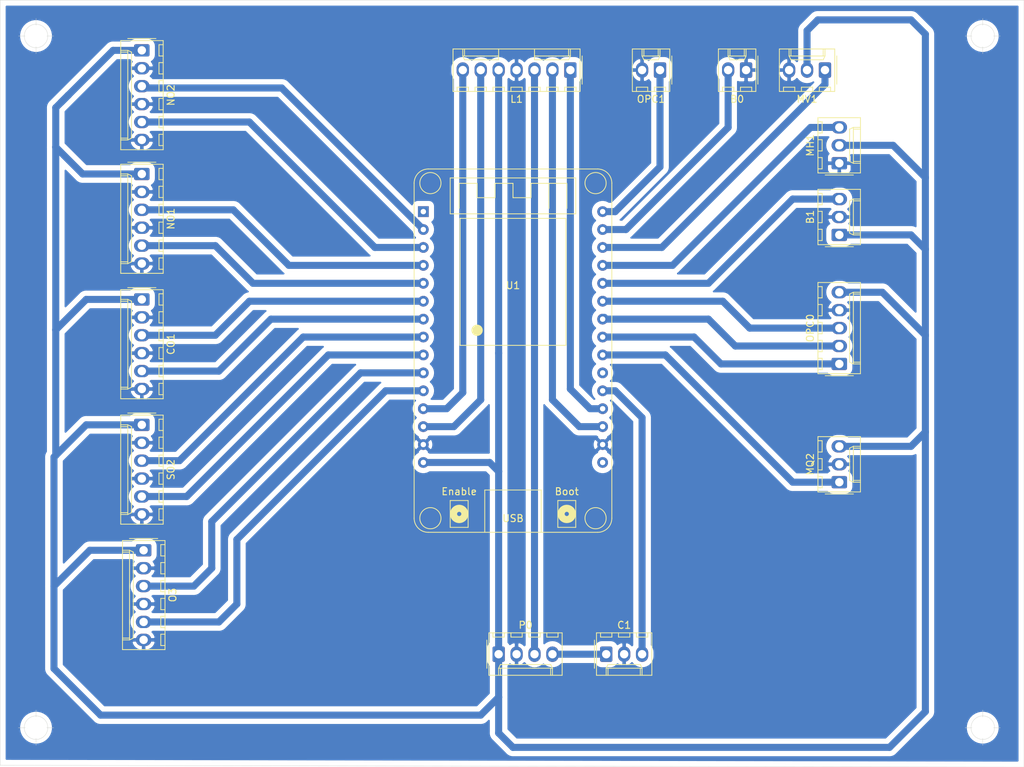
<source format=kicad_pcb>
(kicad_pcb (version 20171130) (host pcbnew "(5.1.7)-1")

  (general
    (thickness 1.6)
    (drawings 9)
    (tracks 130)
    (zones 0)
    (modules 20)
    (nets 32)
  )

  (page A4)
  (layers
    (0 F.Cu signal)
    (31 B.Cu signal hide)
    (32 B.Adhes user hide)
    (33 F.Adhes user)
    (34 B.Paste user hide)
    (35 F.Paste user)
    (36 B.SilkS user hide)
    (37 F.SilkS user)
    (38 B.Mask user hide)
    (39 F.Mask user)
    (40 Dwgs.User user hide)
    (41 Cmts.User user hide)
    (42 Eco1.User user hide)
    (43 Eco2.User user hide)
    (44 Edge.Cuts user)
    (45 Margin user hide)
    (46 B.CrtYd user hide)
    (47 F.CrtYd user)
    (48 B.Fab user hide)
    (49 F.Fab user)
  )

  (setup
    (last_trace_width 1)
    (trace_clearance 0.2)
    (zone_clearance 0.75)
    (zone_45_only no)
    (trace_min 0.2)
    (via_size 0.8)
    (via_drill 0.4)
    (via_min_size 0.4)
    (via_min_drill 0.3)
    (uvia_size 0.3)
    (uvia_drill 0.1)
    (uvias_allowed no)
    (uvia_min_size 0.2)
    (uvia_min_drill 0.1)
    (edge_width 0.05)
    (segment_width 0.2)
    (pcb_text_width 0.3)
    (pcb_text_size 1.5 1.5)
    (mod_edge_width 0.12)
    (mod_text_size 1 1)
    (mod_text_width 0.15)
    (pad_size 1.524 1.524)
    (pad_drill 0.762)
    (pad_to_mask_clearance 0)
    (aux_axis_origin 82.042 128.016)
    (visible_elements 7FFFFFFF)
    (pcbplotparams
      (layerselection 0x010fc_ffffffff)
      (usegerberextensions false)
      (usegerberattributes true)
      (usegerberadvancedattributes true)
      (creategerberjobfile true)
      (excludeedgelayer true)
      (linewidth 0.100000)
      (plotframeref false)
      (viasonmask false)
      (mode 1)
      (useauxorigin false)
      (hpglpennumber 1)
      (hpglpenspeed 20)
      (hpglpendiameter 15.000000)
      (psnegative false)
      (psa4output false)
      (plotreference true)
      (plotvalue true)
      (plotinvisibletext false)
      (padsonsilk false)
      (subtractmaskfromsilk false)
      (outputformat 1)
      (mirror false)
      (drillshape 1)
      (scaleselection 1)
      (outputdirectory ""))
  )

  (net 0 "")
  (net 1 SCL_BME)
  (net 2 GND)
  (net 3 SDA_BME)
  (net 4 +5V)
  (net 5 COLLER_PWM)
  (net 6 12V)
  (net 7 CO_AUX)
  (net 8 CO_WE)
  (net 9 LDR0)
  (net 10 LDR1)
  (net 11 -5V)
  (net 12 LDR3)
  (net 13 LDR2)
  (net 14 MOTORH_PWM)
  (net 15 MQ2_D0)
  (net 16 MOTORV_PWM)
  (net 17 NO_AUX)
  (net 18 NO_WE)
  (net 19 NO2_AUX)
  (net 20 NO2_WE)
  (net 21 O3_AUX)
  (net 22 O3_WE)
  (net 23 OPC_MISO)
  (net 24 OPC_CLK)
  (net 25 OPC_CS)
  (net 26 OPC_MOSI)
  (net 27 SO2_AUX)
  (net 28 SO2_WE)
  (net 29 "Net-(U1-Pad21)")
  (net 30 +3.3V)
  (net 31 "Net-(U1-Pad1)")

  (net_class Default "This is the default net class."
    (clearance 0.2)
    (trace_width 1)
    (via_dia 0.8)
    (via_drill 0.4)
    (uvia_dia 0.3)
    (uvia_drill 0.1)
    (add_net +3.3V)
    (add_net +5V)
    (add_net -5V)
    (add_net 12V)
    (add_net COLLER_PWM)
    (add_net CO_AUX)
    (add_net CO_WE)
    (add_net GND)
    (add_net LDR0)
    (add_net LDR1)
    (add_net LDR2)
    (add_net LDR3)
    (add_net MOTORH_PWM)
    (add_net MOTORV_PWM)
    (add_net MQ2_D0)
    (add_net NO2_AUX)
    (add_net NO2_WE)
    (add_net NO_AUX)
    (add_net NO_WE)
    (add_net "Net-(U1-Pad1)")
    (add_net "Net-(U1-Pad21)")
    (add_net O3_AUX)
    (add_net O3_WE)
    (add_net OPC_CLK)
    (add_net OPC_CS)
    (add_net OPC_MISO)
    (add_net OPC_MOSI)
    (add_net SCL_BME)
    (add_net SDA_BME)
    (add_net SO2_AUX)
    (add_net SO2_WE)
  )

  (module Connector_Molex:Molex_KK-254_AE-6410-02A_1x02_P2.54mm_Vertical (layer F.Cu) (tedit 5EA53D3B) (tstamp 5F82B0F0)
    (at 170.18 34.544 180)
    (descr "Molex KK-254 Interconnect System, old/engineering part number: AE-6410-02A example for new part number: 22-27-2021, 2 Pins (http://www.molex.com/pdm_docs/sd/022272021_sd.pdf), generated with kicad-footprint-generator")
    (tags "connector Molex KK-254 vertical")
    (path /5FA2FC68)
    (fp_text reference OPC1 (at 1.27 -4.12) (layer F.SilkS)
      (effects (font (size 1 1) (thickness 0.15)))
    )
    (fp_text value OPC-N3_1 (at 1.27 4.08) (layer F.Fab)
      (effects (font (size 1 1) (thickness 0.15)))
    )
    (fp_text user %R (at 1.27 -2.22) (layer F.Fab)
      (effects (font (size 1 1) (thickness 0.15)))
    )
    (fp_line (start -1.27 -2.92) (end -1.27 2.88) (layer F.Fab) (width 0.1))
    (fp_line (start -1.27 2.88) (end 3.81 2.88) (layer F.Fab) (width 0.1))
    (fp_line (start 3.81 2.88) (end 3.81 -2.92) (layer F.Fab) (width 0.1))
    (fp_line (start 3.81 -2.92) (end -1.27 -2.92) (layer F.Fab) (width 0.1))
    (fp_line (start -1.38 -3.03) (end -1.38 2.99) (layer F.SilkS) (width 0.12))
    (fp_line (start -1.38 2.99) (end 3.92 2.99) (layer F.SilkS) (width 0.12))
    (fp_line (start 3.92 2.99) (end 3.92 -3.03) (layer F.SilkS) (width 0.12))
    (fp_line (start 3.92 -3.03) (end -1.38 -3.03) (layer F.SilkS) (width 0.12))
    (fp_line (start -1.67 -2) (end -1.67 2) (layer F.SilkS) (width 0.12))
    (fp_line (start -1.27 -0.5) (end -0.562893 0) (layer F.Fab) (width 0.1))
    (fp_line (start -0.562893 0) (end -1.27 0.5) (layer F.Fab) (width 0.1))
    (fp_line (start 0 2.99) (end 0 1.99) (layer F.SilkS) (width 0.12))
    (fp_line (start 0 1.99) (end 2.54 1.99) (layer F.SilkS) (width 0.12))
    (fp_line (start 2.54 1.99) (end 2.54 2.99) (layer F.SilkS) (width 0.12))
    (fp_line (start 0 1.99) (end 0.25 1.46) (layer F.SilkS) (width 0.12))
    (fp_line (start 0.25 1.46) (end 2.29 1.46) (layer F.SilkS) (width 0.12))
    (fp_line (start 2.29 1.46) (end 2.54 1.99) (layer F.SilkS) (width 0.12))
    (fp_line (start 0.25 2.99) (end 0.25 1.99) (layer F.SilkS) (width 0.12))
    (fp_line (start 2.29 2.99) (end 2.29 1.99) (layer F.SilkS) (width 0.12))
    (fp_line (start -0.8 -3.03) (end -0.8 -2.43) (layer F.SilkS) (width 0.12))
    (fp_line (start -0.8 -2.43) (end 0.8 -2.43) (layer F.SilkS) (width 0.12))
    (fp_line (start 0.8 -2.43) (end 0.8 -3.03) (layer F.SilkS) (width 0.12))
    (fp_line (start 1.74 -3.03) (end 1.74 -2.43) (layer F.SilkS) (width 0.12))
    (fp_line (start 1.74 -2.43) (end 3.34 -2.43) (layer F.SilkS) (width 0.12))
    (fp_line (start 3.34 -2.43) (end 3.34 -3.03) (layer F.SilkS) (width 0.12))
    (fp_line (start -1.77 -3.42) (end -1.77 3.38) (layer F.CrtYd) (width 0.05))
    (fp_line (start -1.77 3.38) (end 4.31 3.38) (layer F.CrtYd) (width 0.05))
    (fp_line (start 4.31 3.38) (end 4.31 -3.42) (layer F.CrtYd) (width 0.05))
    (fp_line (start 4.31 -3.42) (end -1.77 -3.42) (layer F.CrtYd) (width 0.05))
    (pad 2 thru_hole oval (at 2.54 0 180) (size 1.74 2.19) (drill 1.19) (layers *.Cu *.Mask)
      (net 2 GND))
    (pad 1 thru_hole roundrect (at 0 0 180) (size 1.74 2.19) (drill 1.19) (layers *.Cu *.Mask) (roundrect_rratio 0.143678)
      (net 26 OPC_MOSI))
    (model ${KISYS3DMOD}/Connector_Molex.3dshapes/Molex_KK-254_AE-6410-02A_1x02_P2.54mm_Vertical.wrl
      (at (xyz 0 0 0))
      (scale (xyz 1 1 1))
      (rotate (xyz 0 0 0))
    )
  )

  (module Connector_Molex:Molex_KK-254_AE-6410-05A_1x05_P2.54mm_Vertical (layer F.Cu) (tedit 5EA53D3B) (tstamp 5F82B0CC)
    (at 195.58 76.2 90)
    (descr "Molex KK-254 Interconnect System, old/engineering part number: AE-6410-05A example for new part number: 22-27-2051, 5 Pins (http://www.molex.com/pdm_docs/sd/022272021_sd.pdf), generated with kicad-footprint-generator")
    (tags "connector Molex KK-254 vertical")
    (path /5FA308F7)
    (fp_text reference OPC0 (at 5.08 -4.12 90) (layer F.SilkS)
      (effects (font (size 1 1) (thickness 0.15)))
    )
    (fp_text value OPC-N3_0 (at 5.08 4.08 90) (layer F.Fab)
      (effects (font (size 1 1) (thickness 0.15)))
    )
    (fp_text user %R (at 5.08 -2.22 90) (layer F.Fab)
      (effects (font (size 1 1) (thickness 0.15)))
    )
    (fp_line (start -1.27 -2.92) (end -1.27 2.88) (layer F.Fab) (width 0.1))
    (fp_line (start -1.27 2.88) (end 11.43 2.88) (layer F.Fab) (width 0.1))
    (fp_line (start 11.43 2.88) (end 11.43 -2.92) (layer F.Fab) (width 0.1))
    (fp_line (start 11.43 -2.92) (end -1.27 -2.92) (layer F.Fab) (width 0.1))
    (fp_line (start -1.38 -3.03) (end -1.38 2.99) (layer F.SilkS) (width 0.12))
    (fp_line (start -1.38 2.99) (end 11.54 2.99) (layer F.SilkS) (width 0.12))
    (fp_line (start 11.54 2.99) (end 11.54 -3.03) (layer F.SilkS) (width 0.12))
    (fp_line (start 11.54 -3.03) (end -1.38 -3.03) (layer F.SilkS) (width 0.12))
    (fp_line (start -1.67 -2) (end -1.67 2) (layer F.SilkS) (width 0.12))
    (fp_line (start -1.27 -0.5) (end -0.562893 0) (layer F.Fab) (width 0.1))
    (fp_line (start -0.562893 0) (end -1.27 0.5) (layer F.Fab) (width 0.1))
    (fp_line (start 0 2.99) (end 0 1.99) (layer F.SilkS) (width 0.12))
    (fp_line (start 0 1.99) (end 10.16 1.99) (layer F.SilkS) (width 0.12))
    (fp_line (start 10.16 1.99) (end 10.16 2.99) (layer F.SilkS) (width 0.12))
    (fp_line (start 0 1.99) (end 0.25 1.46) (layer F.SilkS) (width 0.12))
    (fp_line (start 0.25 1.46) (end 9.91 1.46) (layer F.SilkS) (width 0.12))
    (fp_line (start 9.91 1.46) (end 10.16 1.99) (layer F.SilkS) (width 0.12))
    (fp_line (start 0.25 2.99) (end 0.25 1.99) (layer F.SilkS) (width 0.12))
    (fp_line (start 9.91 2.99) (end 9.91 1.99) (layer F.SilkS) (width 0.12))
    (fp_line (start -0.8 -3.03) (end -0.8 -2.43) (layer F.SilkS) (width 0.12))
    (fp_line (start -0.8 -2.43) (end 0.8 -2.43) (layer F.SilkS) (width 0.12))
    (fp_line (start 0.8 -2.43) (end 0.8 -3.03) (layer F.SilkS) (width 0.12))
    (fp_line (start 1.74 -3.03) (end 1.74 -2.43) (layer F.SilkS) (width 0.12))
    (fp_line (start 1.74 -2.43) (end 3.34 -2.43) (layer F.SilkS) (width 0.12))
    (fp_line (start 3.34 -2.43) (end 3.34 -3.03) (layer F.SilkS) (width 0.12))
    (fp_line (start 4.28 -3.03) (end 4.28 -2.43) (layer F.SilkS) (width 0.12))
    (fp_line (start 4.28 -2.43) (end 5.88 -2.43) (layer F.SilkS) (width 0.12))
    (fp_line (start 5.88 -2.43) (end 5.88 -3.03) (layer F.SilkS) (width 0.12))
    (fp_line (start 6.82 -3.03) (end 6.82 -2.43) (layer F.SilkS) (width 0.12))
    (fp_line (start 6.82 -2.43) (end 8.42 -2.43) (layer F.SilkS) (width 0.12))
    (fp_line (start 8.42 -2.43) (end 8.42 -3.03) (layer F.SilkS) (width 0.12))
    (fp_line (start 9.36 -3.03) (end 9.36 -2.43) (layer F.SilkS) (width 0.12))
    (fp_line (start 9.36 -2.43) (end 10.96 -2.43) (layer F.SilkS) (width 0.12))
    (fp_line (start 10.96 -2.43) (end 10.96 -3.03) (layer F.SilkS) (width 0.12))
    (fp_line (start -1.77 -3.42) (end -1.77 3.38) (layer F.CrtYd) (width 0.05))
    (fp_line (start -1.77 3.38) (end 11.93 3.38) (layer F.CrtYd) (width 0.05))
    (fp_line (start 11.93 3.38) (end 11.93 -3.42) (layer F.CrtYd) (width 0.05))
    (fp_line (start 11.93 -3.42) (end -1.77 -3.42) (layer F.CrtYd) (width 0.05))
    (pad 5 thru_hole oval (at 10.16 0 90) (size 1.74 2.19) (drill 1.19) (layers *.Cu *.Mask)
      (net 4 +5V))
    (pad 4 thru_hole oval (at 7.62 0 90) (size 1.74 2.19) (drill 1.19) (layers *.Cu *.Mask)
      (net 2 GND))
    (pad 3 thru_hole oval (at 5.08 0 90) (size 1.74 2.19) (drill 1.19) (layers *.Cu *.Mask)
      (net 23 OPC_MISO))
    (pad 2 thru_hole oval (at 2.54 0 90) (size 1.74 2.19) (drill 1.19) (layers *.Cu *.Mask)
      (net 24 OPC_CLK))
    (pad 1 thru_hole roundrect (at 0 0 90) (size 1.74 2.19) (drill 1.19) (layers *.Cu *.Mask) (roundrect_rratio 0.143678)
      (net 25 OPC_CS))
    (model ${KISYS3DMOD}/Connector_Molex.3dshapes/Molex_KK-254_AE-6410-05A_1x05_P2.54mm_Vertical.wrl
      (at (xyz 0 0 0))
      (scale (xyz 1 1 1))
      (rotate (xyz 0 0 0))
    )
  )

  (module Connector_Molex:Molex_KK-254_AE-6410-03A_1x03_P2.54mm_Vertical (layer F.Cu) (tedit 5EA53D3B) (tstamp 5F821D0B)
    (at 195.58 57.912 90)
    (descr "Molex KK-254 Interconnect System, old/engineering part number: AE-6410-03A example for new part number: 22-27-2031, 3 Pins (http://www.molex.com/pdm_docs/sd/022272021_sd.pdf), generated with kicad-footprint-generator")
    (tags "connector Molex KK-254 vertical")
    (path /5FA29D80)
    (fp_text reference B1 (at 2.54 -4.12 90) (layer F.SilkS)
      (effects (font (size 1 1) (thickness 0.15)))
    )
    (fp_text value BME280_1 (at 2.54 4.08 90) (layer F.Fab)
      (effects (font (size 1 1) (thickness 0.15)))
    )
    (fp_line (start 6.85 -3.42) (end -1.77 -3.42) (layer F.CrtYd) (width 0.05))
    (fp_line (start 6.85 3.38) (end 6.85 -3.42) (layer F.CrtYd) (width 0.05))
    (fp_line (start -1.77 3.38) (end 6.85 3.38) (layer F.CrtYd) (width 0.05))
    (fp_line (start -1.77 -3.42) (end -1.77 3.38) (layer F.CrtYd) (width 0.05))
    (fp_line (start 5.88 -2.43) (end 5.88 -3.03) (layer F.SilkS) (width 0.12))
    (fp_line (start 4.28 -2.43) (end 5.88 -2.43) (layer F.SilkS) (width 0.12))
    (fp_line (start 4.28 -3.03) (end 4.28 -2.43) (layer F.SilkS) (width 0.12))
    (fp_line (start 3.34 -2.43) (end 3.34 -3.03) (layer F.SilkS) (width 0.12))
    (fp_line (start 1.74 -2.43) (end 3.34 -2.43) (layer F.SilkS) (width 0.12))
    (fp_line (start 1.74 -3.03) (end 1.74 -2.43) (layer F.SilkS) (width 0.12))
    (fp_line (start 0.8 -2.43) (end 0.8 -3.03) (layer F.SilkS) (width 0.12))
    (fp_line (start -0.8 -2.43) (end 0.8 -2.43) (layer F.SilkS) (width 0.12))
    (fp_line (start -0.8 -3.03) (end -0.8 -2.43) (layer F.SilkS) (width 0.12))
    (fp_line (start 4.83 2.99) (end 4.83 1.99) (layer F.SilkS) (width 0.12))
    (fp_line (start 0.25 2.99) (end 0.25 1.99) (layer F.SilkS) (width 0.12))
    (fp_line (start 4.83 1.46) (end 5.08 1.99) (layer F.SilkS) (width 0.12))
    (fp_line (start 0.25 1.46) (end 4.83 1.46) (layer F.SilkS) (width 0.12))
    (fp_line (start 0 1.99) (end 0.25 1.46) (layer F.SilkS) (width 0.12))
    (fp_line (start 5.08 1.99) (end 5.08 2.99) (layer F.SilkS) (width 0.12))
    (fp_line (start 0 1.99) (end 5.08 1.99) (layer F.SilkS) (width 0.12))
    (fp_line (start 0 2.99) (end 0 1.99) (layer F.SilkS) (width 0.12))
    (fp_line (start -0.562893 0) (end -1.27 0.5) (layer F.Fab) (width 0.1))
    (fp_line (start -1.27 -0.5) (end -0.562893 0) (layer F.Fab) (width 0.1))
    (fp_line (start -1.67 -2) (end -1.67 2) (layer F.SilkS) (width 0.12))
    (fp_line (start 6.46 -3.03) (end -1.38 -3.03) (layer F.SilkS) (width 0.12))
    (fp_line (start 6.46 2.99) (end 6.46 -3.03) (layer F.SilkS) (width 0.12))
    (fp_line (start -1.38 2.99) (end 6.46 2.99) (layer F.SilkS) (width 0.12))
    (fp_line (start -1.38 -3.03) (end -1.38 2.99) (layer F.SilkS) (width 0.12))
    (fp_line (start 6.35 -2.92) (end -1.27 -2.92) (layer F.Fab) (width 0.1))
    (fp_line (start 6.35 2.88) (end 6.35 -2.92) (layer F.Fab) (width 0.1))
    (fp_line (start -1.27 2.88) (end 6.35 2.88) (layer F.Fab) (width 0.1))
    (fp_line (start -1.27 -2.92) (end -1.27 2.88) (layer F.Fab) (width 0.1))
    (fp_text user %R (at 2.54 -2.22 90) (layer F.Fab)
      (effects (font (size 1 1) (thickness 0.15)))
    )
    (pad 3 thru_hole oval (at 5.08 0 90) (size 1.74 2.19) (drill 1.19) (layers *.Cu *.Mask)
      (net 3 SDA_BME))
    (pad 2 thru_hole oval (at 2.54 0 90) (size 1.74 2.19) (drill 1.19) (layers *.Cu *.Mask)
      (net 2 GND))
    (pad 1 thru_hole roundrect (at 0 0 90) (size 1.74 2.19) (drill 1.19) (layers *.Cu *.Mask) (roundrect_rratio 0.143678)
      (net 4 +5V))
    (model ${KISYS3DMOD}/Connector_Molex.3dshapes/Molex_KK-254_AE-6410-03A_1x03_P2.54mm_Vertical.wrl
      (at (xyz 0 0 0))
      (scale (xyz 1 1 1))
      (rotate (xyz 0 0 0))
    )
  )

  (module MountingHole:MountingHole_3mm (layer F.Cu) (tedit 56D1B4CB) (tstamp 5F81B2DA)
    (at 215.9 127.762)
    (descr "Mounting Hole 3mm, no annular")
    (tags "mounting hole 3mm no annular")
    (path /5FA7A405)
    (attr virtual)
    (fp_text reference H4 (at 0 -4) (layer F.SilkS) hide
      (effects (font (size 1 1) (thickness 0.15)))
    )
    (fp_text value MountingHole (at 0 4) (layer F.Fab) hide
      (effects (font (size 1 1) (thickness 0.15)))
    )
    (fp_circle (center 0 0) (end 3.25 0) (layer F.CrtYd) (width 0.05))
    (fp_circle (center 0 0) (end 3 0) (layer Cmts.User) (width 0.15))
    (fp_text user %R (at 0.3 0) (layer F.Fab)
      (effects (font (size 1 1) (thickness 0.15)))
    )
    (pad 1 np_thru_hole circle (at 0 0) (size 3 3) (drill 3) (layers *.Cu *.Mask))
  )

  (module MountingHole:MountingHole_3mm (layer F.Cu) (tedit 56D1B4CB) (tstamp 5F81B2D2)
    (at 81.788 29.718)
    (descr "Mounting Hole 3mm, no annular")
    (tags "mounting hole 3mm no annular")
    (path /5FA7A1C6)
    (attr virtual)
    (fp_text reference H3 (at 0 -4) (layer F.SilkS) hide
      (effects (font (size 1 1) (thickness 0.15)))
    )
    (fp_text value MountingHole (at 0 4) (layer F.Fab) hide
      (effects (font (size 1 1) (thickness 0.15)))
    )
    (fp_circle (center 0 0) (end 3.25 0) (layer F.CrtYd) (width 0.05))
    (fp_circle (center 0 0) (end 3 0) (layer Cmts.User) (width 0.15))
    (fp_text user %R (at 0.3 0) (layer F.Fab)
      (effects (font (size 1 1) (thickness 0.15)))
    )
    (pad 1 np_thru_hole circle (at 0 0) (size 3 3) (drill 3) (layers *.Cu *.Mask))
  )

  (module MountingHole:MountingHole_3mm (layer F.Cu) (tedit 56D1B4CB) (tstamp 5F81B2CA)
    (at 215.9 29.718)
    (descr "Mounting Hole 3mm, no annular")
    (tags "mounting hole 3mm no annular")
    (path /5FA79EF1)
    (attr virtual)
    (fp_text reference H2 (at 0 -4) (layer F.SilkS) hide
      (effects (font (size 1 1) (thickness 0.15)))
    )
    (fp_text value MountingHole (at 0 4) (layer F.Fab) hide
      (effects (font (size 1 1) (thickness 0.15)))
    )
    (fp_circle (center 0 0) (end 3.25 0) (layer F.CrtYd) (width 0.05))
    (fp_circle (center 0 0) (end 3 0) (layer Cmts.User) (width 0.15))
    (fp_text user %R (at 0.3 0) (layer F.Fab)
      (effects (font (size 1 1) (thickness 0.15)))
    )
    (pad 1 np_thru_hole circle (at 0 0) (size 3 3) (drill 3) (layers *.Cu *.Mask))
  )

  (module MountingHole:MountingHole_3mm (layer F.Cu) (tedit 56D1B4CB) (tstamp 5F81DC1D)
    (at 81.788 127.762)
    (descr "Mounting Hole 3mm, no annular")
    (tags "mounting hole 3mm no annular")
    (path /5FA79769)
    (attr virtual)
    (fp_text reference H1 (at 0 -4) (layer F.SilkS) hide
      (effects (font (size 1 1) (thickness 0.15)))
    )
    (fp_text value MountingHole (at 0 4) (layer F.Fab) hide
      (effects (font (size 1 1) (thickness 0.15)))
    )
    (fp_circle (center 0 0) (end 3.25 0) (layer F.CrtYd) (width 0.05))
    (fp_circle (center 0 0) (end 3 0) (layer Cmts.User) (width 0.15))
    (fp_text user %R (at 0.3 0) (layer F.Fab)
      (effects (font (size 1 1) (thickness 0.15)))
    )
    (pad 1 np_thru_hole circle (at 0 0) (size 3 3) (drill 3) (layers *.Cu *.Mask))
  )

  (module ESP32_DevKit_V1_DOIT:esp32_devkit_v1_doit (layer F.Cu) (tedit 5F4BBE44) (tstamp 5F81A87A)
    (at 149.352 54.61)
    (descr "ESPWROOM32, ESP32, 30 GPIOs version")
    (path /5F7E3824)
    (attr smd)
    (fp_text reference U1 (at 0 10.47) (layer F.SilkS)
      (effects (font (size 1 1) (thickness 0.15)))
    )
    (fp_text value ESP32_DevKit_V1_DOIT (at 0 8.7) (layer F.Fab)
      (effects (font (size 1 1) (thickness 0.15)))
    )
    (fp_circle (center 7.62 42.855) (end 7.92 42.855) (layer F.SilkS) (width 1))
    (fp_circle (center -7.62 42.855) (end -7.32 42.855) (layer F.SilkS) (width 1))
    (fp_line (start -6.35 40.95) (end -6.35 44.76) (layer F.SilkS) (width 0.12))
    (fp_line (start -8.89 40.95) (end -6.35 40.95) (layer F.SilkS) (width 0.12))
    (fp_line (start -8.89 44.76) (end -8.89 40.95) (layer F.SilkS) (width 0.12))
    (fp_line (start -6.35 44.76) (end -8.89 44.76) (layer F.SilkS) (width 0.12))
    (fp_line (start 6.35 44.76) (end 6.35 40.95) (layer F.SilkS) (width 0.12))
    (fp_line (start 8.89 44.76) (end 6.35 44.76) (layer F.SilkS) (width 0.12))
    (fp_line (start 8.89 40.95) (end 8.89 44.76) (layer F.SilkS) (width 0.12))
    (fp_line (start 6.35 40.95) (end 8.89 40.95) (layer F.SilkS) (width 0.12))
    (fp_circle (center -5.08 16.82) (end -4.68 16.82) (layer F.SilkS) (width 0.8))
    (fp_line (start -7.5 18.96) (end -7.5 0.96) (layer F.SilkS) (width 0.12))
    (fp_line (start 7.5 18.96) (end -7.5 18.96) (layer F.SilkS) (width 0.12))
    (fp_line (start 7.5 0.96) (end 7.5 18.96) (layer F.SilkS) (width 0.12))
    (fp_line (start -7.5 0.96) (end 7.5 0.96) (layer F.SilkS) (width 0.12))
    (fp_line (start 5.08 -4.008) (end 5.08 -0.452) (layer F.SilkS) (width 0.12))
    (fp_line (start 7.62 -4.008) (end 7.62 -0.452) (layer F.SilkS) (width 0.12))
    (fp_line (start 2.54 -4.008) (end 7.62 -4.008) (layer F.SilkS) (width 0.12))
    (fp_line (start 2.54 -1.976) (end 2.54 -4.008) (layer F.SilkS) (width 0.12))
    (fp_line (start 0 -1.976) (end 2.54 -1.976) (layer F.SilkS) (width 0.12))
    (fp_line (start 0 -4.008) (end 0 -1.976) (layer F.SilkS) (width 0.12))
    (fp_line (start -2.54 -4.008) (end 0 -4.008) (layer F.SilkS) (width 0.12))
    (fp_line (start -2.54 -1.976) (end -2.54 -4.008) (layer F.SilkS) (width 0.12))
    (fp_line (start -5.08 -1.976) (end -2.54 -1.976) (layer F.SilkS) (width 0.12))
    (fp_line (start -5.08 -4.008) (end -5.08 -1.976) (layer F.SilkS) (width 0.12))
    (fp_line (start -7.62 -4.008) (end -5.08 -4.008) (layer F.SilkS) (width 0.12))
    (fp_line (start -7.62 -0.452) (end -7.62 -4.008) (layer F.SilkS) (width 0.12))
    (fp_line (start -8.89 0.31) (end -8.89 -4.77) (layer F.SilkS) (width 0.12))
    (fp_line (start 8.89 0.31) (end -8.89 0.31) (layer F.SilkS) (width 0.12))
    (fp_line (start 8.89 -4.77) (end 8.89 0.31) (layer F.SilkS) (width 0.12))
    (fp_line (start -8.89 -4.77) (end 8.89 -4.77) (layer F.SilkS) (width 0.12))
    (fp_line (start -4 39.46) (end 4 39.46) (layer F.SilkS) (width 0.12))
    (fp_line (start 4 39.46) (end 4 45.46) (layer F.SilkS) (width 0.12))
    (fp_line (start -4 39.46) (end -4 45.46) (layer F.SilkS) (width 0.12))
    (fp_circle (center 11.7 43.46) (end 13.2 43.46) (layer F.SilkS) (width 0.12))
    (fp_circle (center -11.7 43.46) (end -10.2 43.46) (layer F.SilkS) (width 0.12))
    (fp_line (start -12 -6.04) (end 12 -6.04) (layer F.SilkS) (width 0.12))
    (fp_line (start -12 45.46) (end 12 45.46) (layer F.SilkS) (width 0.12))
    (fp_line (start -14 -4.04) (end -14 43.46) (layer F.SilkS) (width 0.12))
    (fp_line (start 14 43.46) (end 14 -4.04) (layer F.SilkS) (width 0.12))
    (fp_circle (center 11.7 -4.04) (end 13.2 -4.04) (layer F.SilkS) (width 0.12))
    (fp_circle (center -11.7 -4.04) (end -10.2 -4.04) (layer F.SilkS) (width 0.12))
    (fp_arc (start 12 43.46) (end 12 45.46) (angle -90) (layer F.SilkS) (width 0.12))
    (fp_arc (start -12 43.46) (end -14 43.46) (angle -90) (layer F.SilkS) (width 0.12))
    (fp_arc (start -12 -4.04) (end -12 -6.04) (angle -90) (layer F.SilkS) (width 0.12))
    (fp_arc (start 12 -4.04) (end 14 -4.04) (angle -90) (layer F.SilkS) (width 0.12))
    (fp_text user Enable (at -7.62 39.68) (layer F.SilkS)
      (effects (font (size 1 1) (thickness 0.15)))
    )
    (fp_text user Boot (at 7.62 39.68) (layer F.SilkS)
      (effects (font (size 1 1) (thickness 0.15)))
    )
    (fp_text user USB (at 0 43.49) (layer F.SilkS)
      (effects (font (size 1 1) (thickness 0.15)))
    )
    (pad 30 thru_hole circle (at 12.7 0) (size 1.524 1.524) (drill 0.762) (layers *.Cu *.Mask)
      (net 26 OPC_MOSI))
    (pad 29 thru_hole circle (at 12.7 2.54) (size 1.524 1.524) (drill 0.762) (layers *.Cu *.Mask)
      (net 1 SCL_BME))
    (pad 28 thru_hole circle (at 12.7 5.08) (size 1.524 1.524) (drill 0.762) (layers *.Cu *.Mask)
      (net 16 MOTORV_PWM))
    (pad 27 thru_hole circle (at 12.7 7.62) (size 1.524 1.524) (drill 0.762) (layers *.Cu *.Mask)
      (net 14 MOTORH_PWM))
    (pad 26 thru_hole circle (at 12.7 10.16) (size 1.524 1.524) (drill 0.762) (layers *.Cu *.Mask)
      (net 3 SDA_BME))
    (pad 25 thru_hole circle (at 12.7 12.7) (size 1.524 1.524) (drill 0.762) (layers *.Cu *.Mask)
      (net 23 OPC_MISO))
    (pad 24 thru_hole circle (at 12.7 15.24) (size 1.524 1.524) (drill 0.762) (layers *.Cu *.Mask)
      (net 24 OPC_CLK))
    (pad 23 thru_hole circle (at 12.7 17.78) (size 1.524 1.524) (drill 0.762) (layers *.Cu *.Mask)
      (net 25 OPC_CS))
    (pad 22 thru_hole circle (at 12.7 20.32) (size 1.524 1.524) (drill 0.762) (layers *.Cu *.Mask)
      (net 15 MQ2_D0))
    (pad 21 thru_hole circle (at 12.7 22.86) (size 1.524 1.524) (drill 0.762) (layers *.Cu *.Mask)
      (net 29 "Net-(U1-Pad21)"))
    (pad 20 thru_hole circle (at 12.7 25.4) (size 1.524 1.524) (drill 0.762) (layers *.Cu *.Mask)
      (net 5 COLLER_PWM))
    (pad 19 thru_hole circle (at 12.7 27.94) (size 1.524 1.524) (drill 0.762) (layers *.Cu *.Mask)
      (net 10 LDR1))
    (pad 18 thru_hole circle (at 12.7 30.48) (size 1.524 1.524) (drill 0.762) (layers *.Cu *.Mask)
      (net 9 LDR0))
    (pad 17 thru_hole circle (at 12.7 33.02) (size 1.524 1.524) (drill 0.762) (layers *.Cu *.Mask)
      (net 2 GND))
    (pad 16 thru_hole circle (at 12.7 35.56) (size 1.524 1.524) (drill 0.762) (layers *.Cu *.Mask)
      (net 30 +3.3V))
    (pad 15 thru_hole circle (at -12.7 35.56) (size 1.524 1.524) (drill 0.762) (layers *.Cu *.Mask)
      (net 4 +5V))
    (pad 14 thru_hole circle (at -12.7 33.02) (size 1.524 1.524) (drill 0.762) (layers *.Cu *.Mask)
      (net 2 GND))
    (pad 13 thru_hole circle (at -12.7 30.48) (size 1.524 1.524) (drill 0.762) (layers *.Cu *.Mask)
      (net 12 LDR3))
    (pad 12 thru_hole circle (at -12.7 27.94) (size 1.524 1.524) (drill 0.762) (layers *.Cu *.Mask)
      (net 13 LDR2))
    (pad 11 thru_hole circle (at -12.7 25.4) (size 1.524 1.524) (drill 0.762) (layers *.Cu *.Mask)
      (net 21 O3_AUX))
    (pad 10 thru_hole circle (at -12.7 22.86) (size 1.524 1.524) (drill 0.762) (layers *.Cu *.Mask)
      (net 22 O3_WE))
    (pad 9 thru_hole circle (at -12.7 20.32) (size 1.524 1.524) (drill 0.762) (layers *.Cu *.Mask)
      (net 27 SO2_AUX))
    (pad 8 thru_hole circle (at -12.7 17.78) (size 1.524 1.524) (drill 0.762) (layers *.Cu *.Mask)
      (net 28 SO2_WE))
    (pad 7 thru_hole circle (at -12.7 15.24) (size 1.524 1.524) (drill 0.762) (layers *.Cu *.Mask)
      (net 7 CO_AUX))
    (pad 6 thru_hole circle (at -12.7 12.7) (size 1.524 1.524) (drill 0.762) (layers *.Cu *.Mask)
      (net 8 CO_WE))
    (pad 5 thru_hole circle (at -12.7 10.16) (size 1.524 1.524) (drill 0.762) (layers *.Cu *.Mask)
      (net 17 NO_AUX))
    (pad 4 thru_hole circle (at -12.7 7.62) (size 1.524 1.524) (drill 0.762) (layers *.Cu *.Mask)
      (net 18 NO_WE))
    (pad 3 thru_hole circle (at -12.7 5.08) (size 1.524 1.524) (drill 0.762) (layers *.Cu *.Mask)
      (net 19 NO2_AUX))
    (pad 2 thru_hole circle (at -12.7 2.54) (size 1.524 1.524) (drill 0.762) (layers *.Cu *.Mask)
      (net 20 NO2_WE))
    (pad 1 thru_hole rect (at -12.7 0) (size 1.524 1.524) (drill 0.762) (layers *.Cu *.Mask)
      (net 31 "Net-(U1-Pad1)"))
    (model ${KISYS3DMOD}/Button_Switch_SMD.3dshapes/SW_SPST_B3U-1000P-B.wrl
      (offset (xyz 7.5 -43 4))
      (scale (xyz 1 1 1))
      (rotate (xyz 0 0 90))
    )
    (model ${KISYS3DMOD}/Button_Switch_SMD.3dshapes/SW_SPST_B3U-1000P-B.wrl
      (offset (xyz -7.5 -43 4))
      (scale (xyz 1 1 1))
      (rotate (xyz 0 0 90))
    )
    (model ${KISYS3DMOD}/Connector_PinHeader_2.54mm.3dshapes/PinHeader_1x15_P2.54mm_Vertical.wrl
      (offset (xyz -12.7 0 2.5))
      (scale (xyz 1 1 1))
      (rotate (xyz 0 180 0))
    )
    (model ${KISYS3DMOD}/Connector_PinHeader_2.54mm.3dshapes/PinHeader_1x15_P2.54mm_Vertical.wrl
      (offset (xyz 12.7 0 2.5))
      (scale (xyz 1 1 1))
      (rotate (xyz 0 180 0))
    )
    (model ${VL_PACKAGES3D}/esp32_devkit_v1_doit.3dshapes/esp32_devkit_v1_doit.step
      (offset (xyz -12.7 0 2.5))
      (scale (xyz 1 1 1))
      (rotate (xyz 0 0 0))
    )
    (model ${KISYS3DMOD}/Connector_USB.3dshapes/USB_Micro-B_Molex_47346-0001.wrl
      (offset (xyz 0 -42 4))
      (scale (xyz 1 1 1))
      (rotate (xyz 0 0 0))
    )
    (model ${KISYS3DMOD}/LED_SMD.3dshapes/LED_1206_3216Metric.wrl
      (offset (xyz -6 -23 4))
      (scale (xyz 1 1 1))
      (rotate (xyz 0 0 -90))
    )
    (model ${KISYS3DMOD}/LED_SMD.3dshapes/LED_1206_3216Metric.wrl
      (offset (xyz 6 -23 4))
      (scale (xyz 1 1 1))
      (rotate (xyz 0 0 -90))
    )
    (model ${KISYS3DMOD}/Capacitor_Tantalum_SMD.3dshapes/CP_EIA-2012-15_AVX-P.wrl
      (offset (xyz -6.5 -27.5 4))
      (scale (xyz 1 1 1))
      (rotate (xyz 0 0 0))
    )
    (model ${KISYS3DMOD}/Package_TO_SOT_SMD.3dshapes/SOT-223.wrl
      (offset (xyz -6 -33 4))
      (scale (xyz 1 1 1))
      (rotate (xyz 0 0 -180))
    )
    (model ${KISYS3DMOD}/Resistor_SMD.3dshapes/R_0603_1608Metric.wrl
      (offset (xyz -7 -38.5 4))
      (scale (xyz 1 1 1))
      (rotate (xyz 0 0 0))
    )
    (model ${KISYS3DMOD}/Resistor_SMD.3dshapes/R_0603_1608Metric.wrl
      (offset (xyz 8.5 -38.5 4))
      (scale (xyz 1 1 1))
      (rotate (xyz 0 0 0))
    )
    (model ${KISYS3DMOD}/Resistor_SMD.3dshapes/R_0603_1608Metric.wrl
      (offset (xyz 5.5 -38.5 4))
      (scale (xyz 1 1 1))
      (rotate (xyz 0 0 0))
    )
    (model ${KISYS3DMOD}/Package_TO_SOT_SMD.3dshapes/SOT-23.wrl
      (offset (xyz -0.5 -27.5 4))
      (scale (xyz 1 1 1))
      (rotate (xyz 0 0 0))
    )
    (model ${KISYS3DMOD}/Package_TO_SOT_SMD.3dshapes/SOT-23.wrl
      (offset (xyz 6 -27.5 4))
      (scale (xyz 1 1 1))
      (rotate (xyz 0 0 -180))
    )
    (model ${KISYS3DMOD}/Resistor_SMD.3dshapes/R_0603_1608Metric.wrl
      (offset (xyz 9 -27.5 4))
      (scale (xyz 1 1 1))
      (rotate (xyz 0 0 90))
    )
    (model ${KISYS3DMOD}/Resistor_SMD.3dshapes/R_0603_1608Metric.wrl
      (offset (xyz -3.5 -27.5 4))
      (scale (xyz 1 1 1))
      (rotate (xyz 0 0 90))
    )
    (model ${KISYS3DMOD}/Capacitor_SMD.3dshapes/C_0603_1608Metric.wrl
      (offset (xyz -0.5 -38.5 4))
      (scale (xyz 1 1 1))
      (rotate (xyz 0 0 0))
    )
    (model ${KISYS3DMOD}/Diode_SMD.3dshapes/D_0603_1608Metric.wrl
      (offset (xyz -3 -38.5 4))
      (scale (xyz 1 1 1))
      (rotate (xyz 0 0 0))
    )
    (model ${KISYS3DMOD}/Resistor_SMD.3dshapes/R_0603_1608Metric.wrl
      (offset (xyz -3 -23 4))
      (scale (xyz 1 1 1))
      (rotate (xyz 0 0 90))
    )
    (model ${KISYS3DMOD}/Resistor_SMD.3dshapes/R_0603_1608Metric.wrl
      (offset (xyz -1.5 -23 4))
      (scale (xyz 1 1 1))
      (rotate (xyz 0 0 90))
    )
    (model ${KISYS3DMOD}/Resistor_SMD.3dshapes/R_0603_1608Metric.wrl
      (offset (xyz 0 -23 4))
      (scale (xyz 1 1 1))
      (rotate (xyz 0 0 90))
    )
    (model ${KISYS3DMOD}/Resistor_SMD.3dshapes/R_0603_1608Metric.wrl
      (offset (xyz 1.5 -23 4))
      (scale (xyz 1 1 1))
      (rotate (xyz 0 0 90))
    )
    (model ${KISYS3DMOD}/Resistor_SMD.3dshapes/R_0603_1608Metric.wrl
      (offset (xyz 3 -23 4))
      (scale (xyz 1 1 1))
      (rotate (xyz 0 0 90))
    )
    (model ${KISYS3DMOD}/Package_DFN_QFN.3dshapes/QFN-28-1EP_5x5mm_P0.5mm_EP3.35x3.35mm.wrl
      (offset (xyz 7 -33.5 4))
      (scale (xyz 1 1 1))
      (rotate (xyz 0 0 0))
    )
    (model ${KISYS3DMOD}/Resistor_SMD.3dshapes/R_0603_1608Metric.wrl
      (offset (xyz 8.5 -22 4))
      (scale (xyz 1 1 1))
      (rotate (xyz 0 0 0))
    )
    (model ${KISYS3DMOD}/Resistor_SMD.3dshapes/R_0603_1608Metric.wrl
      (offset (xyz 8.5 -24 4))
      (scale (xyz 1 1 1))
      (rotate (xyz 0 0 0))
    )
    (model ${KISYS3DMOD}/Capacitor_SMD.3dshapes/C_0603_1608Metric.wrl
      (offset (xyz -8.5 -22 4))
      (scale (xyz 1 1 1))
      (rotate (xyz 0 0 0))
    )
    (model ${KISYS3DMOD}/Capacitor_SMD.3dshapes/C_0603_1608Metric.wrl
      (offset (xyz -8.5 -24 4))
      (scale (xyz 1 1 1))
      (rotate (xyz 0 0 0))
    )
    (model ${KISYS3DMOD}/RF_Module.3dshapes/ESP32-WROOM-32.wrl
      (offset (xyz 0 -10 4))
      (scale (xyz 1 1 1))
      (rotate (xyz 0 0 0))
    )
  )

  (module Connector_Molex:Molex_KK-254_AE-6410-06A_1x06_P2.54mm_Vertical (layer F.Cu) (tedit 5EA53D3B) (tstamp 5F81A827)
    (at 96.774 84.836 270)
    (descr "Molex KK-254 Interconnect System, old/engineering part number: AE-6410-06A example for new part number: 22-27-2061, 6 Pins (http://www.molex.com/pdm_docs/sd/022272021_sd.pdf), generated with kicad-footprint-generator")
    (tags "connector Molex KK-254 vertical")
    (path /5F7F8C57)
    (fp_text reference SO2 (at 6.35 -4.12 90) (layer F.SilkS)
      (effects (font (size 1 1) (thickness 0.15)))
    )
    (fp_text value SO2_ISB (at 6.35 4.08 90) (layer F.Fab)
      (effects (font (size 1 1) (thickness 0.15)))
    )
    (fp_line (start 14.47 -3.42) (end -1.77 -3.42) (layer F.CrtYd) (width 0.05))
    (fp_line (start 14.47 3.38) (end 14.47 -3.42) (layer F.CrtYd) (width 0.05))
    (fp_line (start -1.77 3.38) (end 14.47 3.38) (layer F.CrtYd) (width 0.05))
    (fp_line (start -1.77 -3.42) (end -1.77 3.38) (layer F.CrtYd) (width 0.05))
    (fp_line (start 13.5 -2.43) (end 13.5 -3.03) (layer F.SilkS) (width 0.12))
    (fp_line (start 11.9 -2.43) (end 13.5 -2.43) (layer F.SilkS) (width 0.12))
    (fp_line (start 11.9 -3.03) (end 11.9 -2.43) (layer F.SilkS) (width 0.12))
    (fp_line (start 10.96 -2.43) (end 10.96 -3.03) (layer F.SilkS) (width 0.12))
    (fp_line (start 9.36 -2.43) (end 10.96 -2.43) (layer F.SilkS) (width 0.12))
    (fp_line (start 9.36 -3.03) (end 9.36 -2.43) (layer F.SilkS) (width 0.12))
    (fp_line (start 8.42 -2.43) (end 8.42 -3.03) (layer F.SilkS) (width 0.12))
    (fp_line (start 6.82 -2.43) (end 8.42 -2.43) (layer F.SilkS) (width 0.12))
    (fp_line (start 6.82 -3.03) (end 6.82 -2.43) (layer F.SilkS) (width 0.12))
    (fp_line (start 5.88 -2.43) (end 5.88 -3.03) (layer F.SilkS) (width 0.12))
    (fp_line (start 4.28 -2.43) (end 5.88 -2.43) (layer F.SilkS) (width 0.12))
    (fp_line (start 4.28 -3.03) (end 4.28 -2.43) (layer F.SilkS) (width 0.12))
    (fp_line (start 3.34 -2.43) (end 3.34 -3.03) (layer F.SilkS) (width 0.12))
    (fp_line (start 1.74 -2.43) (end 3.34 -2.43) (layer F.SilkS) (width 0.12))
    (fp_line (start 1.74 -3.03) (end 1.74 -2.43) (layer F.SilkS) (width 0.12))
    (fp_line (start 0.8 -2.43) (end 0.8 -3.03) (layer F.SilkS) (width 0.12))
    (fp_line (start -0.8 -2.43) (end 0.8 -2.43) (layer F.SilkS) (width 0.12))
    (fp_line (start -0.8 -3.03) (end -0.8 -2.43) (layer F.SilkS) (width 0.12))
    (fp_line (start 12.45 2.99) (end 12.45 1.99) (layer F.SilkS) (width 0.12))
    (fp_line (start 0.25 2.99) (end 0.25 1.99) (layer F.SilkS) (width 0.12))
    (fp_line (start 12.45 1.46) (end 12.7 1.99) (layer F.SilkS) (width 0.12))
    (fp_line (start 0.25 1.46) (end 12.45 1.46) (layer F.SilkS) (width 0.12))
    (fp_line (start 0 1.99) (end 0.25 1.46) (layer F.SilkS) (width 0.12))
    (fp_line (start 12.7 1.99) (end 12.7 2.99) (layer F.SilkS) (width 0.12))
    (fp_line (start 0 1.99) (end 12.7 1.99) (layer F.SilkS) (width 0.12))
    (fp_line (start 0 2.99) (end 0 1.99) (layer F.SilkS) (width 0.12))
    (fp_line (start -0.562893 0) (end -1.27 0.5) (layer F.Fab) (width 0.1))
    (fp_line (start -1.27 -0.5) (end -0.562893 0) (layer F.Fab) (width 0.1))
    (fp_line (start -1.67 -2) (end -1.67 2) (layer F.SilkS) (width 0.12))
    (fp_line (start 14.08 -3.03) (end -1.38 -3.03) (layer F.SilkS) (width 0.12))
    (fp_line (start 14.08 2.99) (end 14.08 -3.03) (layer F.SilkS) (width 0.12))
    (fp_line (start -1.38 2.99) (end 14.08 2.99) (layer F.SilkS) (width 0.12))
    (fp_line (start -1.38 -3.03) (end -1.38 2.99) (layer F.SilkS) (width 0.12))
    (fp_line (start 13.97 -2.92) (end -1.27 -2.92) (layer F.Fab) (width 0.1))
    (fp_line (start 13.97 2.88) (end 13.97 -2.92) (layer F.Fab) (width 0.1))
    (fp_line (start -1.27 2.88) (end 13.97 2.88) (layer F.Fab) (width 0.1))
    (fp_line (start -1.27 -2.92) (end -1.27 2.88) (layer F.Fab) (width 0.1))
    (fp_text user %R (at 6.35 -2.22 90) (layer F.Fab)
      (effects (font (size 1 1) (thickness 0.15)))
    )
    (pad 6 thru_hole oval (at 12.7 0 270) (size 1.74 2.19) (drill 1.19) (layers *.Cu *.Mask)
      (net 2 GND))
    (pad 5 thru_hole oval (at 10.16 0 270) (size 1.74 2.19) (drill 1.19) (layers *.Cu *.Mask)
      (net 27 SO2_AUX))
    (pad 4 thru_hole oval (at 7.62 0 270) (size 1.74 2.19) (drill 1.19) (layers *.Cu *.Mask)
      (net 2 GND))
    (pad 3 thru_hole oval (at 5.08 0 270) (size 1.74 2.19) (drill 1.19) (layers *.Cu *.Mask)
      (net 28 SO2_WE))
    (pad 2 thru_hole oval (at 2.54 0 270) (size 1.74 2.19) (drill 1.19) (layers *.Cu *.Mask)
      (net 2 GND))
    (pad 1 thru_hole roundrect (at 0 0 270) (size 1.74 2.19) (drill 1.19) (layers *.Cu *.Mask) (roundrect_rratio 0.143678)
      (net 4 +5V))
    (model ${KISYS3DMOD}/Connector_Molex.3dshapes/Molex_KK-254_AE-6410-06A_1x06_P2.54mm_Vertical.wrl
      (at (xyz 0 0 0))
      (scale (xyz 1 1 1))
      (rotate (xyz 0 0 0))
    )
  )

  (module Connector_Molex:Molex_KK-254_AE-6410-04A_1x04_P2.54mm_Vertical (layer F.Cu) (tedit 5EA53D3B) (tstamp 5F81A7F3)
    (at 147.32 117.348)
    (descr "Molex KK-254 Interconnect System, old/engineering part number: AE-6410-04A example for new part number: 22-27-2041, 4 Pins (http://www.molex.com/pdm_docs/sd/022272021_sd.pdf), generated with kicad-footprint-generator")
    (tags "connector Molex KK-254 vertical")
    (path /5F81D70C)
    (fp_text reference P0 (at 3.81 -4.12) (layer F.SilkS)
      (effects (font (size 1 1) (thickness 0.15)))
    )
    (fp_text value "POWER INPUT" (at 3.81 4.08) (layer F.Fab)
      (effects (font (size 1 1) (thickness 0.15)))
    )
    (fp_line (start 9.39 -3.42) (end -1.77 -3.42) (layer F.CrtYd) (width 0.05))
    (fp_line (start 9.39 3.38) (end 9.39 -3.42) (layer F.CrtYd) (width 0.05))
    (fp_line (start -1.77 3.38) (end 9.39 3.38) (layer F.CrtYd) (width 0.05))
    (fp_line (start -1.77 -3.42) (end -1.77 3.38) (layer F.CrtYd) (width 0.05))
    (fp_line (start 8.42 -2.43) (end 8.42 -3.03) (layer F.SilkS) (width 0.12))
    (fp_line (start 6.82 -2.43) (end 8.42 -2.43) (layer F.SilkS) (width 0.12))
    (fp_line (start 6.82 -3.03) (end 6.82 -2.43) (layer F.SilkS) (width 0.12))
    (fp_line (start 5.88 -2.43) (end 5.88 -3.03) (layer F.SilkS) (width 0.12))
    (fp_line (start 4.28 -2.43) (end 5.88 -2.43) (layer F.SilkS) (width 0.12))
    (fp_line (start 4.28 -3.03) (end 4.28 -2.43) (layer F.SilkS) (width 0.12))
    (fp_line (start 3.34 -2.43) (end 3.34 -3.03) (layer F.SilkS) (width 0.12))
    (fp_line (start 1.74 -2.43) (end 3.34 -2.43) (layer F.SilkS) (width 0.12))
    (fp_line (start 1.74 -3.03) (end 1.74 -2.43) (layer F.SilkS) (width 0.12))
    (fp_line (start 0.8 -2.43) (end 0.8 -3.03) (layer F.SilkS) (width 0.12))
    (fp_line (start -0.8 -2.43) (end 0.8 -2.43) (layer F.SilkS) (width 0.12))
    (fp_line (start -0.8 -3.03) (end -0.8 -2.43) (layer F.SilkS) (width 0.12))
    (fp_line (start 7.37 2.99) (end 7.37 1.99) (layer F.SilkS) (width 0.12))
    (fp_line (start 0.25 2.99) (end 0.25 1.99) (layer F.SilkS) (width 0.12))
    (fp_line (start 7.37 1.46) (end 7.62 1.99) (layer F.SilkS) (width 0.12))
    (fp_line (start 0.25 1.46) (end 7.37 1.46) (layer F.SilkS) (width 0.12))
    (fp_line (start 0 1.99) (end 0.25 1.46) (layer F.SilkS) (width 0.12))
    (fp_line (start 7.62 1.99) (end 7.62 2.99) (layer F.SilkS) (width 0.12))
    (fp_line (start 0 1.99) (end 7.62 1.99) (layer F.SilkS) (width 0.12))
    (fp_line (start 0 2.99) (end 0 1.99) (layer F.SilkS) (width 0.12))
    (fp_line (start -0.562893 0) (end -1.27 0.5) (layer F.Fab) (width 0.1))
    (fp_line (start -1.27 -0.5) (end -0.562893 0) (layer F.Fab) (width 0.1))
    (fp_line (start -1.67 -2) (end -1.67 2) (layer F.SilkS) (width 0.12))
    (fp_line (start 9 -3.03) (end -1.38 -3.03) (layer F.SilkS) (width 0.12))
    (fp_line (start 9 2.99) (end 9 -3.03) (layer F.SilkS) (width 0.12))
    (fp_line (start -1.38 2.99) (end 9 2.99) (layer F.SilkS) (width 0.12))
    (fp_line (start -1.38 -3.03) (end -1.38 2.99) (layer F.SilkS) (width 0.12))
    (fp_line (start 8.89 -2.92) (end -1.27 -2.92) (layer F.Fab) (width 0.1))
    (fp_line (start 8.89 2.88) (end 8.89 -2.92) (layer F.Fab) (width 0.1))
    (fp_line (start -1.27 2.88) (end 8.89 2.88) (layer F.Fab) (width 0.1))
    (fp_line (start -1.27 -2.92) (end -1.27 2.88) (layer F.Fab) (width 0.1))
    (fp_text user %R (at 3.81 -2.22) (layer F.Fab)
      (effects (font (size 1 1) (thickness 0.15)))
    )
    (pad 4 thru_hole oval (at 7.62 0) (size 1.74 2.19) (drill 1.19) (layers *.Cu *.Mask)
      (net 6 12V))
    (pad 3 thru_hole oval (at 5.08 0) (size 1.74 2.19) (drill 1.19) (layers *.Cu *.Mask)
      (net 11 -5V))
    (pad 2 thru_hole oval (at 2.54 0) (size 1.74 2.19) (drill 1.19) (layers *.Cu *.Mask)
      (net 2 GND))
    (pad 1 thru_hole roundrect (at 0 0) (size 1.74 2.19) (drill 1.19) (layers *.Cu *.Mask) (roundrect_rratio 0.143678)
      (net 4 +5V))
    (model ${KISYS3DMOD}/Connector_Molex.3dshapes/Molex_KK-254_AE-6410-04A_1x04_P2.54mm_Vertical.wrl
      (at (xyz 0 0 0))
      (scale (xyz 1 1 1))
      (rotate (xyz 0 0 0))
    )
  )

  (module Connector_Molex:Molex_KK-254_AE-6410-06A_1x06_P2.54mm_Vertical (layer F.Cu) (tedit 5EA53D3B) (tstamp 5F81A777)
    (at 97.028 102.616 270)
    (descr "Molex KK-254 Interconnect System, old/engineering part number: AE-6410-06A example for new part number: 22-27-2061, 6 Pins (http://www.molex.com/pdm_docs/sd/022272021_sd.pdf), generated with kicad-footprint-generator")
    (tags "connector Molex KK-254 vertical")
    (path /5F800BF7)
    (fp_text reference O3 (at 6.35 -4.12 90) (layer F.SilkS)
      (effects (font (size 1 1) (thickness 0.15)))
    )
    (fp_text value O3_ISB (at 6.35 4.08 90) (layer F.Fab)
      (effects (font (size 1 1) (thickness 0.15)))
    )
    (fp_line (start 14.47 -3.42) (end -1.77 -3.42) (layer F.CrtYd) (width 0.05))
    (fp_line (start 14.47 3.38) (end 14.47 -3.42) (layer F.CrtYd) (width 0.05))
    (fp_line (start -1.77 3.38) (end 14.47 3.38) (layer F.CrtYd) (width 0.05))
    (fp_line (start -1.77 -3.42) (end -1.77 3.38) (layer F.CrtYd) (width 0.05))
    (fp_line (start 13.5 -2.43) (end 13.5 -3.03) (layer F.SilkS) (width 0.12))
    (fp_line (start 11.9 -2.43) (end 13.5 -2.43) (layer F.SilkS) (width 0.12))
    (fp_line (start 11.9 -3.03) (end 11.9 -2.43) (layer F.SilkS) (width 0.12))
    (fp_line (start 10.96 -2.43) (end 10.96 -3.03) (layer F.SilkS) (width 0.12))
    (fp_line (start 9.36 -2.43) (end 10.96 -2.43) (layer F.SilkS) (width 0.12))
    (fp_line (start 9.36 -3.03) (end 9.36 -2.43) (layer F.SilkS) (width 0.12))
    (fp_line (start 8.42 -2.43) (end 8.42 -3.03) (layer F.SilkS) (width 0.12))
    (fp_line (start 6.82 -2.43) (end 8.42 -2.43) (layer F.SilkS) (width 0.12))
    (fp_line (start 6.82 -3.03) (end 6.82 -2.43) (layer F.SilkS) (width 0.12))
    (fp_line (start 5.88 -2.43) (end 5.88 -3.03) (layer F.SilkS) (width 0.12))
    (fp_line (start 4.28 -2.43) (end 5.88 -2.43) (layer F.SilkS) (width 0.12))
    (fp_line (start 4.28 -3.03) (end 4.28 -2.43) (layer F.SilkS) (width 0.12))
    (fp_line (start 3.34 -2.43) (end 3.34 -3.03) (layer F.SilkS) (width 0.12))
    (fp_line (start 1.74 -2.43) (end 3.34 -2.43) (layer F.SilkS) (width 0.12))
    (fp_line (start 1.74 -3.03) (end 1.74 -2.43) (layer F.SilkS) (width 0.12))
    (fp_line (start 0.8 -2.43) (end 0.8 -3.03) (layer F.SilkS) (width 0.12))
    (fp_line (start -0.8 -2.43) (end 0.8 -2.43) (layer F.SilkS) (width 0.12))
    (fp_line (start -0.8 -3.03) (end -0.8 -2.43) (layer F.SilkS) (width 0.12))
    (fp_line (start 12.45 2.99) (end 12.45 1.99) (layer F.SilkS) (width 0.12))
    (fp_line (start 0.25 2.99) (end 0.25 1.99) (layer F.SilkS) (width 0.12))
    (fp_line (start 12.45 1.46) (end 12.7 1.99) (layer F.SilkS) (width 0.12))
    (fp_line (start 0.25 1.46) (end 12.45 1.46) (layer F.SilkS) (width 0.12))
    (fp_line (start 0 1.99) (end 0.25 1.46) (layer F.SilkS) (width 0.12))
    (fp_line (start 12.7 1.99) (end 12.7 2.99) (layer F.SilkS) (width 0.12))
    (fp_line (start 0 1.99) (end 12.7 1.99) (layer F.SilkS) (width 0.12))
    (fp_line (start 0 2.99) (end 0 1.99) (layer F.SilkS) (width 0.12))
    (fp_line (start -0.562893 0) (end -1.27 0.5) (layer F.Fab) (width 0.1))
    (fp_line (start -1.27 -0.5) (end -0.562893 0) (layer F.Fab) (width 0.1))
    (fp_line (start -1.67 -2) (end -1.67 2) (layer F.SilkS) (width 0.12))
    (fp_line (start 14.08 -3.03) (end -1.38 -3.03) (layer F.SilkS) (width 0.12))
    (fp_line (start 14.08 2.99) (end 14.08 -3.03) (layer F.SilkS) (width 0.12))
    (fp_line (start -1.38 2.99) (end 14.08 2.99) (layer F.SilkS) (width 0.12))
    (fp_line (start -1.38 -3.03) (end -1.38 2.99) (layer F.SilkS) (width 0.12))
    (fp_line (start 13.97 -2.92) (end -1.27 -2.92) (layer F.Fab) (width 0.1))
    (fp_line (start 13.97 2.88) (end 13.97 -2.92) (layer F.Fab) (width 0.1))
    (fp_line (start -1.27 2.88) (end 13.97 2.88) (layer F.Fab) (width 0.1))
    (fp_line (start -1.27 -2.92) (end -1.27 2.88) (layer F.Fab) (width 0.1))
    (fp_text user %R (at 6.35 -2.22 90) (layer F.Fab)
      (effects (font (size 1 1) (thickness 0.15)))
    )
    (pad 6 thru_hole oval (at 12.7 0 270) (size 1.74 2.19) (drill 1.19) (layers *.Cu *.Mask)
      (net 2 GND))
    (pad 5 thru_hole oval (at 10.16 0 270) (size 1.74 2.19) (drill 1.19) (layers *.Cu *.Mask)
      (net 21 O3_AUX))
    (pad 4 thru_hole oval (at 7.62 0 270) (size 1.74 2.19) (drill 1.19) (layers *.Cu *.Mask)
      (net 2 GND))
    (pad 3 thru_hole oval (at 5.08 0 270) (size 1.74 2.19) (drill 1.19) (layers *.Cu *.Mask)
      (net 22 O3_WE))
    (pad 2 thru_hole oval (at 2.54 0 270) (size 1.74 2.19) (drill 1.19) (layers *.Cu *.Mask)
      (net 2 GND))
    (pad 1 thru_hole roundrect (at 0 0 270) (size 1.74 2.19) (drill 1.19) (layers *.Cu *.Mask) (roundrect_rratio 0.143678)
      (net 4 +5V))
    (model ${KISYS3DMOD}/Connector_Molex.3dshapes/Molex_KK-254_AE-6410-06A_1x06_P2.54mm_Vertical.wrl
      (at (xyz 0 0 0))
      (scale (xyz 1 1 1))
      (rotate (xyz 0 0 0))
    )
  )

  (module Connector_Molex:Molex_KK-254_AE-6410-06A_1x06_P2.54mm_Vertical (layer F.Cu) (tedit 5EA53D3B) (tstamp 5F81A743)
    (at 96.774 31.75 270)
    (descr "Molex KK-254 Interconnect System, old/engineering part number: AE-6410-06A example for new part number: 22-27-2061, 6 Pins (http://www.molex.com/pdm_docs/sd/022272021_sd.pdf), generated with kicad-footprint-generator")
    (tags "connector Molex KK-254 vertical")
    (path /5F7F5871)
    (fp_text reference NO2 (at 6.35 -4.12 90) (layer F.SilkS)
      (effects (font (size 1 1) (thickness 0.15)))
    )
    (fp_text value NO2_ISB (at 6.35 4.08 90) (layer F.Fab)
      (effects (font (size 1 1) (thickness 0.15)))
    )
    (fp_line (start 14.47 -3.42) (end -1.77 -3.42) (layer F.CrtYd) (width 0.05))
    (fp_line (start 14.47 3.38) (end 14.47 -3.42) (layer F.CrtYd) (width 0.05))
    (fp_line (start -1.77 3.38) (end 14.47 3.38) (layer F.CrtYd) (width 0.05))
    (fp_line (start -1.77 -3.42) (end -1.77 3.38) (layer F.CrtYd) (width 0.05))
    (fp_line (start 13.5 -2.43) (end 13.5 -3.03) (layer F.SilkS) (width 0.12))
    (fp_line (start 11.9 -2.43) (end 13.5 -2.43) (layer F.SilkS) (width 0.12))
    (fp_line (start 11.9 -3.03) (end 11.9 -2.43) (layer F.SilkS) (width 0.12))
    (fp_line (start 10.96 -2.43) (end 10.96 -3.03) (layer F.SilkS) (width 0.12))
    (fp_line (start 9.36 -2.43) (end 10.96 -2.43) (layer F.SilkS) (width 0.12))
    (fp_line (start 9.36 -3.03) (end 9.36 -2.43) (layer F.SilkS) (width 0.12))
    (fp_line (start 8.42 -2.43) (end 8.42 -3.03) (layer F.SilkS) (width 0.12))
    (fp_line (start 6.82 -2.43) (end 8.42 -2.43) (layer F.SilkS) (width 0.12))
    (fp_line (start 6.82 -3.03) (end 6.82 -2.43) (layer F.SilkS) (width 0.12))
    (fp_line (start 5.88 -2.43) (end 5.88 -3.03) (layer F.SilkS) (width 0.12))
    (fp_line (start 4.28 -2.43) (end 5.88 -2.43) (layer F.SilkS) (width 0.12))
    (fp_line (start 4.28 -3.03) (end 4.28 -2.43) (layer F.SilkS) (width 0.12))
    (fp_line (start 3.34 -2.43) (end 3.34 -3.03) (layer F.SilkS) (width 0.12))
    (fp_line (start 1.74 -2.43) (end 3.34 -2.43) (layer F.SilkS) (width 0.12))
    (fp_line (start 1.74 -3.03) (end 1.74 -2.43) (layer F.SilkS) (width 0.12))
    (fp_line (start 0.8 -2.43) (end 0.8 -3.03) (layer F.SilkS) (width 0.12))
    (fp_line (start -0.8 -2.43) (end 0.8 -2.43) (layer F.SilkS) (width 0.12))
    (fp_line (start -0.8 -3.03) (end -0.8 -2.43) (layer F.SilkS) (width 0.12))
    (fp_line (start 12.45 2.99) (end 12.45 1.99) (layer F.SilkS) (width 0.12))
    (fp_line (start 0.25 2.99) (end 0.25 1.99) (layer F.SilkS) (width 0.12))
    (fp_line (start 12.45 1.46) (end 12.7 1.99) (layer F.SilkS) (width 0.12))
    (fp_line (start 0.25 1.46) (end 12.45 1.46) (layer F.SilkS) (width 0.12))
    (fp_line (start 0 1.99) (end 0.25 1.46) (layer F.SilkS) (width 0.12))
    (fp_line (start 12.7 1.99) (end 12.7 2.99) (layer F.SilkS) (width 0.12))
    (fp_line (start 0 1.99) (end 12.7 1.99) (layer F.SilkS) (width 0.12))
    (fp_line (start 0 2.99) (end 0 1.99) (layer F.SilkS) (width 0.12))
    (fp_line (start -0.562893 0) (end -1.27 0.5) (layer F.Fab) (width 0.1))
    (fp_line (start -1.27 -0.5) (end -0.562893 0) (layer F.Fab) (width 0.1))
    (fp_line (start -1.67 -2) (end -1.67 2) (layer F.SilkS) (width 0.12))
    (fp_line (start 14.08 -3.03) (end -1.38 -3.03) (layer F.SilkS) (width 0.12))
    (fp_line (start 14.08 2.99) (end 14.08 -3.03) (layer F.SilkS) (width 0.12))
    (fp_line (start -1.38 2.99) (end 14.08 2.99) (layer F.SilkS) (width 0.12))
    (fp_line (start -1.38 -3.03) (end -1.38 2.99) (layer F.SilkS) (width 0.12))
    (fp_line (start 13.97 -2.92) (end -1.27 -2.92) (layer F.Fab) (width 0.1))
    (fp_line (start 13.97 2.88) (end 13.97 -2.92) (layer F.Fab) (width 0.1))
    (fp_line (start -1.27 2.88) (end 13.97 2.88) (layer F.Fab) (width 0.1))
    (fp_line (start -1.27 -2.92) (end -1.27 2.88) (layer F.Fab) (width 0.1))
    (fp_text user %R (at 6.35 -2.22 90) (layer F.Fab)
      (effects (font (size 1 1) (thickness 0.15)))
    )
    (pad 6 thru_hole oval (at 12.7 0 270) (size 1.74 2.19) (drill 1.19) (layers *.Cu *.Mask)
      (net 2 GND))
    (pad 5 thru_hole oval (at 10.16 0 270) (size 1.74 2.19) (drill 1.19) (layers *.Cu *.Mask)
      (net 19 NO2_AUX))
    (pad 4 thru_hole oval (at 7.62 0 270) (size 1.74 2.19) (drill 1.19) (layers *.Cu *.Mask)
      (net 2 GND))
    (pad 3 thru_hole oval (at 5.08 0 270) (size 1.74 2.19) (drill 1.19) (layers *.Cu *.Mask)
      (net 20 NO2_WE))
    (pad 2 thru_hole oval (at 2.54 0 270) (size 1.74 2.19) (drill 1.19) (layers *.Cu *.Mask)
      (net 2 GND))
    (pad 1 thru_hole roundrect (at 0 0 270) (size 1.74 2.19) (drill 1.19) (layers *.Cu *.Mask) (roundrect_rratio 0.143678)
      (net 4 +5V))
    (model ${KISYS3DMOD}/Connector_Molex.3dshapes/Molex_KK-254_AE-6410-06A_1x06_P2.54mm_Vertical.wrl
      (at (xyz 0 0 0))
      (scale (xyz 1 1 1))
      (rotate (xyz 0 0 0))
    )
  )

  (module Connector_Molex:Molex_KK-254_AE-6410-06A_1x06_P2.54mm_Vertical (layer F.Cu) (tedit 5EA53D3B) (tstamp 5F81A70F)
    (at 96.774 49.276 270)
    (descr "Molex KK-254 Interconnect System, old/engineering part number: AE-6410-06A example for new part number: 22-27-2061, 6 Pins (http://www.molex.com/pdm_docs/sd/022272021_sd.pdf), generated with kicad-footprint-generator")
    (tags "connector Molex KK-254 vertical")
    (path /5F7F73B8)
    (fp_text reference NO1 (at 6.35 -4.12 90) (layer F.SilkS)
      (effects (font (size 1 1) (thickness 0.15)))
    )
    (fp_text value NO_ISB (at 6.35 4.08 90) (layer F.Fab)
      (effects (font (size 1 1) (thickness 0.15)))
    )
    (fp_line (start 14.47 -3.42) (end -1.77 -3.42) (layer F.CrtYd) (width 0.05))
    (fp_line (start 14.47 3.38) (end 14.47 -3.42) (layer F.CrtYd) (width 0.05))
    (fp_line (start -1.77 3.38) (end 14.47 3.38) (layer F.CrtYd) (width 0.05))
    (fp_line (start -1.77 -3.42) (end -1.77 3.38) (layer F.CrtYd) (width 0.05))
    (fp_line (start 13.5 -2.43) (end 13.5 -3.03) (layer F.SilkS) (width 0.12))
    (fp_line (start 11.9 -2.43) (end 13.5 -2.43) (layer F.SilkS) (width 0.12))
    (fp_line (start 11.9 -3.03) (end 11.9 -2.43) (layer F.SilkS) (width 0.12))
    (fp_line (start 10.96 -2.43) (end 10.96 -3.03) (layer F.SilkS) (width 0.12))
    (fp_line (start 9.36 -2.43) (end 10.96 -2.43) (layer F.SilkS) (width 0.12))
    (fp_line (start 9.36 -3.03) (end 9.36 -2.43) (layer F.SilkS) (width 0.12))
    (fp_line (start 8.42 -2.43) (end 8.42 -3.03) (layer F.SilkS) (width 0.12))
    (fp_line (start 6.82 -2.43) (end 8.42 -2.43) (layer F.SilkS) (width 0.12))
    (fp_line (start 6.82 -3.03) (end 6.82 -2.43) (layer F.SilkS) (width 0.12))
    (fp_line (start 5.88 -2.43) (end 5.88 -3.03) (layer F.SilkS) (width 0.12))
    (fp_line (start 4.28 -2.43) (end 5.88 -2.43) (layer F.SilkS) (width 0.12))
    (fp_line (start 4.28 -3.03) (end 4.28 -2.43) (layer F.SilkS) (width 0.12))
    (fp_line (start 3.34 -2.43) (end 3.34 -3.03) (layer F.SilkS) (width 0.12))
    (fp_line (start 1.74 -2.43) (end 3.34 -2.43) (layer F.SilkS) (width 0.12))
    (fp_line (start 1.74 -3.03) (end 1.74 -2.43) (layer F.SilkS) (width 0.12))
    (fp_line (start 0.8 -2.43) (end 0.8 -3.03) (layer F.SilkS) (width 0.12))
    (fp_line (start -0.8 -2.43) (end 0.8 -2.43) (layer F.SilkS) (width 0.12))
    (fp_line (start -0.8 -3.03) (end -0.8 -2.43) (layer F.SilkS) (width 0.12))
    (fp_line (start 12.45 2.99) (end 12.45 1.99) (layer F.SilkS) (width 0.12))
    (fp_line (start 0.25 2.99) (end 0.25 1.99) (layer F.SilkS) (width 0.12))
    (fp_line (start 12.45 1.46) (end 12.7 1.99) (layer F.SilkS) (width 0.12))
    (fp_line (start 0.25 1.46) (end 12.45 1.46) (layer F.SilkS) (width 0.12))
    (fp_line (start 0 1.99) (end 0.25 1.46) (layer F.SilkS) (width 0.12))
    (fp_line (start 12.7 1.99) (end 12.7 2.99) (layer F.SilkS) (width 0.12))
    (fp_line (start 0 1.99) (end 12.7 1.99) (layer F.SilkS) (width 0.12))
    (fp_line (start 0 2.99) (end 0 1.99) (layer F.SilkS) (width 0.12))
    (fp_line (start -0.562893 0) (end -1.27 0.5) (layer F.Fab) (width 0.1))
    (fp_line (start -1.27 -0.5) (end -0.562893 0) (layer F.Fab) (width 0.1))
    (fp_line (start -1.67 -2) (end -1.67 2) (layer F.SilkS) (width 0.12))
    (fp_line (start 14.08 -3.03) (end -1.38 -3.03) (layer F.SilkS) (width 0.12))
    (fp_line (start 14.08 2.99) (end 14.08 -3.03) (layer F.SilkS) (width 0.12))
    (fp_line (start -1.38 2.99) (end 14.08 2.99) (layer F.SilkS) (width 0.12))
    (fp_line (start -1.38 -3.03) (end -1.38 2.99) (layer F.SilkS) (width 0.12))
    (fp_line (start 13.97 -2.92) (end -1.27 -2.92) (layer F.Fab) (width 0.1))
    (fp_line (start 13.97 2.88) (end 13.97 -2.92) (layer F.Fab) (width 0.1))
    (fp_line (start -1.27 2.88) (end 13.97 2.88) (layer F.Fab) (width 0.1))
    (fp_line (start -1.27 -2.92) (end -1.27 2.88) (layer F.Fab) (width 0.1))
    (fp_text user %R (at 6.35 -2.22 90) (layer F.Fab)
      (effects (font (size 1 1) (thickness 0.15)))
    )
    (pad 6 thru_hole oval (at 12.7 0 270) (size 1.74 2.19) (drill 1.19) (layers *.Cu *.Mask)
      (net 2 GND))
    (pad 5 thru_hole oval (at 10.16 0 270) (size 1.74 2.19) (drill 1.19) (layers *.Cu *.Mask)
      (net 17 NO_AUX))
    (pad 4 thru_hole oval (at 7.62 0 270) (size 1.74 2.19) (drill 1.19) (layers *.Cu *.Mask)
      (net 2 GND))
    (pad 3 thru_hole oval (at 5.08 0 270) (size 1.74 2.19) (drill 1.19) (layers *.Cu *.Mask)
      (net 18 NO_WE))
    (pad 2 thru_hole oval (at 2.54 0 270) (size 1.74 2.19) (drill 1.19) (layers *.Cu *.Mask)
      (net 2 GND))
    (pad 1 thru_hole roundrect (at 0 0 270) (size 1.74 2.19) (drill 1.19) (layers *.Cu *.Mask) (roundrect_rratio 0.143678)
      (net 4 +5V))
    (model ${KISYS3DMOD}/Connector_Molex.3dshapes/Molex_KK-254_AE-6410-06A_1x06_P2.54mm_Vertical.wrl
      (at (xyz 0 0 0))
      (scale (xyz 1 1 1))
      (rotate (xyz 0 0 0))
    )
  )

  (module Connector_Molex:Molex_KK-254_AE-6410-03A_1x03_P2.54mm_Vertical (layer F.Cu) (tedit 5EA53D3B) (tstamp 5F81A6DB)
    (at 193.548 34.544 180)
    (descr "Molex KK-254 Interconnect System, old/engineering part number: AE-6410-03A example for new part number: 22-27-2031, 3 Pins (http://www.molex.com/pdm_docs/sd/022272021_sd.pdf), generated with kicad-footprint-generator")
    (tags "connector Molex KK-254 vertical")
    (path /5F84508B)
    (fp_text reference MV1 (at 2.54 -4.12) (layer F.SilkS)
      (effects (font (size 1 1) (thickness 0.15)))
    )
    (fp_text value MOTORV (at 2.54 4.08) (layer F.Fab)
      (effects (font (size 1 1) (thickness 0.15)))
    )
    (fp_line (start 6.85 -3.42) (end -1.77 -3.42) (layer F.CrtYd) (width 0.05))
    (fp_line (start 6.85 3.38) (end 6.85 -3.42) (layer F.CrtYd) (width 0.05))
    (fp_line (start -1.77 3.38) (end 6.85 3.38) (layer F.CrtYd) (width 0.05))
    (fp_line (start -1.77 -3.42) (end -1.77 3.38) (layer F.CrtYd) (width 0.05))
    (fp_line (start 5.88 -2.43) (end 5.88 -3.03) (layer F.SilkS) (width 0.12))
    (fp_line (start 4.28 -2.43) (end 5.88 -2.43) (layer F.SilkS) (width 0.12))
    (fp_line (start 4.28 -3.03) (end 4.28 -2.43) (layer F.SilkS) (width 0.12))
    (fp_line (start 3.34 -2.43) (end 3.34 -3.03) (layer F.SilkS) (width 0.12))
    (fp_line (start 1.74 -2.43) (end 3.34 -2.43) (layer F.SilkS) (width 0.12))
    (fp_line (start 1.74 -3.03) (end 1.74 -2.43) (layer F.SilkS) (width 0.12))
    (fp_line (start 0.8 -2.43) (end 0.8 -3.03) (layer F.SilkS) (width 0.12))
    (fp_line (start -0.8 -2.43) (end 0.8 -2.43) (layer F.SilkS) (width 0.12))
    (fp_line (start -0.8 -3.03) (end -0.8 -2.43) (layer F.SilkS) (width 0.12))
    (fp_line (start 4.83 2.99) (end 4.83 1.99) (layer F.SilkS) (width 0.12))
    (fp_line (start 0.25 2.99) (end 0.25 1.99) (layer F.SilkS) (width 0.12))
    (fp_line (start 4.83 1.46) (end 5.08 1.99) (layer F.SilkS) (width 0.12))
    (fp_line (start 0.25 1.46) (end 4.83 1.46) (layer F.SilkS) (width 0.12))
    (fp_line (start 0 1.99) (end 0.25 1.46) (layer F.SilkS) (width 0.12))
    (fp_line (start 5.08 1.99) (end 5.08 2.99) (layer F.SilkS) (width 0.12))
    (fp_line (start 0 1.99) (end 5.08 1.99) (layer F.SilkS) (width 0.12))
    (fp_line (start 0 2.99) (end 0 1.99) (layer F.SilkS) (width 0.12))
    (fp_line (start -0.562893 0) (end -1.27 0.5) (layer F.Fab) (width 0.1))
    (fp_line (start -1.27 -0.5) (end -0.562893 0) (layer F.Fab) (width 0.1))
    (fp_line (start -1.67 -2) (end -1.67 2) (layer F.SilkS) (width 0.12))
    (fp_line (start 6.46 -3.03) (end -1.38 -3.03) (layer F.SilkS) (width 0.12))
    (fp_line (start 6.46 2.99) (end 6.46 -3.03) (layer F.SilkS) (width 0.12))
    (fp_line (start -1.38 2.99) (end 6.46 2.99) (layer F.SilkS) (width 0.12))
    (fp_line (start -1.38 -3.03) (end -1.38 2.99) (layer F.SilkS) (width 0.12))
    (fp_line (start 6.35 -2.92) (end -1.27 -2.92) (layer F.Fab) (width 0.1))
    (fp_line (start 6.35 2.88) (end 6.35 -2.92) (layer F.Fab) (width 0.1))
    (fp_line (start -1.27 2.88) (end 6.35 2.88) (layer F.Fab) (width 0.1))
    (fp_line (start -1.27 -2.92) (end -1.27 2.88) (layer F.Fab) (width 0.1))
    (fp_text user %R (at 2.54 -2.22) (layer F.Fab)
      (effects (font (size 1 1) (thickness 0.15)))
    )
    (pad 3 thru_hole oval (at 5.08 0 180) (size 1.74 2.19) (drill 1.19) (layers *.Cu *.Mask)
      (net 2 GND))
    (pad 2 thru_hole oval (at 2.54 0 180) (size 1.74 2.19) (drill 1.19) (layers *.Cu *.Mask)
      (net 4 +5V))
    (pad 1 thru_hole roundrect (at 0 0 180) (size 1.74 2.19) (drill 1.19) (layers *.Cu *.Mask) (roundrect_rratio 0.143678)
      (net 16 MOTORV_PWM))
    (model ${KISYS3DMOD}/Connector_Molex.3dshapes/Molex_KK-254_AE-6410-03A_1x03_P2.54mm_Vertical.wrl
      (at (xyz 0 0 0))
      (scale (xyz 1 1 1))
      (rotate (xyz 0 0 0))
    )
  )

  (module Connector_Molex:Molex_KK-254_AE-6410-03A_1x03_P2.54mm_Vertical (layer F.Cu) (tedit 5EA53D3B) (tstamp 5F81A6B3)
    (at 195.58 92.964 90)
    (descr "Molex KK-254 Interconnect System, old/engineering part number: AE-6410-03A example for new part number: 22-27-2031, 3 Pins (http://www.molex.com/pdm_docs/sd/022272021_sd.pdf), generated with kicad-footprint-generator")
    (tags "connector Molex KK-254 vertical")
    (path /5F8554B2)
    (fp_text reference MQ2 (at 2.54 -4.12 90) (layer F.SilkS)
      (effects (font (size 1 1) (thickness 0.15)))
    )
    (fp_text value MQ_2 (at 2.54 4.08 90) (layer F.Fab)
      (effects (font (size 1 1) (thickness 0.15)))
    )
    (fp_line (start 6.85 -3.42) (end -1.77 -3.42) (layer F.CrtYd) (width 0.05))
    (fp_line (start 6.85 3.38) (end 6.85 -3.42) (layer F.CrtYd) (width 0.05))
    (fp_line (start -1.77 3.38) (end 6.85 3.38) (layer F.CrtYd) (width 0.05))
    (fp_line (start -1.77 -3.42) (end -1.77 3.38) (layer F.CrtYd) (width 0.05))
    (fp_line (start 5.88 -2.43) (end 5.88 -3.03) (layer F.SilkS) (width 0.12))
    (fp_line (start 4.28 -2.43) (end 5.88 -2.43) (layer F.SilkS) (width 0.12))
    (fp_line (start 4.28 -3.03) (end 4.28 -2.43) (layer F.SilkS) (width 0.12))
    (fp_line (start 3.34 -2.43) (end 3.34 -3.03) (layer F.SilkS) (width 0.12))
    (fp_line (start 1.74 -2.43) (end 3.34 -2.43) (layer F.SilkS) (width 0.12))
    (fp_line (start 1.74 -3.03) (end 1.74 -2.43) (layer F.SilkS) (width 0.12))
    (fp_line (start 0.8 -2.43) (end 0.8 -3.03) (layer F.SilkS) (width 0.12))
    (fp_line (start -0.8 -2.43) (end 0.8 -2.43) (layer F.SilkS) (width 0.12))
    (fp_line (start -0.8 -3.03) (end -0.8 -2.43) (layer F.SilkS) (width 0.12))
    (fp_line (start 4.83 2.99) (end 4.83 1.99) (layer F.SilkS) (width 0.12))
    (fp_line (start 0.25 2.99) (end 0.25 1.99) (layer F.SilkS) (width 0.12))
    (fp_line (start 4.83 1.46) (end 5.08 1.99) (layer F.SilkS) (width 0.12))
    (fp_line (start 0.25 1.46) (end 4.83 1.46) (layer F.SilkS) (width 0.12))
    (fp_line (start 0 1.99) (end 0.25 1.46) (layer F.SilkS) (width 0.12))
    (fp_line (start 5.08 1.99) (end 5.08 2.99) (layer F.SilkS) (width 0.12))
    (fp_line (start 0 1.99) (end 5.08 1.99) (layer F.SilkS) (width 0.12))
    (fp_line (start 0 2.99) (end 0 1.99) (layer F.SilkS) (width 0.12))
    (fp_line (start -0.562893 0) (end -1.27 0.5) (layer F.Fab) (width 0.1))
    (fp_line (start -1.27 -0.5) (end -0.562893 0) (layer F.Fab) (width 0.1))
    (fp_line (start -1.67 -2) (end -1.67 2) (layer F.SilkS) (width 0.12))
    (fp_line (start 6.46 -3.03) (end -1.38 -3.03) (layer F.SilkS) (width 0.12))
    (fp_line (start 6.46 2.99) (end 6.46 -3.03) (layer F.SilkS) (width 0.12))
    (fp_line (start -1.38 2.99) (end 6.46 2.99) (layer F.SilkS) (width 0.12))
    (fp_line (start -1.38 -3.03) (end -1.38 2.99) (layer F.SilkS) (width 0.12))
    (fp_line (start 6.35 -2.92) (end -1.27 -2.92) (layer F.Fab) (width 0.1))
    (fp_line (start 6.35 2.88) (end 6.35 -2.92) (layer F.Fab) (width 0.1))
    (fp_line (start -1.27 2.88) (end 6.35 2.88) (layer F.Fab) (width 0.1))
    (fp_line (start -1.27 -2.92) (end -1.27 2.88) (layer F.Fab) (width 0.1))
    (fp_text user %R (at 2.54 -2.22 90) (layer F.Fab)
      (effects (font (size 1 1) (thickness 0.15)))
    )
    (pad 3 thru_hole oval (at 5.08 0 90) (size 1.74 2.19) (drill 1.19) (layers *.Cu *.Mask)
      (net 4 +5V))
    (pad 2 thru_hole oval (at 2.54 0 90) (size 1.74 2.19) (drill 1.19) (layers *.Cu *.Mask)
      (net 2 GND))
    (pad 1 thru_hole roundrect (at 0 0 90) (size 1.74 2.19) (drill 1.19) (layers *.Cu *.Mask) (roundrect_rratio 0.143678)
      (net 15 MQ2_D0))
    (model ${KISYS3DMOD}/Connector_Molex.3dshapes/Molex_KK-254_AE-6410-03A_1x03_P2.54mm_Vertical.wrl
      (at (xyz 0 0 0))
      (scale (xyz 1 1 1))
      (rotate (xyz 0 0 0))
    )
  )

  (module Connector_Molex:Molex_KK-254_AE-6410-03A_1x03_P2.54mm_Vertical (layer F.Cu) (tedit 5EA53D3B) (tstamp 5F81A68B)
    (at 195.58 47.752 90)
    (descr "Molex KK-254 Interconnect System, old/engineering part number: AE-6410-03A example for new part number: 22-27-2031, 3 Pins (http://www.molex.com/pdm_docs/sd/022272021_sd.pdf), generated with kicad-footprint-generator")
    (tags "connector Molex KK-254 vertical")
    (path /5F84AF50)
    (fp_text reference MH1 (at 2.54 -4.12 90) (layer F.SilkS)
      (effects (font (size 1 1) (thickness 0.15)))
    )
    (fp_text value MOTORH (at 2.54 4.08 90) (layer F.Fab)
      (effects (font (size 1 1) (thickness 0.15)))
    )
    (fp_line (start 6.85 -3.42) (end -1.77 -3.42) (layer F.CrtYd) (width 0.05))
    (fp_line (start 6.85 3.38) (end 6.85 -3.42) (layer F.CrtYd) (width 0.05))
    (fp_line (start -1.77 3.38) (end 6.85 3.38) (layer F.CrtYd) (width 0.05))
    (fp_line (start -1.77 -3.42) (end -1.77 3.38) (layer F.CrtYd) (width 0.05))
    (fp_line (start 5.88 -2.43) (end 5.88 -3.03) (layer F.SilkS) (width 0.12))
    (fp_line (start 4.28 -2.43) (end 5.88 -2.43) (layer F.SilkS) (width 0.12))
    (fp_line (start 4.28 -3.03) (end 4.28 -2.43) (layer F.SilkS) (width 0.12))
    (fp_line (start 3.34 -2.43) (end 3.34 -3.03) (layer F.SilkS) (width 0.12))
    (fp_line (start 1.74 -2.43) (end 3.34 -2.43) (layer F.SilkS) (width 0.12))
    (fp_line (start 1.74 -3.03) (end 1.74 -2.43) (layer F.SilkS) (width 0.12))
    (fp_line (start 0.8 -2.43) (end 0.8 -3.03) (layer F.SilkS) (width 0.12))
    (fp_line (start -0.8 -2.43) (end 0.8 -2.43) (layer F.SilkS) (width 0.12))
    (fp_line (start -0.8 -3.03) (end -0.8 -2.43) (layer F.SilkS) (width 0.12))
    (fp_line (start 4.83 2.99) (end 4.83 1.99) (layer F.SilkS) (width 0.12))
    (fp_line (start 0.25 2.99) (end 0.25 1.99) (layer F.SilkS) (width 0.12))
    (fp_line (start 4.83 1.46) (end 5.08 1.99) (layer F.SilkS) (width 0.12))
    (fp_line (start 0.25 1.46) (end 4.83 1.46) (layer F.SilkS) (width 0.12))
    (fp_line (start 0 1.99) (end 0.25 1.46) (layer F.SilkS) (width 0.12))
    (fp_line (start 5.08 1.99) (end 5.08 2.99) (layer F.SilkS) (width 0.12))
    (fp_line (start 0 1.99) (end 5.08 1.99) (layer F.SilkS) (width 0.12))
    (fp_line (start 0 2.99) (end 0 1.99) (layer F.SilkS) (width 0.12))
    (fp_line (start -0.562893 0) (end -1.27 0.5) (layer F.Fab) (width 0.1))
    (fp_line (start -1.27 -0.5) (end -0.562893 0) (layer F.Fab) (width 0.1))
    (fp_line (start -1.67 -2) (end -1.67 2) (layer F.SilkS) (width 0.12))
    (fp_line (start 6.46 -3.03) (end -1.38 -3.03) (layer F.SilkS) (width 0.12))
    (fp_line (start 6.46 2.99) (end 6.46 -3.03) (layer F.SilkS) (width 0.12))
    (fp_line (start -1.38 2.99) (end 6.46 2.99) (layer F.SilkS) (width 0.12))
    (fp_line (start -1.38 -3.03) (end -1.38 2.99) (layer F.SilkS) (width 0.12))
    (fp_line (start 6.35 -2.92) (end -1.27 -2.92) (layer F.Fab) (width 0.1))
    (fp_line (start 6.35 2.88) (end 6.35 -2.92) (layer F.Fab) (width 0.1))
    (fp_line (start -1.27 2.88) (end 6.35 2.88) (layer F.Fab) (width 0.1))
    (fp_line (start -1.27 -2.92) (end -1.27 2.88) (layer F.Fab) (width 0.1))
    (fp_text user %R (at 2.54 -2.22 90) (layer F.Fab)
      (effects (font (size 1 1) (thickness 0.15)))
    )
    (pad 3 thru_hole oval (at 5.08 0 90) (size 1.74 2.19) (drill 1.19) (layers *.Cu *.Mask)
      (net 14 MOTORH_PWM))
    (pad 2 thru_hole oval (at 2.54 0 90) (size 1.74 2.19) (drill 1.19) (layers *.Cu *.Mask)
      (net 4 +5V))
    (pad 1 thru_hole roundrect (at 0 0 90) (size 1.74 2.19) (drill 1.19) (layers *.Cu *.Mask) (roundrect_rratio 0.143678)
      (net 2 GND))
    (model ${KISYS3DMOD}/Connector_Molex.3dshapes/Molex_KK-254_AE-6410-03A_1x03_P2.54mm_Vertical.wrl
      (at (xyz 0 0 0))
      (scale (xyz 1 1 1))
      (rotate (xyz 0 0 0))
    )
  )

  (module Connector_Molex:Molex_KK-254_AE-6410-07A_1x07_P2.54mm_Vertical (layer F.Cu) (tedit 5EA53D3B) (tstamp 5F81E552)
    (at 157.48 34.544 180)
    (descr "Molex KK-254 Interconnect System, old/engineering part number: AE-6410-07A example for new part number: 22-27-2071, 7 Pins (http://www.molex.com/pdm_docs/sd/022272021_sd.pdf), generated with kicad-footprint-generator")
    (tags "connector Molex KK-254 vertical")
    (path /5F829CAD)
    (fp_text reference L1 (at 7.62 -4.12) (layer F.SilkS)
      (effects (font (size 1 1) (thickness 0.15)))
    )
    (fp_text value LDRs (at 0 4.318) (layer F.Fab)
      (effects (font (size 1 1) (thickness 0.15)))
    )
    (fp_line (start 17.01 -3.42) (end -1.77 -3.42) (layer F.CrtYd) (width 0.05))
    (fp_line (start 17.01 3.38) (end 17.01 -3.42) (layer F.CrtYd) (width 0.05))
    (fp_line (start -1.77 3.38) (end 17.01 3.38) (layer F.CrtYd) (width 0.05))
    (fp_line (start -1.77 -3.42) (end -1.77 3.38) (layer F.CrtYd) (width 0.05))
    (fp_line (start 16.04 -2.43) (end 16.04 -3.03) (layer F.SilkS) (width 0.12))
    (fp_line (start 14.44 -2.43) (end 16.04 -2.43) (layer F.SilkS) (width 0.12))
    (fp_line (start 14.44 -3.03) (end 14.44 -2.43) (layer F.SilkS) (width 0.12))
    (fp_line (start 13.5 -2.43) (end 13.5 -3.03) (layer F.SilkS) (width 0.12))
    (fp_line (start 11.9 -2.43) (end 13.5 -2.43) (layer F.SilkS) (width 0.12))
    (fp_line (start 11.9 -3.03) (end 11.9 -2.43) (layer F.SilkS) (width 0.12))
    (fp_line (start 10.96 -2.43) (end 10.96 -3.03) (layer F.SilkS) (width 0.12))
    (fp_line (start 9.36 -2.43) (end 10.96 -2.43) (layer F.SilkS) (width 0.12))
    (fp_line (start 9.36 -3.03) (end 9.36 -2.43) (layer F.SilkS) (width 0.12))
    (fp_line (start 8.42 -2.43) (end 8.42 -3.03) (layer F.SilkS) (width 0.12))
    (fp_line (start 6.82 -2.43) (end 8.42 -2.43) (layer F.SilkS) (width 0.12))
    (fp_line (start 6.82 -3.03) (end 6.82 -2.43) (layer F.SilkS) (width 0.12))
    (fp_line (start 5.88 -2.43) (end 5.88 -3.03) (layer F.SilkS) (width 0.12))
    (fp_line (start 4.28 -2.43) (end 5.88 -2.43) (layer F.SilkS) (width 0.12))
    (fp_line (start 4.28 -3.03) (end 4.28 -2.43) (layer F.SilkS) (width 0.12))
    (fp_line (start 3.34 -2.43) (end 3.34 -3.03) (layer F.SilkS) (width 0.12))
    (fp_line (start 1.74 -2.43) (end 3.34 -2.43) (layer F.SilkS) (width 0.12))
    (fp_line (start 1.74 -3.03) (end 1.74 -2.43) (layer F.SilkS) (width 0.12))
    (fp_line (start 0.8 -2.43) (end 0.8 -3.03) (layer F.SilkS) (width 0.12))
    (fp_line (start -0.8 -2.43) (end 0.8 -2.43) (layer F.SilkS) (width 0.12))
    (fp_line (start -0.8 -3.03) (end -0.8 -2.43) (layer F.SilkS) (width 0.12))
    (fp_line (start 14.99 2.99) (end 14.99 1.99) (layer F.SilkS) (width 0.12))
    (fp_line (start 10.16 1.46) (end 10.16 1.99) (layer F.SilkS) (width 0.12))
    (fp_line (start 14.99 1.46) (end 10.16 1.46) (layer F.SilkS) (width 0.12))
    (fp_line (start 15.24 1.99) (end 14.99 1.46) (layer F.SilkS) (width 0.12))
    (fp_line (start 10.16 1.99) (end 10.16 2.99) (layer F.SilkS) (width 0.12))
    (fp_line (start 15.24 1.99) (end 10.16 1.99) (layer F.SilkS) (width 0.12))
    (fp_line (start 15.24 2.99) (end 15.24 1.99) (layer F.SilkS) (width 0.12))
    (fp_line (start 0.25 2.99) (end 0.25 1.99) (layer F.SilkS) (width 0.12))
    (fp_line (start 5.08 1.46) (end 5.08 1.99) (layer F.SilkS) (width 0.12))
    (fp_line (start 0.25 1.46) (end 5.08 1.46) (layer F.SilkS) (width 0.12))
    (fp_line (start 0 1.99) (end 0.25 1.46) (layer F.SilkS) (width 0.12))
    (fp_line (start 5.08 1.99) (end 5.08 2.99) (layer F.SilkS) (width 0.12))
    (fp_line (start 0 1.99) (end 5.08 1.99) (layer F.SilkS) (width 0.12))
    (fp_line (start 0 2.99) (end 0 1.99) (layer F.SilkS) (width 0.12))
    (fp_line (start -0.562893 0) (end -1.27 0.5) (layer F.Fab) (width 0.1))
    (fp_line (start -1.27 -0.5) (end -0.562893 0) (layer F.Fab) (width 0.1))
    (fp_line (start -1.67 -2) (end -1.67 2) (layer F.SilkS) (width 0.12))
    (fp_line (start 16.62 -3.03) (end -1.38 -3.03) (layer F.SilkS) (width 0.12))
    (fp_line (start 16.62 2.99) (end 16.62 -3.03) (layer F.SilkS) (width 0.12))
    (fp_line (start -1.38 2.99) (end 16.62 2.99) (layer F.SilkS) (width 0.12))
    (fp_line (start -1.38 -3.03) (end -1.38 2.99) (layer F.SilkS) (width 0.12))
    (fp_line (start 16.51 -2.92) (end -1.27 -2.92) (layer F.Fab) (width 0.1))
    (fp_line (start 16.51 2.88) (end 16.51 -2.92) (layer F.Fab) (width 0.1))
    (fp_line (start -1.27 2.88) (end 16.51 2.88) (layer F.Fab) (width 0.1))
    (fp_line (start -1.27 -2.92) (end -1.27 2.88) (layer F.Fab) (width 0.1))
    (fp_text user %R (at 7.62 -2.22) (layer F.Fab)
      (effects (font (size 1 1) (thickness 0.15)))
    )
    (pad 7 thru_hole oval (at 15.24 0 180) (size 1.74 2.19) (drill 1.19) (layers *.Cu *.Mask)
      (net 13 LDR2))
    (pad 6 thru_hole oval (at 12.7 0 180) (size 1.74 2.19) (drill 1.19) (layers *.Cu *.Mask)
      (net 12 LDR3))
    (pad 5 thru_hole oval (at 10.16 0 180) (size 1.74 2.19) (drill 1.19) (layers *.Cu *.Mask)
      (net 4 +5V))
    (pad 4 thru_hole oval (at 7.62 0 180) (size 1.74 2.19) (drill 1.19) (layers *.Cu *.Mask)
      (net 2 GND))
    (pad 3 thru_hole oval (at 5.08 0 180) (size 1.74 2.19) (drill 1.19) (layers *.Cu *.Mask)
      (net 11 -5V))
    (pad 2 thru_hole oval (at 2.54 0 180) (size 1.74 2.19) (drill 1.19) (layers *.Cu *.Mask)
      (net 9 LDR0))
    (pad 1 thru_hole roundrect (at 0 0 180) (size 1.74 2.19) (drill 1.19) (layers *.Cu *.Mask) (roundrect_rratio 0.143678)
      (net 10 LDR1))
    (model ${KISYS3DMOD}/Connector_Molex.3dshapes/Molex_KK-254_AE-6410-07A_1x07_P2.54mm_Vertical.wrl
      (at (xyz 0 0 0))
      (scale (xyz 1 1 1))
      (rotate (xyz 0 0 0))
    )
  )

  (module Connector_Molex:Molex_KK-254_AE-6410-06A_1x06_P2.54mm_Vertical (layer F.Cu) (tedit 5EA53D3B) (tstamp 5F81A625)
    (at 96.774 67.056 270)
    (descr "Molex KK-254 Interconnect System, old/engineering part number: AE-6410-06A example for new part number: 22-27-2061, 6 Pins (http://www.molex.com/pdm_docs/sd/022272021_sd.pdf), generated with kicad-footprint-generator")
    (tags "connector Molex KK-254 vertical")
    (path /5F7F8028)
    (fp_text reference CO1 (at 6.35 -4.12 90) (layer F.SilkS)
      (effects (font (size 1 1) (thickness 0.15)))
    )
    (fp_text value CO_ISB (at 6.35 4.08 90) (layer F.Fab)
      (effects (font (size 1 1) (thickness 0.15)))
    )
    (fp_line (start 14.47 -3.42) (end -1.77 -3.42) (layer F.CrtYd) (width 0.05))
    (fp_line (start 14.47 3.38) (end 14.47 -3.42) (layer F.CrtYd) (width 0.05))
    (fp_line (start -1.77 3.38) (end 14.47 3.38) (layer F.CrtYd) (width 0.05))
    (fp_line (start -1.77 -3.42) (end -1.77 3.38) (layer F.CrtYd) (width 0.05))
    (fp_line (start 13.5 -2.43) (end 13.5 -3.03) (layer F.SilkS) (width 0.12))
    (fp_line (start 11.9 -2.43) (end 13.5 -2.43) (layer F.SilkS) (width 0.12))
    (fp_line (start 11.9 -3.03) (end 11.9 -2.43) (layer F.SilkS) (width 0.12))
    (fp_line (start 10.96 -2.43) (end 10.96 -3.03) (layer F.SilkS) (width 0.12))
    (fp_line (start 9.36 -2.43) (end 10.96 -2.43) (layer F.SilkS) (width 0.12))
    (fp_line (start 9.36 -3.03) (end 9.36 -2.43) (layer F.SilkS) (width 0.12))
    (fp_line (start 8.42 -2.43) (end 8.42 -3.03) (layer F.SilkS) (width 0.12))
    (fp_line (start 6.82 -2.43) (end 8.42 -2.43) (layer F.SilkS) (width 0.12))
    (fp_line (start 6.82 -3.03) (end 6.82 -2.43) (layer F.SilkS) (width 0.12))
    (fp_line (start 5.88 -2.43) (end 5.88 -3.03) (layer F.SilkS) (width 0.12))
    (fp_line (start 4.28 -2.43) (end 5.88 -2.43) (layer F.SilkS) (width 0.12))
    (fp_line (start 4.28 -3.03) (end 4.28 -2.43) (layer F.SilkS) (width 0.12))
    (fp_line (start 3.34 -2.43) (end 3.34 -3.03) (layer F.SilkS) (width 0.12))
    (fp_line (start 1.74 -2.43) (end 3.34 -2.43) (layer F.SilkS) (width 0.12))
    (fp_line (start 1.74 -3.03) (end 1.74 -2.43) (layer F.SilkS) (width 0.12))
    (fp_line (start 0.8 -2.43) (end 0.8 -3.03) (layer F.SilkS) (width 0.12))
    (fp_line (start -0.8 -2.43) (end 0.8 -2.43) (layer F.SilkS) (width 0.12))
    (fp_line (start -0.8 -3.03) (end -0.8 -2.43) (layer F.SilkS) (width 0.12))
    (fp_line (start 12.45 2.99) (end 12.45 1.99) (layer F.SilkS) (width 0.12))
    (fp_line (start 0.25 2.99) (end 0.25 1.99) (layer F.SilkS) (width 0.12))
    (fp_line (start 12.45 1.46) (end 12.7 1.99) (layer F.SilkS) (width 0.12))
    (fp_line (start 0.25 1.46) (end 12.45 1.46) (layer F.SilkS) (width 0.12))
    (fp_line (start 0 1.99) (end 0.25 1.46) (layer F.SilkS) (width 0.12))
    (fp_line (start 12.7 1.99) (end 12.7 2.99) (layer F.SilkS) (width 0.12))
    (fp_line (start 0 1.99) (end 12.7 1.99) (layer F.SilkS) (width 0.12))
    (fp_line (start 0 2.99) (end 0 1.99) (layer F.SilkS) (width 0.12))
    (fp_line (start -0.562893 0) (end -1.27 0.5) (layer F.Fab) (width 0.1))
    (fp_line (start -1.27 -0.5) (end -0.562893 0) (layer F.Fab) (width 0.1))
    (fp_line (start -1.67 -2) (end -1.67 2) (layer F.SilkS) (width 0.12))
    (fp_line (start 14.08 -3.03) (end -1.38 -3.03) (layer F.SilkS) (width 0.12))
    (fp_line (start 14.08 2.99) (end 14.08 -3.03) (layer F.SilkS) (width 0.12))
    (fp_line (start -1.38 2.99) (end 14.08 2.99) (layer F.SilkS) (width 0.12))
    (fp_line (start -1.38 -3.03) (end -1.38 2.99) (layer F.SilkS) (width 0.12))
    (fp_line (start 13.97 -2.92) (end -1.27 -2.92) (layer F.Fab) (width 0.1))
    (fp_line (start 13.97 2.88) (end 13.97 -2.92) (layer F.Fab) (width 0.1))
    (fp_line (start -1.27 2.88) (end 13.97 2.88) (layer F.Fab) (width 0.1))
    (fp_line (start -1.27 -2.92) (end -1.27 2.88) (layer F.Fab) (width 0.1))
    (fp_text user %R (at 6.35 -2.22 90) (layer F.Fab)
      (effects (font (size 1 1) (thickness 0.15)))
    )
    (pad 6 thru_hole oval (at 12.7 0 270) (size 1.74 2.19) (drill 1.19) (layers *.Cu *.Mask)
      (net 2 GND))
    (pad 5 thru_hole oval (at 10.16 0 270) (size 1.74 2.19) (drill 1.19) (layers *.Cu *.Mask)
      (net 7 CO_AUX))
    (pad 4 thru_hole oval (at 7.62 0 270) (size 1.74 2.19) (drill 1.19) (layers *.Cu *.Mask)
      (net 2 GND))
    (pad 3 thru_hole oval (at 5.08 0 270) (size 1.74 2.19) (drill 1.19) (layers *.Cu *.Mask)
      (net 8 CO_WE))
    (pad 2 thru_hole oval (at 2.54 0 270) (size 1.74 2.19) (drill 1.19) (layers *.Cu *.Mask)
      (net 2 GND))
    (pad 1 thru_hole roundrect (at 0 0 270) (size 1.74 2.19) (drill 1.19) (layers *.Cu *.Mask) (roundrect_rratio 0.143678)
      (net 4 +5V))
    (model ${KISYS3DMOD}/Connector_Molex.3dshapes/Molex_KK-254_AE-6410-06A_1x06_P2.54mm_Vertical.wrl
      (at (xyz 0 0 0))
      (scale (xyz 1 1 1))
      (rotate (xyz 0 0 0))
    )
  )

  (module Connector_Molex:Molex_KK-254_AE-6410-03A_1x03_P2.54mm_Vertical (layer F.Cu) (tedit 5EA53D3B) (tstamp 5F81BB89)
    (at 162.56 117.348)
    (descr "Molex KK-254 Interconnect System, old/engineering part number: AE-6410-03A example for new part number: 22-27-2031, 3 Pins (http://www.molex.com/pdm_docs/sd/022272021_sd.pdf), generated with kicad-footprint-generator")
    (tags "connector Molex KK-254 vertical")
    (path /5F85207E)
    (fp_text reference C1 (at 2.54 -4.12) (layer F.SilkS)
      (effects (font (size 1 1) (thickness 0.15)))
    )
    (fp_text value COLLER (at 2.54 4.08) (layer F.Fab)
      (effects (font (size 1 1) (thickness 0.15)))
    )
    (fp_line (start 6.85 -3.42) (end -1.77 -3.42) (layer F.CrtYd) (width 0.05))
    (fp_line (start 6.85 3.38) (end 6.85 -3.42) (layer F.CrtYd) (width 0.05))
    (fp_line (start -1.77 3.38) (end 6.85 3.38) (layer F.CrtYd) (width 0.05))
    (fp_line (start -1.77 -3.42) (end -1.77 3.38) (layer F.CrtYd) (width 0.05))
    (fp_line (start 5.88 -2.43) (end 5.88 -3.03) (layer F.SilkS) (width 0.12))
    (fp_line (start 4.28 -2.43) (end 5.88 -2.43) (layer F.SilkS) (width 0.12))
    (fp_line (start 4.28 -3.03) (end 4.28 -2.43) (layer F.SilkS) (width 0.12))
    (fp_line (start 3.34 -2.43) (end 3.34 -3.03) (layer F.SilkS) (width 0.12))
    (fp_line (start 1.74 -2.43) (end 3.34 -2.43) (layer F.SilkS) (width 0.12))
    (fp_line (start 1.74 -3.03) (end 1.74 -2.43) (layer F.SilkS) (width 0.12))
    (fp_line (start 0.8 -2.43) (end 0.8 -3.03) (layer F.SilkS) (width 0.12))
    (fp_line (start -0.8 -2.43) (end 0.8 -2.43) (layer F.SilkS) (width 0.12))
    (fp_line (start -0.8 -3.03) (end -0.8 -2.43) (layer F.SilkS) (width 0.12))
    (fp_line (start 4.83 2.99) (end 4.83 1.99) (layer F.SilkS) (width 0.12))
    (fp_line (start 0.25 2.99) (end 0.25 1.99) (layer F.SilkS) (width 0.12))
    (fp_line (start 4.83 1.46) (end 5.08 1.99) (layer F.SilkS) (width 0.12))
    (fp_line (start 0.25 1.46) (end 4.83 1.46) (layer F.SilkS) (width 0.12))
    (fp_line (start 0 1.99) (end 0.25 1.46) (layer F.SilkS) (width 0.12))
    (fp_line (start 5.08 1.99) (end 5.08 2.99) (layer F.SilkS) (width 0.12))
    (fp_line (start 0 1.99) (end 5.08 1.99) (layer F.SilkS) (width 0.12))
    (fp_line (start 0 2.99) (end 0 1.99) (layer F.SilkS) (width 0.12))
    (fp_line (start -0.562893 0) (end -1.27 0.5) (layer F.Fab) (width 0.1))
    (fp_line (start -1.27 -0.5) (end -0.562893 0) (layer F.Fab) (width 0.1))
    (fp_line (start -1.67 -2) (end -1.67 2) (layer F.SilkS) (width 0.12))
    (fp_line (start 6.46 -3.03) (end -1.38 -3.03) (layer F.SilkS) (width 0.12))
    (fp_line (start 6.46 2.99) (end 6.46 -3.03) (layer F.SilkS) (width 0.12))
    (fp_line (start -1.38 2.99) (end 6.46 2.99) (layer F.SilkS) (width 0.12))
    (fp_line (start -1.38 -3.03) (end -1.38 2.99) (layer F.SilkS) (width 0.12))
    (fp_line (start 6.35 -2.92) (end -1.27 -2.92) (layer F.Fab) (width 0.1))
    (fp_line (start 6.35 2.88) (end 6.35 -2.92) (layer F.Fab) (width 0.1))
    (fp_line (start -1.27 2.88) (end 6.35 2.88) (layer F.Fab) (width 0.1))
    (fp_line (start -1.27 -2.92) (end -1.27 2.88) (layer F.Fab) (width 0.1))
    (fp_text user %R (at 2.54 -2.22) (layer F.Fab)
      (effects (font (size 1 1) (thickness 0.15)))
    )
    (pad 3 thru_hole oval (at 5.08 0) (size 1.74 2.19) (drill 1.19) (layers *.Cu *.Mask)
      (net 5 COLLER_PWM))
    (pad 2 thru_hole oval (at 2.54 0) (size 1.74 2.19) (drill 1.19) (layers *.Cu *.Mask)
      (net 2 GND))
    (pad 1 thru_hole roundrect (at 0 0) (size 1.74 2.19) (drill 1.19) (layers *.Cu *.Mask) (roundrect_rratio 0.143678)
      (net 6 12V))
    (model ${KISYS3DMOD}/Connector_Molex.3dshapes/Molex_KK-254_AE-6410-03A_1x03_P2.54mm_Vertical.wrl
      (at (xyz 0 0 0))
      (scale (xyz 1 1 1))
      (rotate (xyz 0 0 0))
    )
  )

  (module Connector_Molex:Molex_KK-254_AE-6410-02A_1x02_P2.54mm_Vertical (layer F.Cu) (tedit 5EA53D3B) (tstamp 5F81A5A5)
    (at 182.372 34.544 180)
    (descr "Molex KK-254 Interconnect System, old/engineering part number: AE-6410-02A example for new part number: 22-27-2021, 2 Pins (http://www.molex.com/pdm_docs/sd/022272021_sd.pdf), generated with kicad-footprint-generator")
    (tags "connector Molex KK-254 vertical")
    (path /5FA28CE0)
    (fp_text reference B0 (at 1.27 -4.12) (layer F.SilkS)
      (effects (font (size 1 1) (thickness 0.15)))
    )
    (fp_text value BM280_0 (at 1.27 4.08) (layer F.Fab)
      (effects (font (size 1 1) (thickness 0.15)))
    )
    (fp_line (start 4.31 -3.42) (end -1.77 -3.42) (layer F.CrtYd) (width 0.05))
    (fp_line (start 4.31 3.38) (end 4.31 -3.42) (layer F.CrtYd) (width 0.05))
    (fp_line (start -1.77 3.38) (end 4.31 3.38) (layer F.CrtYd) (width 0.05))
    (fp_line (start -1.77 -3.42) (end -1.77 3.38) (layer F.CrtYd) (width 0.05))
    (fp_line (start 3.34 -2.43) (end 3.34 -3.03) (layer F.SilkS) (width 0.12))
    (fp_line (start 1.74 -2.43) (end 3.34 -2.43) (layer F.SilkS) (width 0.12))
    (fp_line (start 1.74 -3.03) (end 1.74 -2.43) (layer F.SilkS) (width 0.12))
    (fp_line (start 0.8 -2.43) (end 0.8 -3.03) (layer F.SilkS) (width 0.12))
    (fp_line (start -0.8 -2.43) (end 0.8 -2.43) (layer F.SilkS) (width 0.12))
    (fp_line (start -0.8 -3.03) (end -0.8 -2.43) (layer F.SilkS) (width 0.12))
    (fp_line (start 2.29 2.99) (end 2.29 1.99) (layer F.SilkS) (width 0.12))
    (fp_line (start 0.25 2.99) (end 0.25 1.99) (layer F.SilkS) (width 0.12))
    (fp_line (start 2.29 1.46) (end 2.54 1.99) (layer F.SilkS) (width 0.12))
    (fp_line (start 0.25 1.46) (end 2.29 1.46) (layer F.SilkS) (width 0.12))
    (fp_line (start 0 1.99) (end 0.25 1.46) (layer F.SilkS) (width 0.12))
    (fp_line (start 2.54 1.99) (end 2.54 2.99) (layer F.SilkS) (width 0.12))
    (fp_line (start 0 1.99) (end 2.54 1.99) (layer F.SilkS) (width 0.12))
    (fp_line (start 0 2.99) (end 0 1.99) (layer F.SilkS) (width 0.12))
    (fp_line (start -0.562893 0) (end -1.27 0.5) (layer F.Fab) (width 0.1))
    (fp_line (start -1.27 -0.5) (end -0.562893 0) (layer F.Fab) (width 0.1))
    (fp_line (start -1.67 -2) (end -1.67 2) (layer F.SilkS) (width 0.12))
    (fp_line (start 3.92 -3.03) (end -1.38 -3.03) (layer F.SilkS) (width 0.12))
    (fp_line (start 3.92 2.99) (end 3.92 -3.03) (layer F.SilkS) (width 0.12))
    (fp_line (start -1.38 2.99) (end 3.92 2.99) (layer F.SilkS) (width 0.12))
    (fp_line (start -1.38 -3.03) (end -1.38 2.99) (layer F.SilkS) (width 0.12))
    (fp_line (start 3.81 -2.92) (end -1.27 -2.92) (layer F.Fab) (width 0.1))
    (fp_line (start 3.81 2.88) (end 3.81 -2.92) (layer F.Fab) (width 0.1))
    (fp_line (start -1.27 2.88) (end 3.81 2.88) (layer F.Fab) (width 0.1))
    (fp_line (start -1.27 -2.92) (end -1.27 2.88) (layer F.Fab) (width 0.1))
    (fp_text user %R (at 1.27 -2.22) (layer F.Fab)
      (effects (font (size 1 1) (thickness 0.15)))
    )
    (pad 2 thru_hole oval (at 2.54 0 180) (size 1.74 2.19) (drill 1.19) (layers *.Cu *.Mask)
      (net 1 SCL_BME))
    (pad 1 thru_hole roundrect (at 0 0 180) (size 1.74 2.19) (drill 1.19) (layers *.Cu *.Mask) (roundrect_rratio 0.143678)
      (net 2 GND))
    (model ${KISYS3DMOD}/Connector_Molex.3dshapes/Molex_KK-254_AE-6410-02A_1x02_P2.54mm_Vertical.wrl
      (at (xyz 0 0 0))
      (scale (xyz 1 1 1))
      (rotate (xyz 0 0 0))
    )
  )

  (gr_line (start 136.652 111.506) (end 136.652 111.252) (layer Dwgs.User) (width 0.15) (tstamp 5F81E5EE))
  (gr_line (start 76.708 133.096) (end 76.708 24.638) (layer Edge.Cuts) (width 0.05) (tstamp 5F81DC2C))
  (gr_line (start 221.742 133.35) (end 76.708 133.096) (layer Edge.Cuts) (width 0.05))
  (gr_line (start 221.742 24.638) (end 221.742 133.35) (layer Edge.Cuts) (width 0.05))
  (gr_line (start 76.708 24.638) (end 221.742 24.638) (layer Edge.Cuts) (width 0.05))
  (target plus (at 81.788 29.718) (size 5) (width 0.05) (layer Edge.Cuts) (tstamp 5F81B78B))
  (target plus (at 215.9 127.762) (size 5) (width 0.05) (layer Edge.Cuts) (tstamp 5F81B78A))
  (target plus (at 215.9 29.718) (size 5) (width 0.05) (layer Edge.Cuts) (tstamp 5F81B789))
  (target plus (at 81.788 127.762) (size 5) (width 0.05) (layer Edge.Cuts) (tstamp 5F81DC14))

  (segment (start 162.052 57.15) (end 165.354 57.15) (width 1) (layer B.Cu) (net 1))
  (segment (start 179.832 42.672) (end 179.832 34.544) (width 1) (layer B.Cu) (net 1))
  (segment (start 165.354 57.15) (end 179.832 42.672) (width 1) (layer B.Cu) (net 1))
  (segment (start 162.052 64.77) (end 177.038 64.77) (width 1) (layer B.Cu) (net 3))
  (segment (start 188.976 52.832) (end 195.58 52.832) (width 1) (layer B.Cu) (net 3))
  (segment (start 177.038 64.77) (end 188.976 52.832) (width 1) (layer B.Cu) (net 3))
  (segment (start 195.58 87.884) (end 195.072 87.884) (width 1) (layer B.Cu) (net 4))
  (segment (start 147.32 117.348) (end 147.32 91.44) (width 1) (layer B.Cu) (net 4))
  (segment (start 146.05 90.17) (end 136.652 90.17) (width 1) (layer B.Cu) (net 4))
  (segment (start 147.32 91.44) (end 146.05 90.17) (width 1) (layer B.Cu) (net 4))
  (segment (start 147.32 74.676) (end 147.32 34.544) (width 1) (layer B.Cu) (net 4))
  (segment (start 147.32 91.44) (end 147.32 74.676) (width 1) (layer B.Cu) (net 4))
  (segment (start 195.58 57.912) (end 205.74 57.912) (width 1) (layer B.Cu) (net 4))
  (segment (start 205.74 57.912) (end 207.772 59.944) (width 1) (layer B.Cu) (net 4))
  (segment (start 205.74 87.884) (end 195.58 87.884) (width 1) (layer B.Cu) (net 4))
  (segment (start 207.772 85.852) (end 205.74 87.884) (width 1) (layer B.Cu) (net 4))
  (segment (start 89.408 102.616) (end 97.028 102.616) (width 1) (layer B.Cu) (net 4))
  (segment (start 84.328 119.38) (end 84.328 107.696) (width 1) (layer B.Cu) (net 4))
  (segment (start 90.932 125.984) (end 84.328 119.38) (width 1) (layer B.Cu) (net 4))
  (segment (start 144.78 125.984) (end 90.932 125.984) (width 1) (layer B.Cu) (net 4))
  (segment (start 147.32 123.444) (end 144.78 125.984) (width 1) (layer B.Cu) (net 4))
  (segment (start 84.328 107.696) (end 89.408 102.616) (width 1) (layer B.Cu) (net 4))
  (segment (start 147.32 117.348) (end 147.32 123.444) (width 1) (layer B.Cu) (net 4))
  (segment (start 96.774 31.75) (end 92.71 31.75) (width 1) (layer B.Cu) (net 4))
  (segment (start 96.774 84.836) (end 88.9 84.836) (width 1) (layer B.Cu) (net 4))
  (segment (start 84.328 89.408) (end 84.328 107.696) (width 1) (layer B.Cu) (net 4))
  (segment (start 191.008 31.496) (end 191.008 34.544) (width 1) (layer B.Cu) (net 4))
  (segment (start 84.582 39.878) (end 86.36 38.1) (width 1) (layer B.Cu) (net 4))
  (segment (start 86.36 38.1) (end 85.344 39.116) (width 1) (layer B.Cu) (net 4))
  (segment (start 92.71 31.75) (end 86.36 38.1) (width 1) (layer B.Cu) (net 4))
  (segment (start 88.9 84.836) (end 84.582 89.154) (width 1) (layer B.Cu) (net 4))
  (segment (start 84.582 89.154) (end 84.328 89.408) (width 1) (layer B.Cu) (net 4))
  (segment (start 88.9 67.056) (end 84.582 71.374) (width 1) (layer B.Cu) (net 4))
  (segment (start 96.774 67.056) (end 88.9 67.056) (width 1) (layer B.Cu) (net 4))
  (segment (start 84.582 89.154) (end 84.582 71.374) (width 1) (layer B.Cu) (net 4))
  (segment (start 88.392 49.276) (end 84.582 45.466) (width 1) (layer B.Cu) (net 4))
  (segment (start 96.774 49.276) (end 88.392 49.276) (width 1) (layer B.Cu) (net 4))
  (segment (start 84.582 45.466) (end 84.582 39.878) (width 1) (layer B.Cu) (net 4))
  (segment (start 84.582 71.374) (end 84.582 45.466) (width 1) (layer B.Cu) (net 4))
  (segment (start 207.772 59.944) (end 207.772 49.784) (width 1) (layer B.Cu) (net 4))
  (segment (start 203.2 45.212) (end 195.58 45.212) (width 1) (layer B.Cu) (net 4))
  (segment (start 207.772 49.784) (end 203.2 45.212) (width 1) (layer B.Cu) (net 4))
  (segment (start 207.772 49.784) (end 207.772 29.464) (width 1) (layer B.Cu) (net 4))
  (segment (start 207.772 29.464) (end 205.74 27.432) (width 1) (layer B.Cu) (net 4))
  (segment (start 205.74 27.432) (end 192.532 27.432) (width 1) (layer B.Cu) (net 4))
  (segment (start 191.008 28.956) (end 191.008 31.496) (width 1) (layer B.Cu) (net 4))
  (segment (start 192.532 27.432) (end 191.008 28.956) (width 1) (layer B.Cu) (net 4))
  (segment (start 147.32 123.444) (end 147.32 128.524) (width 1) (layer B.Cu) (net 4))
  (segment (start 147.32 128.524) (end 149.352 130.556) (width 1) (layer B.Cu) (net 4))
  (segment (start 149.352 130.556) (end 202.692 130.556) (width 1) (layer B.Cu) (net 4))
  (segment (start 207.772 125.476) (end 207.772 85.852) (width 1) (layer B.Cu) (net 4))
  (segment (start 202.692 130.556) (end 207.772 125.476) (width 1) (layer B.Cu) (net 4))
  (segment (start 201.676 66.04) (end 207.772 72.136) (width 1) (layer B.Cu) (net 4))
  (segment (start 195.58 66.04) (end 201.676 66.04) (width 1) (layer B.Cu) (net 4))
  (segment (start 207.772 72.136) (end 207.772 85.852) (width 1) (layer B.Cu) (net 4))
  (segment (start 207.772 59.944) (end 207.772 72.136) (width 1) (layer B.Cu) (net 4))
  (segment (start 162.052 80.01) (end 163.83 80.01) (width 1) (layer B.Cu) (net 5))
  (segment (start 167.64 83.82) (end 167.64 117.348) (width 1) (layer B.Cu) (net 5))
  (segment (start 163.83 80.01) (end 167.64 83.82) (width 1) (layer B.Cu) (net 5))
  (segment (start 154.94 117.348) (end 162.56 117.348) (width 1) (layer B.Cu) (net 6))
  (segment (start 97.028 76.962) (end 96.774 77.216) (width 1) (layer B.Cu) (net 7))
  (segment (start 136.652 69.85) (end 115.062 69.85) (width 1) (layer B.Cu) (net 7))
  (segment (start 107.696 77.216) (end 96.774 77.216) (width 1) (layer B.Cu) (net 7))
  (segment (start 115.062 69.85) (end 107.696 77.216) (width 1) (layer B.Cu) (net 7))
  (segment (start 136.652 67.31) (end 112.014 67.31) (width 1) (layer B.Cu) (net 8))
  (segment (start 107.188 72.136) (end 96.774 72.136) (width 1) (layer B.Cu) (net 8))
  (segment (start 112.014 67.31) (end 107.188 72.136) (width 1) (layer B.Cu) (net 8))
  (segment (start 154.94 34.544) (end 154.94 81.28) (width 1) (layer B.Cu) (net 9))
  (segment (start 158.75 85.09) (end 162.052 85.09) (width 1) (layer B.Cu) (net 9))
  (segment (start 154.94 81.28) (end 158.75 85.09) (width 1) (layer B.Cu) (net 9))
  (segment (start 157.48 34.544) (end 157.48 79.756) (width 1) (layer B.Cu) (net 10))
  (segment (start 160.274 82.55) (end 162.052 82.55) (width 1) (layer B.Cu) (net 10))
  (segment (start 157.48 79.756) (end 160.274 82.55) (width 1) (layer B.Cu) (net 10))
  (segment (start 152.4 117.348) (end 152.4 34.544) (width 1) (layer B.Cu) (net 11))
  (segment (start 136.652 85.09) (end 140.97 85.09) (width 1) (layer B.Cu) (net 12))
  (segment (start 144.78 81.28) (end 144.78 34.544) (width 1) (layer B.Cu) (net 12))
  (segment (start 140.97 85.09) (end 144.78 81.28) (width 1) (layer B.Cu) (net 12))
  (segment (start 139.954 82.55) (end 136.652 82.55) (width 1) (layer B.Cu) (net 13))
  (segment (start 142.24 80.264) (end 139.954 82.55) (width 1) (layer B.Cu) (net 13))
  (segment (start 142.24 34.544) (end 142.24 80.264) (width 1) (layer B.Cu) (net 13))
  (segment (start 162.052 62.23) (end 171.958 62.23) (width 1) (layer B.Cu) (net 14))
  (segment (start 191.516 42.672) (end 195.58 42.672) (width 1) (layer B.Cu) (net 14))
  (segment (start 171.958 62.23) (end 191.516 42.672) (width 1) (layer B.Cu) (net 14))
  (segment (start 195.58 92.964) (end 188.976 92.964) (width 1) (layer B.Cu) (net 15))
  (segment (start 170.942 74.93) (end 162.052 74.93) (width 1) (layer B.Cu) (net 15))
  (segment (start 188.976 92.964) (end 170.942 74.93) (width 1) (layer B.Cu) (net 15))
  (segment (start 193.548 34.544) (end 193.548 36.576) (width 1) (layer B.Cu) (net 16))
  (segment (start 170.434 59.69) (end 162.052 59.69) (width 1) (layer B.Cu) (net 16))
  (segment (start 193.548 36.576) (end 170.434 59.69) (width 1) (layer B.Cu) (net 16))
  (segment (start 136.652 64.77) (end 112.522 64.77) (width 1) (layer B.Cu) (net 17))
  (segment (start 107.188 59.436) (end 96.774 59.436) (width 1) (layer B.Cu) (net 17))
  (segment (start 112.522 64.77) (end 107.188 59.436) (width 1) (layer B.Cu) (net 17))
  (segment (start 136.652 62.23) (end 117.602 62.23) (width 1) (layer B.Cu) (net 18))
  (segment (start 109.728 54.356) (end 96.774 54.356) (width 1) (layer B.Cu) (net 18))
  (segment (start 117.602 62.23) (end 109.728 54.356) (width 1) (layer B.Cu) (net 18))
  (segment (start 96.774 41.91) (end 112.014 41.91) (width 1) (layer B.Cu) (net 19))
  (segment (start 129.794 59.69) (end 136.652 59.69) (width 1) (layer B.Cu) (net 19))
  (segment (start 112.014 41.91) (end 129.794 59.69) (width 1) (layer B.Cu) (net 19))
  (segment (start 136.652 57.15) (end 116.586 37.084) (width 1) (layer B.Cu) (net 20))
  (segment (start 97.028 37.084) (end 96.774 36.83) (width 1) (layer B.Cu) (net 20))
  (segment (start 116.586 37.084) (end 97.028 37.084) (width 1) (layer B.Cu) (net 20))
  (segment (start 136.652 80.01) (end 131.318 80.01) (width 1) (layer B.Cu) (net 21))
  (segment (start 131.318 80.01) (end 110.236 101.092) (width 1) (layer B.Cu) (net 21))
  (segment (start 110.236 101.092) (end 110.236 110.236) (width 1) (layer B.Cu) (net 21))
  (segment (start 107.696 112.776) (end 97.028 112.776) (width 1) (layer B.Cu) (net 21))
  (segment (start 110.236 110.236) (end 107.696 112.776) (width 1) (layer B.Cu) (net 21))
  (segment (start 136.652 77.47) (end 127.762 77.47) (width 1) (layer B.Cu) (net 22))
  (segment (start 127.762 77.47) (end 106.68 98.552) (width 1) (layer B.Cu) (net 22))
  (segment (start 106.68 98.552) (end 106.68 105.156) (width 1) (layer B.Cu) (net 22))
  (segment (start 104.14 107.696) (end 97.028 107.696) (width 1) (layer B.Cu) (net 22))
  (segment (start 106.68 105.156) (end 104.14 107.696) (width 1) (layer B.Cu) (net 22))
  (segment (start 162.052 67.31) (end 179.07 67.31) (width 1) (layer B.Cu) (net 23))
  (segment (start 182.88 71.12) (end 195.58 71.12) (width 1) (layer B.Cu) (net 23))
  (segment (start 179.07 67.31) (end 182.88 71.12) (width 1) (layer B.Cu) (net 23))
  (segment (start 162.306 69.596) (end 162.052 69.85) (width 1) (layer B.Cu) (net 24))
  (segment (start 195.58 73.66) (end 180.848 73.66) (width 1) (layer B.Cu) (net 24))
  (segment (start 177.038 69.85) (end 162.052 69.85) (width 1) (layer B.Cu) (net 24))
  (segment (start 180.848 73.66) (end 177.038 69.85) (width 1) (layer B.Cu) (net 24))
  (segment (start 162.052 72.39) (end 175.006 72.39) (width 1) (layer B.Cu) (net 25))
  (segment (start 178.816 76.2) (end 195.58 76.2) (width 1) (layer B.Cu) (net 25))
  (segment (start 175.006 72.39) (end 178.816 76.2) (width 1) (layer B.Cu) (net 25))
  (segment (start 163.83 54.61) (end 162.052 54.61) (width 1) (layer B.Cu) (net 26))
  (segment (start 170.18 48.26) (end 163.83 54.61) (width 1) (layer B.Cu) (net 26))
  (segment (start 170.18 48.26) (end 170.18 34.544) (width 1) (layer B.Cu) (net 26))
  (segment (start 136.652 74.93) (end 123.19 74.93) (width 1) (layer B.Cu) (net 27))
  (segment (start 103.124 94.996) (end 96.774 94.996) (width 1) (layer B.Cu) (net 27))
  (segment (start 123.19 74.93) (end 103.124 94.996) (width 1) (layer B.Cu) (net 27))
  (segment (start 136.652 72.39) (end 119.634 72.39) (width 1) (layer B.Cu) (net 28))
  (segment (start 102.108 89.916) (end 96.774 89.916) (width 1) (layer B.Cu) (net 28))
  (segment (start 119.634 72.39) (end 102.108 89.916) (width 1) (layer B.Cu) (net 28))

  (zone (net 2) (net_name GND) (layer B.Cu) (tstamp 0) (hatch edge 0.508)
    (connect_pads (clearance 0.75))
    (min_thickness 0.254)
    (fill yes (arc_segments 32) (thermal_gap 0.508) (thermal_bridge_width 0.508))
    (polygon
      (pts
        (xy 221.488 134.112) (xy 76.708 133.096) (xy 76.708 24.384) (xy 221.996 24.384)
      )
    )
    (filled_polygon
      (pts
        (xy 220.840001 132.446419) (xy 77.61 132.195579) (xy 77.61 127.527886) (xy 79.411 127.527886) (xy 79.411 127.996114)
        (xy 79.502347 128.455345) (xy 79.68153 128.887932) (xy 79.941664 129.277249) (xy 80.272751 129.608336) (xy 80.662068 129.86847)
        (xy 81.094655 130.047653) (xy 81.553886 130.139) (xy 82.022114 130.139) (xy 82.481345 130.047653) (xy 82.913932 129.86847)
        (xy 83.303249 129.608336) (xy 83.634336 129.277249) (xy 83.89447 128.887932) (xy 84.073653 128.455345) (xy 84.165 127.996114)
        (xy 84.165 127.527886) (xy 84.073653 127.068655) (xy 83.89447 126.636068) (xy 83.634336 126.246751) (xy 83.303249 125.915664)
        (xy 82.913932 125.65553) (xy 82.481345 125.476347) (xy 82.022114 125.385) (xy 81.553886 125.385) (xy 81.094655 125.476347)
        (xy 80.662068 125.65553) (xy 80.272751 125.915664) (xy 79.941664 126.246751) (xy 79.68153 126.636068) (xy 79.502347 127.068655)
        (xy 79.411 127.527886) (xy 77.61 127.527886) (xy 77.61 89.408) (xy 82.944338 89.408) (xy 82.951 89.47564)
        (xy 82.951001 107.62835) (xy 82.944338 107.696) (xy 82.951001 107.76365) (xy 82.951 119.31236) (xy 82.944338 119.38)
        (xy 82.951 119.447639) (xy 82.970925 119.649938) (xy 83.049663 119.909504) (xy 83.177527 120.14872) (xy 83.349603 120.358396)
        (xy 83.402146 120.401517) (xy 89.910483 126.909855) (xy 89.953603 126.962397) (xy 90.163279 127.134473) (xy 90.402495 127.262337)
        (xy 90.662061 127.341075) (xy 90.86436 127.361) (xy 90.864362 127.361) (xy 90.931999 127.367662) (xy 90.999636 127.361)
        (xy 144.71236 127.361) (xy 144.78 127.367662) (xy 145.049939 127.341075) (xy 145.049942 127.341074) (xy 145.309505 127.262337)
        (xy 145.548721 127.134473) (xy 145.758397 126.962397) (xy 145.801521 126.90985) (xy 145.943001 126.76837) (xy 145.943001 128.456351)
        (xy 145.936338 128.524) (xy 145.962925 128.793939) (xy 146.041663 129.053504) (xy 146.119393 129.198925) (xy 146.169528 129.292721)
        (xy 146.341604 129.502397) (xy 146.394145 129.545516) (xy 148.330483 131.481855) (xy 148.373603 131.534397) (xy 148.583279 131.706473)
        (xy 148.822495 131.834337) (xy 149.08206 131.913075) (xy 149.352 131.939662) (xy 149.41964 131.933) (xy 202.62436 131.933)
        (xy 202.692 131.939662) (xy 202.961939 131.913075) (xy 203.221505 131.834337) (xy 203.460721 131.706473) (xy 203.670397 131.534397)
        (xy 203.713521 131.48185) (xy 207.667485 127.527886) (xy 213.523 127.527886) (xy 213.523 127.996114) (xy 213.614347 128.455345)
        (xy 213.79353 128.887932) (xy 214.053664 129.277249) (xy 214.384751 129.608336) (xy 214.774068 129.86847) (xy 215.206655 130.047653)
        (xy 215.665886 130.139) (xy 216.134114 130.139) (xy 216.593345 130.047653) (xy 217.025932 129.86847) (xy 217.415249 129.608336)
        (xy 217.746336 129.277249) (xy 218.00647 128.887932) (xy 218.185653 128.455345) (xy 218.277 127.996114) (xy 218.277 127.527886)
        (xy 218.185653 127.068655) (xy 218.00647 126.636068) (xy 217.746336 126.246751) (xy 217.415249 125.915664) (xy 217.025932 125.65553)
        (xy 216.593345 125.476347) (xy 216.134114 125.385) (xy 215.665886 125.385) (xy 215.206655 125.476347) (xy 214.774068 125.65553)
        (xy 214.384751 125.915664) (xy 214.053664 126.246751) (xy 213.79353 126.636068) (xy 213.614347 127.068655) (xy 213.523 127.527886)
        (xy 207.667485 127.527886) (xy 208.69786 126.497512) (xy 208.750396 126.454397) (xy 208.922473 126.244721) (xy 209.050337 126.005505)
        (xy 209.129075 125.745939) (xy 209.149 125.54364) (xy 209.149 125.543639) (xy 209.155662 125.476) (xy 209.149 125.40836)
        (xy 209.149 85.91964) (xy 209.155662 85.852) (xy 209.149 85.78436) (xy 209.149 72.20364) (xy 209.155662 72.136)
        (xy 209.149 72.06836) (xy 209.149 60.011639) (xy 209.155662 59.944) (xy 209.149 59.87636) (xy 209.149 49.851636)
        (xy 209.155662 49.783999) (xy 209.149 49.71636) (xy 209.149 29.53164) (xy 209.153703 29.483886) (xy 213.523 29.483886)
        (xy 213.523 29.952114) (xy 213.614347 30.411345) (xy 213.79353 30.843932) (xy 214.053664 31.233249) (xy 214.384751 31.564336)
        (xy 214.774068 31.82447) (xy 215.206655 32.003653) (xy 215.665886 32.095) (xy 216.134114 32.095) (xy 216.593345 32.003653)
        (xy 217.025932 31.82447) (xy 217.415249 31.564336) (xy 217.746336 31.233249) (xy 218.00647 30.843932) (xy 218.185653 30.411345)
        (xy 218.277 29.952114) (xy 218.277 29.483886) (xy 218.185653 29.024655) (xy 218.00647 28.592068) (xy 217.746336 28.202751)
        (xy 217.415249 27.871664) (xy 217.025932 27.61153) (xy 216.593345 27.432347) (xy 216.134114 27.341) (xy 215.665886 27.341)
        (xy 215.206655 27.432347) (xy 214.774068 27.61153) (xy 214.384751 27.871664) (xy 214.053664 28.202751) (xy 213.79353 28.592068)
        (xy 213.614347 29.024655) (xy 213.523 29.483886) (xy 209.153703 29.483886) (xy 209.155662 29.464) (xy 209.129075 29.19406)
        (xy 209.050337 28.934495) (xy 208.972608 28.789075) (xy 208.922473 28.695279) (xy 208.750397 28.485603) (xy 208.697855 28.442483)
        (xy 206.761521 26.50615) (xy 206.718397 26.453603) (xy 206.508721 26.281527) (xy 206.269505 26.153663) (xy 206.009939 26.074925)
        (xy 205.80764 26.055) (xy 205.74 26.048338) (xy 205.67236 26.055) (xy 192.599629 26.055) (xy 192.531999 26.048339)
        (xy 192.46437 26.055) (xy 192.46436 26.055) (xy 192.262061 26.074925) (xy 192.002495 26.153663) (xy 191.763279 26.281527)
        (xy 191.553603 26.453603) (xy 191.510483 26.506145) (xy 190.082146 27.934483) (xy 190.029603 27.977604) (xy 189.857527 28.18728)
        (xy 189.766351 28.357858) (xy 189.729663 28.426496) (xy 189.650925 28.686061) (xy 189.624338 28.956) (xy 189.631 29.02364)
        (xy 189.631001 31.428351) (xy 189.631 31.428361) (xy 189.631001 33.243068) (xy 189.580943 33.304063) (xy 189.434326 33.155694)
        (xy 189.188809 32.989526) (xy 188.915591 32.874449) (xy 188.828031 32.857698) (xy 188.595 32.978754) (xy 188.595 34.417)
        (xy 188.615 34.417) (xy 188.615 34.671) (xy 188.595 34.671) (xy 188.595 36.109246) (xy 188.828031 36.230302)
        (xy 188.915591 36.213551) (xy 189.188809 36.098474) (xy 189.434326 35.932306) (xy 189.580943 35.783936) (xy 189.766708 36.010292)
        (xy 190.032723 36.228605) (xy 190.336218 36.390826) (xy 190.665528 36.490721) (xy 191.008 36.524452) (xy 191.350471 36.490721)
        (xy 191.679781 36.390826) (xy 191.907543 36.269085) (xy 169.863629 58.313) (xy 166.099285 58.313) (xy 166.122721 58.300473)
        (xy 166.332397 58.128397) (xy 166.375521 58.07585) (xy 180.75786 43.693512) (xy 180.810396 43.650397) (xy 180.982473 43.440721)
        (xy 181.110337 43.201505) (xy 181.153118 43.060473) (xy 181.189075 42.94194) (xy 181.215662 42.672) (xy 181.209 42.60436)
        (xy 181.209 36.202407) (xy 181.25782 36.228502) (xy 181.377518 36.264812) (xy 181.502 36.277072) (xy 182.08625 36.274)
        (xy 182.245 36.11525) (xy 182.245 34.671) (xy 182.499 34.671) (xy 182.499 36.11525) (xy 182.65775 36.274)
        (xy 183.242 36.277072) (xy 183.366482 36.264812) (xy 183.48618 36.228502) (xy 183.596494 36.169537) (xy 183.693185 36.090185)
        (xy 183.772537 35.993494) (xy 183.831502 35.88318) (xy 183.867812 35.763482) (xy 183.880072 35.639) (xy 183.877299 34.908286)
        (xy 186.962123 34.908286) (xy 187.018231 35.199392) (xy 187.130053 35.473958) (xy 187.293292 35.721433) (xy 187.501674 35.932306)
        (xy 187.747191 36.098474) (xy 188.020409 36.213551) (xy 188.107969 36.230302) (xy 188.341 36.109246) (xy 188.341 34.671)
        (xy 187.117624 34.671) (xy 186.962123 34.908286) (xy 183.877299 34.908286) (xy 183.877 34.82975) (xy 183.71825 34.671)
        (xy 182.499 34.671) (xy 182.245 34.671) (xy 182.225 34.671) (xy 182.225 34.417) (xy 182.245 34.417)
        (xy 182.245 32.97275) (xy 182.499 32.97275) (xy 182.499 34.417) (xy 183.71825 34.417) (xy 183.877 34.25825)
        (xy 183.877298 34.179714) (xy 186.962123 34.179714) (xy 187.117624 34.417) (xy 188.341 34.417) (xy 188.341 32.978754)
        (xy 188.107969 32.857698) (xy 188.020409 32.874449) (xy 187.747191 32.989526) (xy 187.501674 33.155694) (xy 187.293292 33.366567)
        (xy 187.130053 33.614042) (xy 187.018231 33.888608) (xy 186.962123 34.179714) (xy 183.877298 34.179714) (xy 183.880072 33.449)
        (xy 183.867812 33.324518) (xy 183.831502 33.20482) (xy 183.772537 33.094506) (xy 183.693185 32.997815) (xy 183.596494 32.918463)
        (xy 183.48618 32.859498) (xy 183.366482 32.823188) (xy 183.242 32.810928) (xy 182.65775 32.814) (xy 182.499 32.97275)
        (xy 182.245 32.97275) (xy 182.08625 32.814) (xy 181.502 32.810928) (xy 181.377518 32.823188) (xy 181.25782 32.859498)
        (xy 181.147506 32.918463) (xy 181.050815 32.997815) (xy 181.020682 33.034532) (xy 180.807277 32.859395) (xy 180.503782 32.697174)
        (xy 180.174472 32.597279) (xy 179.832 32.563548) (xy 179.489529 32.597279) (xy 179.160219 32.697174) (xy 178.856724 32.859395)
        (xy 178.590708 33.077708) (xy 178.372395 33.343723) (xy 178.210174 33.647218) (xy 178.110279 33.976528) (xy 178.085 34.233187)
        (xy 178.085 34.854812) (xy 178.110279 35.111471) (xy 178.210174 35.440781) (xy 178.372395 35.744276) (xy 178.455001 35.844932)
        (xy 178.455 42.101628) (xy 164.783629 55.773) (xy 164.575285 55.773) (xy 164.598721 55.760473) (xy 164.808397 55.588397)
        (xy 164.851521 55.53585) (xy 171.10586 49.281512) (xy 171.158396 49.238397) (xy 171.330473 49.028721) (xy 171.458337 48.789505)
        (xy 171.471388 48.746482) (xy 171.537075 48.52994) (xy 171.563662 48.260001) (xy 171.557 48.192361) (xy 171.557 36.224125)
        (xy 171.59991 36.18891) (xy 171.740594 36.017485) (xy 171.845132 35.821909) (xy 171.909507 35.609695) (xy 171.931243 35.389001)
        (xy 171.931243 33.698999) (xy 171.909507 33.478305) (xy 171.845132 33.266091) (xy 171.740594 33.070515) (xy 171.59991 32.89909)
        (xy 171.428485 32.758406) (xy 171.232909 32.653868) (xy 171.020695 32.589493) (xy 170.800001 32.567757) (xy 169.559999 32.567757)
        (xy 169.339305 32.589493) (xy 169.127091 32.653868) (xy 168.931515 32.758406) (xy 168.76009 32.89909) (xy 168.619406 33.070515)
        (xy 168.582497 33.139566) (xy 168.360809 32.989526) (xy 168.087591 32.874449) (xy 168.000031 32.857698) (xy 167.767 32.978754)
        (xy 167.767 34.417) (xy 167.787 34.417) (xy 167.787 34.671) (xy 167.767 34.671) (xy 167.767 36.109246)
        (xy 168.000031 36.230302) (xy 168.087591 36.213551) (xy 168.360809 36.098474) (xy 168.582497 35.948434) (xy 168.619406 36.017485)
        (xy 168.76009 36.18891) (xy 168.803001 36.224126) (xy 168.803 47.689628) (xy 163.259629 53.233) (xy 162.941295 53.233)
        (xy 162.828357 53.157537) (xy 162.530079 53.033986) (xy 162.213427 52.971) (xy 161.890573 52.971) (xy 161.573921 53.033986)
        (xy 161.275643 53.157537) (xy 161.007199 53.336906) (xy 160.778906 53.565199) (xy 160.599537 53.833643) (xy 160.475986 54.131921)
        (xy 160.413 54.448573) (xy 160.413 54.771427) (xy 160.475986 55.088079) (xy 160.599537 55.386357) (xy 160.778906 55.654801)
        (xy 161.004105 55.88) (xy 160.778906 56.105199) (xy 160.599537 56.373643) (xy 160.475986 56.671921) (xy 160.413 56.988573)
        (xy 160.413 57.311427) (xy 160.475986 57.628079) (xy 160.599537 57.926357) (xy 160.778906 58.194801) (xy 161.004105 58.42)
        (xy 160.778906 58.645199) (xy 160.599537 58.913643) (xy 160.475986 59.211921) (xy 160.413 59.528573) (xy 160.413 59.851427)
        (xy 160.475986 60.168079) (xy 160.599537 60.466357) (xy 160.778906 60.734801) (xy 161.004105 60.96) (xy 160.778906 61.185199)
        (xy 160.599537 61.453643) (xy 160.475986 61.751921) (xy 160.413 62.068573) (xy 160.413 62.391427) (xy 160.475986 62.708079)
        (xy 160.599537 63.006357) (xy 160.778906 63.274801) (xy 161.004105 63.5) (xy 160.778906 63.725199) (xy 160.599537 63.993643)
        (xy 160.475986 64.291921) (xy 160.413 64.608573) (xy 160.413 64.931427) (xy 160.475986 65.248079) (xy 160.599537 65.546357)
        (xy 160.778906 65.814801) (xy 161.004105 66.04) (xy 160.778906 66.265199) (xy 160.599537 66.533643) (xy 160.475986 66.831921)
        (xy 160.413 67.148573) (xy 160.413 67.471427) (xy 160.475986 67.788079) (xy 160.599537 68.086357) (xy 160.778906 68.354801)
        (xy 161.004105 68.58) (xy 160.778906 68.805199) (xy 160.599537 69.073643) (xy 160.475986 69.371921) (xy 160.413 69.688573)
        (xy 160.413 70.011427) (xy 160.475986 70.328079) (xy 160.599537 70.626357) (xy 160.778906 70.894801) (xy 161.004105 71.12)
        (xy 160.778906 71.345199) (xy 160.599537 71.613643) (xy 160.475986 71.911921) (xy 160.413 72.228573) (xy 160.413 72.551427)
        (xy 160.475986 72.868079) (xy 160.599537 73.166357) (xy 160.778906 73.434801) (xy 161.004105 73.66) (xy 160.778906 73.885199)
        (xy 160.599537 74.153643) (xy 160.475986 74.451921) (xy 160.413 74.768573) (xy 160.413 75.091427) (xy 160.475986 75.408079)
        (xy 160.599537 75.706357) (xy 160.778906 75.974801) (xy 161.004105 76.2) (xy 160.778906 76.425199) (xy 160.599537 76.693643)
        (xy 160.475986 76.991921) (xy 160.413 77.308573) (xy 160.413 77.631427) (xy 160.475986 77.948079) (xy 160.599537 78.246357)
        (xy 160.778906 78.514801) (xy 161.004105 78.74) (xy 160.778906 78.965199) (xy 160.599537 79.233643) (xy 160.475986 79.531921)
        (xy 160.413 79.848573) (xy 160.413 80.171427) (xy 160.475986 80.488079) (xy 160.599537 80.786357) (xy 160.778906 81.054801)
        (xy 160.897105 81.173) (xy 160.844372 81.173) (xy 158.857 79.185629) (xy 158.857 36.224125) (xy 158.89991 36.18891)
        (xy 159.040594 36.017485) (xy 159.145132 35.821909) (xy 159.209507 35.609695) (xy 159.231243 35.389001) (xy 159.231243 34.908286)
        (xy 166.134123 34.908286) (xy 166.190231 35.199392) (xy 166.302053 35.473958) (xy 166.465292 35.721433) (xy 166.673674 35.932306)
        (xy 166.919191 36.098474) (xy 167.192409 36.213551) (xy 167.279969 36.230302) (xy 167.513 36.109246) (xy 167.513 34.671)
        (xy 166.289624 34.671) (xy 166.134123 34.908286) (xy 159.231243 34.908286) (xy 159.231243 34.179714) (xy 166.134123 34.179714)
        (xy 166.289624 34.417) (xy 167.513 34.417) (xy 167.513 32.978754) (xy 167.279969 32.857698) (xy 167.192409 32.874449)
        (xy 166.919191 32.989526) (xy 166.673674 33.155694) (xy 166.465292 33.366567) (xy 166.302053 33.614042) (xy 166.190231 33.888608)
        (xy 166.134123 34.179714) (xy 159.231243 34.179714) (xy 159.231243 33.698999) (xy 159.209507 33.478305) (xy 159.145132 33.266091)
        (xy 159.040594 33.070515) (xy 158.89991 32.89909) (xy 158.728485 32.758406) (xy 158.532909 32.653868) (xy 158.320695 32.589493)
        (xy 158.100001 32.567757) (xy 156.859999 32.567757) (xy 156.639305 32.589493) (xy 156.427091 32.653868) (xy 156.231515 32.758406)
        (xy 156.06009 32.89909) (xy 156.021276 32.946386) (xy 155.915277 32.859395) (xy 155.611782 32.697174) (xy 155.282472 32.597279)
        (xy 154.94 32.563548) (xy 154.597529 32.597279) (xy 154.268219 32.697174) (xy 153.964724 32.859395) (xy 153.698708 33.077708)
        (xy 153.67 33.112689) (xy 153.641292 33.077708) (xy 153.375277 32.859395) (xy 153.071782 32.697174) (xy 152.742472 32.597279)
        (xy 152.4 32.563548) (xy 152.057529 32.597279) (xy 151.728219 32.697174) (xy 151.424724 32.859395) (xy 151.158708 33.077708)
        (xy 150.972943 33.304063) (xy 150.826326 33.155694) (xy 150.580809 32.989526) (xy 150.307591 32.874449) (xy 150.220031 32.857698)
        (xy 149.987 32.978754) (xy 149.987 34.417) (xy 150.007 34.417) (xy 150.007 34.671) (xy 149.987 34.671)
        (xy 149.987 36.109246) (xy 150.220031 36.230302) (xy 150.307591 36.213551) (xy 150.580809 36.098474) (xy 150.826326 35.932306)
        (xy 150.972943 35.783936) (xy 151.023001 35.844932) (xy 151.023 116.047069) (xy 150.972943 116.108064) (xy 150.826326 115.959694)
        (xy 150.580809 115.793526) (xy 150.307591 115.678449) (xy 150.220031 115.661698) (xy 149.987 115.782754) (xy 149.987 117.221)
        (xy 150.007 117.221) (xy 150.007 117.475) (xy 149.987 117.475) (xy 149.987 118.913246) (xy 150.220031 119.034302)
        (xy 150.307591 119.017551) (xy 150.580809 118.902474) (xy 150.826326 118.736306) (xy 150.972943 118.587937) (xy 151.158708 118.814292)
        (xy 151.424724 119.032605) (xy 151.728219 119.194826) (xy 152.057529 119.294721) (xy 152.4 119.328452) (xy 152.742472 119.294721)
        (xy 153.071782 119.194826) (xy 153.375277 119.032605) (xy 153.641292 118.814292) (xy 153.67 118.779311) (xy 153.698708 118.814292)
        (xy 153.964724 119.032605) (xy 154.268219 119.194826) (xy 154.597529 119.294721) (xy 154.94 119.328452) (xy 155.282472 119.294721)
        (xy 155.611782 119.194826) (xy 155.915277 119.032605) (xy 156.181292 118.814292) (xy 156.254572 118.725) (xy 160.947833 118.725)
        (xy 160.999406 118.821485) (xy 161.14009 118.99291) (xy 161.311515 119.133594) (xy 161.507091 119.238132) (xy 161.719305 119.302507)
        (xy 161.939999 119.324243) (xy 163.180001 119.324243) (xy 163.400695 119.302507) (xy 163.612909 119.238132) (xy 163.808485 119.133594)
        (xy 163.97991 118.99291) (xy 164.120594 118.821485) (xy 164.157503 118.752434) (xy 164.379191 118.902474) (xy 164.652409 119.017551)
        (xy 164.739969 119.034302) (xy 164.973 118.913246) (xy 164.973 117.475) (xy 164.953 117.475) (xy 164.953 117.221)
        (xy 164.973 117.221) (xy 164.973 115.782754) (xy 164.739969 115.661698) (xy 164.652409 115.678449) (xy 164.379191 115.793526)
        (xy 164.157503 115.943566) (xy 164.120594 115.874515) (xy 163.97991 115.70309) (xy 163.808485 115.562406) (xy 163.612909 115.457868)
        (xy 163.400695 115.393493) (xy 163.180001 115.371757) (xy 161.939999 115.371757) (xy 161.719305 115.393493) (xy 161.507091 115.457868)
        (xy 161.311515 115.562406) (xy 161.14009 115.70309) (xy 160.999406 115.874515) (xy 160.947833 115.971) (xy 156.254572 115.971)
        (xy 156.181292 115.881708) (xy 155.915276 115.663395) (xy 155.611781 115.501174) (xy 155.282471 115.401279) (xy 154.94 115.367548)
        (xy 154.597528 115.401279) (xy 154.268218 115.501174) (xy 153.964723 115.663395) (xy 153.777 115.817455) (xy 153.777 90.008573)
        (xy 160.413 90.008573) (xy 160.413 90.331427) (xy 160.475986 90.648079) (xy 160.599537 90.946357) (xy 160.778906 91.214801)
        (xy 161.007199 91.443094) (xy 161.275643 91.622463) (xy 161.573921 91.746014) (xy 161.890573 91.809) (xy 162.213427 91.809)
        (xy 162.530079 91.746014) (xy 162.828357 91.622463) (xy 163.096801 91.443094) (xy 163.325094 91.214801) (xy 163.504463 90.946357)
        (xy 163.628014 90.648079) (xy 163.691 90.331427) (xy 163.691 90.008573) (xy 163.628014 89.691921) (xy 163.504463 89.393643)
        (xy 163.325094 89.125199) (xy 163.096801 88.896906) (xy 162.828357 88.717537) (xy 162.806463 88.708468) (xy 162.83796 88.595565)
        (xy 162.052 87.809605) (xy 161.26604 88.595565) (xy 161.297537 88.708468) (xy 161.275643 88.717537) (xy 161.007199 88.896906)
        (xy 160.778906 89.125199) (xy 160.599537 89.393643) (xy 160.475986 89.691921) (xy 160.413 90.008573) (xy 153.777 90.008573)
        (xy 153.777 87.702017) (xy 160.65009 87.702017) (xy 160.691078 87.974133) (xy 160.784364 88.233023) (xy 160.846344 88.34898)
        (xy 161.086435 88.41596) (xy 161.872395 87.63) (xy 162.231605 87.63) (xy 163.017565 88.41596) (xy 163.257656 88.34898)
        (xy 163.374756 88.099952) (xy 163.441023 87.832865) (xy 163.45391 87.557983) (xy 163.412922 87.285867) (xy 163.319636 87.026977)
        (xy 163.257656 86.91102) (xy 163.017565 86.84404) (xy 162.231605 87.63) (xy 161.872395 87.63) (xy 161.086435 86.84404)
        (xy 160.846344 86.91102) (xy 160.729244 87.160048) (xy 160.662977 87.427135) (xy 160.65009 87.702017) (xy 153.777 87.702017)
        (xy 153.777 82.025283) (xy 153.789528 82.048721) (xy 153.961604 82.258397) (xy 154.014146 82.301517) (xy 157.728483 86.015855)
        (xy 157.771603 86.068397) (xy 157.981279 86.240473) (xy 158.220495 86.368337) (xy 158.350278 86.407706) (xy 158.48006 86.447075)
        (xy 158.75 86.473662) (xy 158.81764 86.467) (xy 161.162705 86.467) (xy 161.275643 86.542463) (xy 161.297537 86.551532)
        (xy 161.26604 86.664435) (xy 162.052 87.450395) (xy 162.83796 86.664435) (xy 162.806463 86.551532) (xy 162.828357 86.542463)
        (xy 163.096801 86.363094) (xy 163.325094 86.134801) (xy 163.504463 85.866357) (xy 163.628014 85.568079) (xy 163.691 85.251427)
        (xy 163.691 84.928573) (xy 163.628014 84.611921) (xy 163.504463 84.313643) (xy 163.325094 84.045199) (xy 163.099895 83.82)
        (xy 163.325094 83.594801) (xy 163.504463 83.326357) (xy 163.628014 83.028079) (xy 163.691 82.711427) (xy 163.691 82.388573)
        (xy 163.628014 82.071921) (xy 163.504463 81.773643) (xy 163.325094 81.505199) (xy 163.206895 81.387) (xy 163.259629 81.387)
        (xy 166.263 84.390372) (xy 166.263001 116.047068) (xy 166.212943 116.108064) (xy 166.066326 115.959694) (xy 165.820809 115.793526)
        (xy 165.547591 115.678449) (xy 165.460031 115.661698) (xy 165.227 115.782754) (xy 165.227 117.221) (xy 165.247 117.221)
        (xy 165.247 117.475) (xy 165.227 117.475) (xy 165.227 118.913246) (xy 165.460031 119.034302) (xy 165.547591 119.017551)
        (xy 165.820809 118.902474) (xy 166.066326 118.736306) (xy 166.212943 118.587937) (xy 166.398708 118.814292) (xy 166.664724 119.032605)
        (xy 166.968219 119.194826) (xy 167.297529 119.294721) (xy 167.64 119.328452) (xy 167.982472 119.294721) (xy 168.311782 119.194826)
        (xy 168.615277 119.032605) (xy 168.881292 118.814292) (xy 169.099605 118.548277) (xy 169.261826 118.244782) (xy 169.361721 117.915471)
        (xy 169.387 117.658812) (xy 169.387 117.037187) (xy 169.361721 116.780528) (xy 169.261826 116.451218) (xy 169.099605 116.147723)
        (xy 169.017 116.047069) (xy 169.017 83.88764) (xy 169.023662 83.82) (xy 168.997075 83.55006) (xy 168.956436 83.41609)
        (xy 168.918337 83.290495) (xy 168.790473 83.051279) (xy 168.618396 82.841603) (xy 168.56586 82.798488) (xy 164.851521 79.08415)
        (xy 164.808397 79.031603) (xy 164.598721 78.859527) (xy 164.359505 78.731663) (xy 164.099939 78.652925) (xy 163.89764 78.633)
        (xy 163.83 78.626338) (xy 163.76236 78.633) (xy 163.206895 78.633) (xy 163.325094 78.514801) (xy 163.504463 78.246357)
        (xy 163.628014 77.948079) (xy 163.691 77.631427) (xy 163.691 77.308573) (xy 163.628014 76.991921) (xy 163.504463 76.693643)
        (xy 163.325094 76.425199) (xy 163.206895 76.307) (xy 170.371629 76.307) (xy 187.954483 93.889855) (xy 187.997603 93.942397)
        (xy 188.207279 94.114473) (xy 188.446495 94.242337) (xy 188.706061 94.321075) (xy 188.90836 94.341) (xy 188.908362 94.341)
        (xy 188.975999 94.347662) (xy 189.043636 94.341) (xy 193.899875 94.341) (xy 193.93509 94.38391) (xy 194.106515 94.524594)
        (xy 194.302091 94.629132) (xy 194.514305 94.693507) (xy 194.734999 94.715243) (xy 196.425001 94.715243) (xy 196.645695 94.693507)
        (xy 196.857909 94.629132) (xy 197.053485 94.524594) (xy 197.22491 94.38391) (xy 197.365594 94.212485) (xy 197.470132 94.016909)
        (xy 197.534507 93.804695) (xy 197.556243 93.584001) (xy 197.556243 92.343999) (xy 197.534507 92.123305) (xy 197.470132 91.911091)
        (xy 197.365594 91.715515) (xy 197.22491 91.54409) (xy 197.053485 91.403406) (xy 196.984434 91.366497) (xy 197.134474 91.144809)
        (xy 197.249551 90.871591) (xy 197.266302 90.784031) (xy 197.145246 90.551) (xy 195.707 90.551) (xy 195.707 90.571)
        (xy 195.453 90.571) (xy 195.453 90.551) (xy 194.014754 90.551) (xy 193.893698 90.784031) (xy 193.910449 90.871591)
        (xy 194.025526 91.144809) (xy 194.175566 91.366497) (xy 194.106515 91.403406) (xy 193.93509 91.54409) (xy 193.899875 91.587)
        (xy 189.546372 91.587) (xy 171.963521 74.00415) (xy 171.920397 73.951603) (xy 171.710721 73.779527) (xy 171.687285 73.767)
        (xy 174.435629 73.767) (xy 177.794483 77.125855) (xy 177.837603 77.178397) (xy 178.047279 77.350473) (xy 178.286495 77.478337)
        (xy 178.416278 77.517706) (xy 178.54606 77.557075) (xy 178.816 77.583662) (xy 178.88364 77.577) (xy 193.899875 77.577)
        (xy 193.93509 77.61991) (xy 194.106515 77.760594) (xy 194.302091 77.865132) (xy 194.514305 77.929507) (xy 194.734999 77.951243)
        (xy 196.425001 77.951243) (xy 196.645695 77.929507) (xy 196.857909 77.865132) (xy 197.053485 77.760594) (xy 197.22491 77.61991)
        (xy 197.365594 77.448485) (xy 197.470132 77.252909) (xy 197.534507 77.040695) (xy 197.556243 76.820001) (xy 197.556243 75.579999)
        (xy 197.534507 75.359305) (xy 197.470132 75.147091) (xy 197.365594 74.951515) (xy 197.22491 74.78009) (xy 197.177614 74.741276)
        (xy 197.264605 74.635277) (xy 197.426826 74.331782) (xy 197.526721 74.002472) (xy 197.560452 73.66) (xy 197.526721 73.317528)
        (xy 197.426826 72.988218) (xy 197.264605 72.684723) (xy 197.046292 72.418708) (xy 197.011311 72.39) (xy 197.046292 72.361292)
        (xy 197.264605 72.095277) (xy 197.426826 71.791782) (xy 197.526721 71.462472) (xy 197.560452 71.12) (xy 197.526721 70.777528)
        (xy 197.426826 70.448218) (xy 197.264605 70.144723) (xy 197.046292 69.878708) (xy 196.819937 69.692943) (xy 196.968306 69.546326)
        (xy 197.134474 69.300809) (xy 197.249551 69.027591) (xy 197.266302 68.940031) (xy 197.145246 68.707) (xy 195.707 68.707)
        (xy 195.707 68.727) (xy 195.453 68.727) (xy 195.453 68.707) (xy 194.014754 68.707) (xy 193.893698 68.940031)
        (xy 193.910449 69.027591) (xy 194.025526 69.300809) (xy 194.191694 69.546326) (xy 194.340063 69.692943) (xy 194.279069 69.743)
        (xy 183.450372 69.743) (xy 180.091521 66.38415) (xy 180.048397 66.331603) (xy 179.838721 66.159527) (xy 179.599505 66.031663)
        (xy 179.339939 65.952925) (xy 179.13764 65.933) (xy 179.07 65.926338) (xy 179.00236 65.933) (xy 177.783285 65.933)
        (xy 177.806721 65.920473) (xy 178.016397 65.748397) (xy 178.059521 65.69585) (xy 189.546372 54.209) (xy 194.279069 54.209)
        (xy 194.340063 54.259057) (xy 194.191694 54.405674) (xy 194.025526 54.651191) (xy 193.910449 54.924409) (xy 193.893698 55.011969)
        (xy 194.014754 55.245) (xy 195.453 55.245) (xy 195.453 55.225) (xy 195.707 55.225) (xy 195.707 55.245)
        (xy 197.145246 55.245) (xy 197.266302 55.011969) (xy 197.249551 54.924409) (xy 197.134474 54.651191) (xy 196.968306 54.405674)
        (xy 196.819937 54.259057) (xy 197.046292 54.073292) (xy 197.264605 53.807277) (xy 197.426826 53.503782) (xy 197.526721 53.174472)
        (xy 197.560452 52.832) (xy 197.526721 52.489528) (xy 197.426826 52.160218) (xy 197.264605 51.856723) (xy 197.046292 51.590708)
        (xy 196.780277 51.372395) (xy 196.476782 51.210174) (xy 196.147472 51.110279) (xy 195.890813 51.085) (xy 195.269187 51.085)
        (xy 195.012528 51.110279) (xy 194.683218 51.210174) (xy 194.379723 51.372395) (xy 194.279069 51.455) (xy 189.04364 51.455)
        (xy 188.976 51.448338) (xy 188.70606 51.474925) (xy 188.576278 51.514294) (xy 188.446495 51.553663) (xy 188.207279 51.681527)
        (xy 187.997603 51.853603) (xy 187.954483 51.906145) (xy 176.467629 63.393) (xy 172.703285 63.393) (xy 172.726721 63.380473)
        (xy 172.936397 63.208397) (xy 172.979521 63.15585) (xy 187.513371 48.622) (xy 193.846928 48.622) (xy 193.859188 48.746482)
        (xy 193.895498 48.86618) (xy 193.954463 48.976494) (xy 194.033815 49.073185) (xy 194.130506 49.152537) (xy 194.24082 49.211502)
        (xy 194.360518 49.247812) (xy 194.485 49.260072) (xy 195.29425 49.257) (xy 195.453 49.09825) (xy 195.453 47.879)
        (xy 195.707 47.879) (xy 195.707 49.09825) (xy 195.86575 49.257) (xy 196.675 49.260072) (xy 196.799482 49.247812)
        (xy 196.91918 49.211502) (xy 197.029494 49.152537) (xy 197.126185 49.073185) (xy 197.205537 48.976494) (xy 197.264502 48.86618)
        (xy 197.300812 48.746482) (xy 197.313072 48.622) (xy 197.31 48.03775) (xy 197.15125 47.879) (xy 195.707 47.879)
        (xy 195.453 47.879) (xy 194.00875 47.879) (xy 193.85 48.03775) (xy 193.846928 48.622) (xy 187.513371 48.622)
        (xy 192.086372 44.049) (xy 194.049455 44.049) (xy 193.895395 44.236723) (xy 193.733174 44.540218) (xy 193.633279 44.869528)
        (xy 193.599548 45.212) (xy 193.633279 45.554472) (xy 193.733174 45.883782) (xy 193.895395 46.187277) (xy 194.070532 46.400682)
        (xy 194.033815 46.430815) (xy 193.954463 46.527506) (xy 193.895498 46.63782) (xy 193.859188 46.757518) (xy 193.846928 46.882)
        (xy 193.85 47.46625) (xy 194.00875 47.625) (xy 195.453 47.625) (xy 195.453 47.605) (xy 195.707 47.605)
        (xy 195.707 47.625) (xy 197.15125 47.625) (xy 197.31 47.46625) (xy 197.313072 46.882) (xy 197.300812 46.757518)
        (xy 197.264502 46.63782) (xy 197.238407 46.589) (xy 202.629629 46.589) (xy 206.395001 50.354373) (xy 206.395 56.700742)
        (xy 206.269505 56.633663) (xy 206.009939 56.554925) (xy 205.80764 56.535) (xy 205.74 56.528338) (xy 205.67236 56.535)
        (xy 197.260125 56.535) (xy 197.22491 56.49209) (xy 197.053485 56.351406) (xy 196.984434 56.314497) (xy 197.134474 56.092809)
        (xy 197.249551 55.819591) (xy 197.266302 55.732031) (xy 197.145246 55.499) (xy 195.707 55.499) (xy 195.707 55.519)
        (xy 195.453 55.519) (xy 195.453 55.499) (xy 194.014754 55.499) (xy 193.893698 55.732031) (xy 193.910449 55.819591)
        (xy 194.025526 56.092809) (xy 194.175566 56.314497) (xy 194.106515 56.351406) (xy 193.93509 56.49209) (xy 193.794406 56.663515)
        (xy 193.689868 56.859091) (xy 193.625493 57.071305) (xy 193.603757 57.291999) (xy 193.603757 58.532001) (xy 193.625493 58.752695)
        (xy 193.689868 58.964909) (xy 193.794406 59.160485) (xy 193.93509 59.33191) (xy 194.106515 59.472594) (xy 194.302091 59.577132)
        (xy 194.514305 59.641507) (xy 194.734999 59.663243) (xy 196.425001 59.663243) (xy 196.645695 59.641507) (xy 196.857909 59.577132)
        (xy 197.053485 59.472594) (xy 197.22491 59.33191) (xy 197.260125 59.289) (xy 205.169629 59.289) (xy 206.395 60.514372)
        (xy 206.395001 68.811629) (xy 202.697521 65.11415) (xy 202.654397 65.061603) (xy 202.444721 64.889527) (xy 202.205505 64.761663)
        (xy 201.945939 64.682925) (xy 201.74364 64.663) (xy 201.676 64.656338) (xy 201.60836 64.663) (xy 196.880931 64.663)
        (xy 196.780277 64.580395) (xy 196.476782 64.418174) (xy 196.147472 64.318279) (xy 195.890813 64.293) (xy 195.269187 64.293)
        (xy 195.012528 64.318279) (xy 194.683218 64.418174) (xy 194.379723 64.580395) (xy 194.113708 64.798708) (xy 193.895395 65.064723)
        (xy 193.733174 65.368218) (xy 193.633279 65.697528) (xy 193.599548 66.04) (xy 193.633279 66.382472) (xy 193.733174 66.711782)
        (xy 193.895395 67.015277) (xy 194.113708 67.281292) (xy 194.340063 67.467057) (xy 194.191694 67.613674) (xy 194.025526 67.859191)
        (xy 193.910449 68.132409) (xy 193.893698 68.219969) (xy 194.014754 68.453) (xy 195.453 68.453) (xy 195.453 68.433)
        (xy 195.707 68.433) (xy 195.707 68.453) (xy 197.145246 68.453) (xy 197.266302 68.219969) (xy 197.249551 68.132409)
        (xy 197.134474 67.859191) (xy 196.968306 67.613674) (xy 196.819937 67.467057) (xy 196.880931 67.417) (xy 201.105629 67.417)
        (xy 206.395 72.706372) (xy 206.395001 85.281627) (xy 205.169629 86.507) (xy 196.880931 86.507) (xy 196.780277 86.424395)
        (xy 196.476782 86.262174) (xy 196.147472 86.162279) (xy 195.890813 86.137) (xy 195.269187 86.137) (xy 195.012528 86.162279)
        (xy 194.683218 86.262174) (xy 194.379723 86.424395) (xy 194.113708 86.642708) (xy 193.895395 86.908723) (xy 193.733174 87.212218)
        (xy 193.633279 87.541528) (xy 193.599548 87.884) (xy 193.633279 88.226472) (xy 193.733174 88.555782) (xy 193.895395 88.859277)
        (xy 194.113708 89.125292) (xy 194.340063 89.311057) (xy 194.191694 89.457674) (xy 194.025526 89.703191) (xy 193.910449 89.976409)
        (xy 193.893698 90.063969) (xy 194.014754 90.297) (xy 195.453 90.297) (xy 195.453 90.277) (xy 195.707 90.277)
        (xy 195.707 90.297) (xy 197.145246 90.297) (xy 197.266302 90.063969) (xy 197.249551 89.976409) (xy 197.134474 89.703191)
        (xy 196.968306 89.457674) (xy 196.819937 89.311057) (xy 196.880931 89.261) (xy 205.67236 89.261) (xy 205.74 89.267662)
        (xy 205.926512 89.249292) (xy 206.009939 89.241075) (xy 206.269505 89.162337) (xy 206.395001 89.095258) (xy 206.395 124.905628)
        (xy 202.121629 129.179) (xy 149.922372 129.179) (xy 148.697 127.953629) (xy 148.697 123.51163) (xy 148.703661 123.444001)
        (xy 148.697 123.376371) (xy 148.697 119.028125) (xy 148.73991 118.99291) (xy 148.880594 118.821485) (xy 148.917503 118.752434)
        (xy 149.139191 118.902474) (xy 149.412409 119.017551) (xy 149.499969 119.034302) (xy 149.733 118.913246) (xy 149.733 117.475)
        (xy 149.713 117.475) (xy 149.713 117.221) (xy 149.733 117.221) (xy 149.733 115.782754) (xy 149.499969 115.661698)
        (xy 149.412409 115.678449) (xy 149.139191 115.793526) (xy 148.917503 115.943566) (xy 148.880594 115.874515) (xy 148.73991 115.70309)
        (xy 148.697 115.667875) (xy 148.697 91.507636) (xy 148.703662 91.439999) (xy 148.697 91.37236) (xy 148.697 35.844931)
        (xy 148.747057 35.783937) (xy 148.893674 35.932306) (xy 149.139191 36.098474) (xy 149.412409 36.213551) (xy 149.499969 36.230302)
        (xy 149.733 36.109246) (xy 149.733 34.671) (xy 149.713 34.671) (xy 149.713 34.417) (xy 149.733 34.417)
        (xy 149.733 32.978754) (xy 149.499969 32.857698) (xy 149.412409 32.874449) (xy 149.139191 32.989526) (xy 148.893674 33.155694)
        (xy 148.747057 33.304063) (xy 148.561292 33.077708) (xy 148.295277 32.859395) (xy 147.991782 32.697174) (xy 147.662472 32.597279)
        (xy 147.32 32.563548) (xy 146.977529 32.597279) (xy 146.648219 32.697174) (xy 146.344724 32.859395) (xy 146.078708 33.077708)
        (xy 146.05 33.112689) (xy 146.021292 33.077708) (xy 145.755277 32.859395) (xy 145.451782 32.697174) (xy 145.122472 32.597279)
        (xy 144.78 32.563548) (xy 144.437529 32.597279) (xy 144.108219 32.697174) (xy 143.804724 32.859395) (xy 143.538708 33.077708)
        (xy 143.51 33.112689) (xy 143.481292 33.077708) (xy 143.215277 32.859395) (xy 142.911782 32.697174) (xy 142.582472 32.597279)
        (xy 142.24 32.563548) (xy 141.897529 32.597279) (xy 141.568219 32.697174) (xy 141.264724 32.859395) (xy 140.998708 33.077708)
        (xy 140.780395 33.343723) (xy 140.618174 33.647218) (xy 140.518279 33.976528) (xy 140.493 34.233187) (xy 140.493 34.854812)
        (xy 140.518279 35.111471) (xy 140.618174 35.440781) (xy 140.780395 35.744276) (xy 140.863 35.844931) (xy 140.863001 79.693627)
        (xy 139.383629 81.173) (xy 137.806895 81.173) (xy 137.925094 81.054801) (xy 138.104463 80.786357) (xy 138.228014 80.488079)
        (xy 138.291 80.171427) (xy 138.291 79.848573) (xy 138.228014 79.531921) (xy 138.104463 79.233643) (xy 137.925094 78.965199)
        (xy 137.699895 78.74) (xy 137.925094 78.514801) (xy 138.104463 78.246357) (xy 138.228014 77.948079) (xy 138.291 77.631427)
        (xy 138.291 77.308573) (xy 138.228014 76.991921) (xy 138.104463 76.693643) (xy 137.925094 76.425199) (xy 137.699895 76.2)
        (xy 137.925094 75.974801) (xy 138.104463 75.706357) (xy 138.228014 75.408079) (xy 138.291 75.091427) (xy 138.291 74.768573)
        (xy 138.228014 74.451921) (xy 138.104463 74.153643) (xy 137.925094 73.885199) (xy 137.699895 73.66) (xy 137.925094 73.434801)
        (xy 138.104463 73.166357) (xy 138.228014 72.868079) (xy 138.291 72.551427) (xy 138.291 72.228573) (xy 138.228014 71.911921)
        (xy 138.104463 71.613643) (xy 137.925094 71.345199) (xy 137.699895 71.12) (xy 137.925094 70.894801) (xy 138.104463 70.626357)
        (xy 138.228014 70.328079) (xy 138.291 70.011427) (xy 138.291 69.688573) (xy 138.228014 69.371921) (xy 138.104463 69.073643)
        (xy 137.925094 68.805199) (xy 137.699895 68.58) (xy 137.925094 68.354801) (xy 138.104463 68.086357) (xy 138.228014 67.788079)
        (xy 138.291 67.471427) (xy 138.291 67.148573) (xy 138.228014 66.831921) (xy 138.104463 66.533643) (xy 137.925094 66.265199)
        (xy 137.699895 66.04) (xy 137.925094 65.814801) (xy 138.104463 65.546357) (xy 138.228014 65.248079) (xy 138.291 64.931427)
        (xy 138.291 64.608573) (xy 138.228014 64.291921) (xy 138.104463 63.993643) (xy 137.925094 63.725199) (xy 137.699895 63.5)
        (xy 137.925094 63.274801) (xy 138.104463 63.006357) (xy 138.228014 62.708079) (xy 138.291 62.391427) (xy 138.291 62.068573)
        (xy 138.228014 61.751921) (xy 138.104463 61.453643) (xy 137.925094 61.185199) (xy 137.699895 60.96) (xy 137.925094 60.734801)
        (xy 138.104463 60.466357) (xy 138.228014 60.168079) (xy 138.291 59.851427) (xy 138.291 59.528573) (xy 138.228014 59.211921)
        (xy 138.104463 58.913643) (xy 137.925094 58.645199) (xy 137.699895 58.42) (xy 137.925094 58.194801) (xy 138.104463 57.926357)
        (xy 138.228014 57.628079) (xy 138.291 57.311427) (xy 138.291 56.988573) (xy 138.228014 56.671921) (xy 138.104463 56.373643)
        (xy 137.925094 56.105199) (xy 137.915143 56.095248) (xy 138.037133 55.995133) (xy 138.146727 55.861592) (xy 138.228162 55.709237)
        (xy 138.27831 55.543922) (xy 138.295243 55.372) (xy 138.295243 53.848) (xy 138.27831 53.676078) (xy 138.228162 53.510763)
        (xy 138.146727 53.358408) (xy 138.037133 53.224867) (xy 137.903592 53.115273) (xy 137.751237 53.033838) (xy 137.585922 52.98369)
        (xy 137.414 52.966757) (xy 135.89 52.966757) (xy 135.718078 52.98369) (xy 135.552763 53.033838) (xy 135.400408 53.115273)
        (xy 135.266867 53.224867) (xy 135.157273 53.358408) (xy 135.075838 53.510763) (xy 135.048909 53.599537) (xy 117.607521 36.15815)
        (xy 117.564397 36.105603) (xy 117.354721 35.933527) (xy 117.115505 35.805663) (xy 116.855939 35.726925) (xy 116.65364 35.707)
        (xy 116.586 35.700338) (xy 116.51836 35.707) (xy 98.337372 35.707) (xy 98.240292 35.588708) (xy 98.013937 35.402943)
        (xy 98.162306 35.256326) (xy 98.328474 35.010809) (xy 98.443551 34.737591) (xy 98.460302 34.650031) (xy 98.339246 34.417)
        (xy 96.901 34.417) (xy 96.901 34.437) (xy 96.647 34.437) (xy 96.647 34.417) (xy 95.208754 34.417)
        (xy 95.087698 34.650031) (xy 95.104449 34.737591) (xy 95.219526 35.010809) (xy 95.385694 35.256326) (xy 95.534063 35.402943)
        (xy 95.307708 35.588708) (xy 95.089395 35.854723) (xy 94.927174 36.158218) (xy 94.827279 36.487528) (xy 94.793548 36.83)
        (xy 94.827279 37.172472) (xy 94.927174 37.501782) (xy 95.089395 37.805277) (xy 95.307708 38.071292) (xy 95.534063 38.257057)
        (xy 95.385694 38.403674) (xy 95.219526 38.649191) (xy 95.104449 38.922409) (xy 95.087698 39.009969) (xy 95.208754 39.243)
        (xy 96.647 39.243) (xy 96.647 39.223) (xy 96.901 39.223) (xy 96.901 39.243) (xy 98.339246 39.243)
        (xy 98.460302 39.009969) (xy 98.443551 38.922409) (xy 98.328474 38.649191) (xy 98.201105 38.461) (xy 116.015629 38.461)
        (xy 135.049487 57.494859) (xy 135.075986 57.628079) (xy 135.199537 57.926357) (xy 135.378906 58.194801) (xy 135.497105 58.313)
        (xy 130.364372 58.313) (xy 113.035521 40.98415) (xy 112.992397 40.931603) (xy 112.782721 40.759527) (xy 112.543505 40.631663)
        (xy 112.283939 40.552925) (xy 112.08164 40.533) (xy 112.014 40.526338) (xy 111.94636 40.533) (xy 98.074931 40.533)
        (xy 98.013937 40.482943) (xy 98.162306 40.336326) (xy 98.328474 40.090809) (xy 98.443551 39.817591) (xy 98.460302 39.730031)
        (xy 98.339246 39.497) (xy 96.901 39.497) (xy 96.901 39.517) (xy 96.647 39.517) (xy 96.647 39.497)
        (xy 95.208754 39.497) (xy 95.087698 39.730031) (xy 95.104449 39.817591) (xy 95.219526 40.090809) (xy 95.385694 40.336326)
        (xy 95.534063 40.482943) (xy 95.307708 40.668708) (xy 95.089395 40.934723) (xy 94.927174 41.238218) (xy 94.827279 41.567528)
        (xy 94.793548 41.91) (xy 94.827279 42.252472) (xy 94.927174 42.581782) (xy 95.089395 42.885277) (xy 95.307708 43.151292)
        (xy 95.534063 43.337057) (xy 95.385694 43.483674) (xy 95.219526 43.729191) (xy 95.104449 44.002409) (xy 95.087698 44.089969)
        (xy 95.208754 44.323) (xy 96.647 44.323) (xy 96.647 44.303) (xy 96.901 44.303) (xy 96.901 44.323)
        (xy 98.339246 44.323) (xy 98.460302 44.089969) (xy 98.443551 44.002409) (xy 98.328474 43.729191) (xy 98.162306 43.483674)
        (xy 98.013937 43.337057) (xy 98.074931 43.287) (xy 111.443629 43.287) (xy 128.772483 60.615855) (xy 128.815603 60.668397)
        (xy 129.025279 60.840473) (xy 129.048715 60.853) (xy 118.172373 60.853) (xy 110.749521 53.43015) (xy 110.706397 53.377603)
        (xy 110.496721 53.205527) (xy 110.257505 53.077663) (xy 109.997939 52.998925) (xy 109.79564 52.979) (xy 109.728 52.972338)
        (xy 109.66036 52.979) (xy 98.074931 52.979) (xy 98.013937 52.928943) (xy 98.162306 52.782326) (xy 98.328474 52.536809)
        (xy 98.443551 52.263591) (xy 98.460302 52.176031) (xy 98.339246 51.943) (xy 96.901 51.943) (xy 96.901 51.963)
        (xy 96.647 51.963) (xy 96.647 51.943) (xy 95.208754 51.943) (xy 95.087698 52.176031) (xy 95.104449 52.263591)
        (xy 95.219526 52.536809) (xy 95.385694 52.782326) (xy 95.534063 52.928943) (xy 95.307708 53.114708) (xy 95.089395 53.380723)
        (xy 94.927174 53.684218) (xy 94.827279 54.013528) (xy 94.793548 54.356) (xy 94.827279 54.698472) (xy 94.927174 55.027782)
        (xy 95.089395 55.331277) (xy 95.307708 55.597292) (xy 95.534063 55.783057) (xy 95.385694 55.929674) (xy 95.219526 56.175191)
        (xy 95.104449 56.448409) (xy 95.087698 56.535969) (xy 95.208754 56.769) (xy 96.647 56.769) (xy 96.647 56.749)
        (xy 96.901 56.749) (xy 96.901 56.769) (xy 98.339246 56.769) (xy 98.460302 56.535969) (xy 98.443551 56.448409)
        (xy 98.328474 56.175191) (xy 98.162306 55.929674) (xy 98.013937 55.783057) (xy 98.074931 55.733) (xy 109.157629 55.733)
        (xy 116.580488 63.155861) (xy 116.623603 63.208397) (xy 116.676139 63.251512) (xy 116.676142 63.251515) (xy 116.704517 63.274801)
        (xy 116.833279 63.380473) (xy 116.856715 63.393) (xy 113.092372 63.393) (xy 108.209521 58.51015) (xy 108.166397 58.457603)
        (xy 107.956721 58.285527) (xy 107.717505 58.157663) (xy 107.457939 58.078925) (xy 107.25564 58.059) (xy 107.188 58.052338)
        (xy 107.12036 58.059) (xy 98.074931 58.059) (xy 98.013937 58.008943) (xy 98.162306 57.862326) (xy 98.328474 57.616809)
        (xy 98.443551 57.343591) (xy 98.460302 57.256031) (xy 98.339246 57.023) (xy 96.901 57.023) (xy 96.901 57.043)
        (xy 96.647 57.043) (xy 96.647 57.023) (xy 95.208754 57.023) (xy 95.087698 57.256031) (xy 95.104449 57.343591)
        (xy 95.219526 57.616809) (xy 95.385694 57.862326) (xy 95.534063 58.008943) (xy 95.307708 58.194708) (xy 95.089395 58.460723)
        (xy 94.927174 58.764218) (xy 94.827279 59.093528) (xy 94.793548 59.436) (xy 94.827279 59.778472) (xy 94.927174 60.107782)
        (xy 95.089395 60.411277) (xy 95.307708 60.677292) (xy 95.534063 60.863057) (xy 95.385694 61.009674) (xy 95.219526 61.255191)
        (xy 95.104449 61.528409) (xy 95.087698 61.615969) (xy 95.208754 61.849) (xy 96.647 61.849) (xy 96.647 61.829)
        (xy 96.901 61.829) (xy 96.901 61.849) (xy 98.339246 61.849) (xy 98.460302 61.615969) (xy 98.443551 61.528409)
        (xy 98.328474 61.255191) (xy 98.162306 61.009674) (xy 98.013937 60.863057) (xy 98.074931 60.813) (xy 106.617629 60.813)
        (xy 111.500483 65.695855) (xy 111.543603 65.748397) (xy 111.753279 65.920473) (xy 111.803111 65.947109) (xy 111.74406 65.952925)
        (xy 111.614278 65.992294) (xy 111.484495 66.031663) (xy 111.245279 66.159527) (xy 111.035603 66.331603) (xy 110.992483 66.384145)
        (xy 106.617629 70.759) (xy 98.074931 70.759) (xy 98.013937 70.708943) (xy 98.162306 70.562326) (xy 98.328474 70.316809)
        (xy 98.443551 70.043591) (xy 98.460302 69.956031) (xy 98.339246 69.723) (xy 96.901 69.723) (xy 96.901 69.743)
        (xy 96.647 69.743) (xy 96.647 69.723) (xy 95.208754 69.723) (xy 95.087698 69.956031) (xy 95.104449 70.043591)
        (xy 95.219526 70.316809) (xy 95.385694 70.562326) (xy 95.534063 70.708943) (xy 95.307708 70.894708) (xy 95.089395 71.160723)
        (xy 94.927174 71.464218) (xy 94.827279 71.793528) (xy 94.793548 72.136) (xy 94.827279 72.478472) (xy 94.927174 72.807782)
        (xy 95.089395 73.111277) (xy 95.307708 73.377292) (xy 95.534063 73.563057) (xy 95.385694 73.709674) (xy 95.219526 73.955191)
        (xy 95.104449 74.228409) (xy 95.087698 74.315969) (xy 95.208754 74.549) (xy 96.647 74.549) (xy 96.647 74.529)
        (xy 96.901 74.529) (xy 96.901 74.549) (xy 98.339246 74.549) (xy 98.460302 74.315969) (xy 98.443551 74.228409)
        (xy 98.328474 73.955191) (xy 98.162306 73.709674) (xy 98.013937 73.563057) (xy 98.074931 73.513) (xy 107.12036 73.513)
        (xy 107.188 73.519662) (xy 107.374512 73.501292) (xy 107.457939 73.493075) (xy 107.717505 73.414337) (xy 107.956721 73.286473)
        (xy 108.166397 73.114397) (xy 108.209521 73.06185) (xy 112.584372 68.687) (xy 114.316715 68.687) (xy 114.293279 68.699527)
        (xy 114.083603 68.871603) (xy 114.040485 68.924143) (xy 107.125629 75.839) (xy 98.074931 75.839) (xy 98.013937 75.788943)
        (xy 98.162306 75.642326) (xy 98.328474 75.396809) (xy 98.443551 75.123591) (xy 98.460302 75.036031) (xy 98.339246 74.803)
        (xy 96.901 74.803) (xy 96.901 74.823) (xy 96.647 74.823) (xy 96.647 74.803) (xy 95.208754 74.803)
        (xy 95.087698 75.036031) (xy 95.104449 75.123591) (xy 95.219526 75.396809) (xy 95.385694 75.642326) (xy 95.534063 75.788943)
        (xy 95.307708 75.974708) (xy 95.089395 76.240723) (xy 94.927174 76.544218) (xy 94.827279 76.873528) (xy 94.793548 77.216)
        (xy 94.827279 77.558472) (xy 94.927174 77.887782) (xy 95.089395 78.191277) (xy 95.307708 78.457292) (xy 95.534063 78.643057)
        (xy 95.385694 78.789674) (xy 95.219526 79.035191) (xy 95.104449 79.308409) (xy 95.087698 79.395969) (xy 95.208754 79.629)
        (xy 96.647 79.629) (xy 96.647 79.609) (xy 96.901 79.609) (xy 96.901 79.629) (xy 98.339246 79.629)
        (xy 98.460302 79.395969) (xy 98.443551 79.308409) (xy 98.328474 79.035191) (xy 98.162306 78.789674) (xy 98.013937 78.643057)
        (xy 98.074931 78.593) (xy 107.62836 78.593) (xy 107.696 78.599662) (xy 107.882512 78.581292) (xy 107.965939 78.573075)
        (xy 108.225505 78.494337) (xy 108.464721 78.366473) (xy 108.674397 78.194397) (xy 108.717521 78.14185) (xy 115.632372 71.227)
        (xy 118.888715 71.227) (xy 118.865279 71.239527) (xy 118.655603 71.411603) (xy 118.612483 71.464145) (xy 101.537629 88.539)
        (xy 98.074931 88.539) (xy 98.013937 88.488943) (xy 98.162306 88.342326) (xy 98.328474 88.096809) (xy 98.443551 87.823591)
        (xy 98.460302 87.736031) (xy 98.339246 87.503) (xy 96.901 87.503) (xy 96.901 87.523) (xy 96.647 87.523)
        (xy 96.647 87.503) (xy 95.208754 87.503) (xy 95.087698 87.736031) (xy 95.104449 87.823591) (xy 95.219526 88.096809)
        (xy 95.385694 88.342326) (xy 95.534063 88.488943) (xy 95.307708 88.674708) (xy 95.089395 88.940723) (xy 94.927174 89.244218)
        (xy 94.827279 89.573528) (xy 94.793548 89.916) (xy 94.827279 90.258472) (xy 94.927174 90.587782) (xy 95.089395 90.891277)
        (xy 95.307708 91.157292) (xy 95.534063 91.343057) (xy 95.385694 91.489674) (xy 95.219526 91.735191) (xy 95.104449 92.008409)
        (xy 95.087698 92.095969) (xy 95.208754 92.329) (xy 96.647 92.329) (xy 96.647 92.309) (xy 96.901 92.309)
        (xy 96.901 92.329) (xy 98.339246 92.329) (xy 98.460302 92.095969) (xy 98.443551 92.008409) (xy 98.328474 91.735191)
        (xy 98.162306 91.489674) (xy 98.013937 91.343057) (xy 98.074931 91.293) (xy 102.04036 91.293) (xy 102.108 91.299662)
        (xy 102.294512 91.281292) (xy 102.377939 91.273075) (xy 102.637505 91.194337) (xy 102.876721 91.066473) (xy 103.086397 90.894397)
        (xy 103.129521 90.84185) (xy 120.204372 73.767) (xy 122.444715 73.767) (xy 122.421279 73.779527) (xy 122.211603 73.951603)
        (xy 122.168483 74.004145) (xy 102.553629 93.619) (xy 98.074931 93.619) (xy 98.013937 93.568943) (xy 98.162306 93.422326)
        (xy 98.328474 93.176809) (xy 98.443551 92.903591) (xy 98.460302 92.816031) (xy 98.339246 92.583) (xy 96.901 92.583)
        (xy 96.901 92.603) (xy 96.647 92.603) (xy 96.647 92.583) (xy 95.208754 92.583) (xy 95.087698 92.816031)
        (xy 95.104449 92.903591) (xy 95.219526 93.176809) (xy 95.385694 93.422326) (xy 95.534063 93.568943) (xy 95.307708 93.754708)
        (xy 95.089395 94.020723) (xy 94.927174 94.324218) (xy 94.827279 94.653528) (xy 94.793548 94.996) (xy 94.827279 95.338472)
        (xy 94.927174 95.667782) (xy 95.089395 95.971277) (xy 95.307708 96.237292) (xy 95.534063 96.423057) (xy 95.385694 96.569674)
        (xy 95.219526 96.815191) (xy 95.104449 97.088409) (xy 95.087698 97.175969) (xy 95.208754 97.409) (xy 96.647 97.409)
        (xy 96.647 97.389) (xy 96.901 97.389) (xy 96.901 97.409) (xy 98.339246 97.409) (xy 98.460302 97.175969)
        (xy 98.443551 97.088409) (xy 98.328474 96.815191) (xy 98.162306 96.569674) (xy 98.013937 96.423057) (xy 98.074931 96.373)
        (xy 103.05636 96.373) (xy 103.124 96.379662) (xy 103.310512 96.361292) (xy 103.393939 96.353075) (xy 103.653505 96.274337)
        (xy 103.892721 96.146473) (xy 104.102397 95.974397) (xy 104.145521 95.92185) (xy 123.760372 76.307) (xy 127.016715 76.307)
        (xy 126.993279 76.319527) (xy 126.783603 76.491603) (xy 126.740483 76.544145) (xy 105.754146 97.530483) (xy 105.701603 97.573604)
        (xy 105.658486 97.626143) (xy 105.529528 97.783279) (xy 105.401663 98.022496) (xy 105.322925 98.282061) (xy 105.296338 98.552)
        (xy 105.303 98.61964) (xy 105.303001 104.585627) (xy 103.569629 106.319) (xy 98.328931 106.319) (xy 98.267937 106.268943)
        (xy 98.416306 106.122326) (xy 98.582474 105.876809) (xy 98.697551 105.603591) (xy 98.714302 105.516031) (xy 98.593246 105.283)
        (xy 97.155 105.283) (xy 97.155 105.303) (xy 96.901 105.303) (xy 96.901 105.283) (xy 95.462754 105.283)
        (xy 95.341698 105.516031) (xy 95.358449 105.603591) (xy 95.473526 105.876809) (xy 95.639694 106.122326) (xy 95.788063 106.268943)
        (xy 95.561708 106.454708) (xy 95.343395 106.720723) (xy 95.181174 107.024218) (xy 95.081279 107.353528) (xy 95.047548 107.696)
        (xy 95.081279 108.038472) (xy 95.181174 108.367782) (xy 95.343395 108.671277) (xy 95.561708 108.937292) (xy 95.788063 109.123057)
        (xy 95.639694 109.269674) (xy 95.473526 109.515191) (xy 95.358449 109.788409) (xy 95.341698 109.875969) (xy 95.462754 110.109)
        (xy 96.901 110.109) (xy 96.901 110.089) (xy 97.155 110.089) (xy 97.155 110.109) (xy 98.593246 110.109)
        (xy 98.714302 109.875969) (xy 98.697551 109.788409) (xy 98.582474 109.515191) (xy 98.416306 109.269674) (xy 98.267937 109.123057)
        (xy 98.328931 109.073) (xy 104.07236 109.073) (xy 104.14 109.079662) (xy 104.326512 109.061292) (xy 104.409939 109.053075)
        (xy 104.669505 108.974337) (xy 104.908721 108.846473) (xy 105.118397 108.674397) (xy 105.161521 108.62185) (xy 107.605855 106.177517)
        (xy 107.658397 106.134397) (xy 107.830473 105.924721) (xy 107.958337 105.685505) (xy 108.037075 105.425939) (xy 108.057 105.22364)
        (xy 108.057 105.22363) (xy 108.063661 105.156001) (xy 108.057 105.088371) (xy 108.057 99.122371) (xy 128.332372 78.847)
        (xy 130.572715 78.847) (xy 130.549279 78.859527) (xy 130.339603 79.031603) (xy 130.296483 79.084145) (xy 109.310146 100.070483)
        (xy 109.257603 100.113604) (xy 109.214486 100.166143) (xy 109.085528 100.323279) (xy 108.957663 100.562496) (xy 108.878925 100.822061)
        (xy 108.852338 101.092) (xy 108.859 101.15964) (xy 108.859001 109.665627) (xy 107.125629 111.399) (xy 98.328931 111.399)
        (xy 98.267937 111.348943) (xy 98.416306 111.202326) (xy 98.582474 110.956809) (xy 98.697551 110.683591) (xy 98.714302 110.596031)
        (xy 98.593246 110.363) (xy 97.155 110.363) (xy 97.155 110.383) (xy 96.901 110.383) (xy 96.901 110.363)
        (xy 95.462754 110.363) (xy 95.341698 110.596031) (xy 95.358449 110.683591) (xy 95.473526 110.956809) (xy 95.639694 111.202326)
        (xy 95.788063 111.348943) (xy 95.561708 111.534708) (xy 95.343395 111.800723) (xy 95.181174 112.104218) (xy 95.081279 112.433528)
        (xy 95.047548 112.776) (xy 95.081279 113.118472) (xy 95.181174 113.447782) (xy 95.343395 113.751277) (xy 95.561708 114.017292)
        (xy 95.788063 114.203057) (xy 95.639694 114.349674) (xy 95.473526 114.595191) (xy 95.358449 114.868409) (xy 95.341698 114.955969)
        (xy 95.462754 115.189) (xy 96.901 115.189) (xy 96.901 115.169) (xy 97.155 115.169) (xy 97.155 115.189)
        (xy 98.593246 115.189) (xy 98.714302 114.955969) (xy 98.697551 114.868409) (xy 98.582474 114.595191) (xy 98.416306 114.349674)
        (xy 98.267937 114.203057) (xy 98.328931 114.153) (xy 107.62836 114.153) (xy 107.696 114.159662) (xy 107.882512 114.141292)
        (xy 107.965939 114.133075) (xy 108.225505 114.054337) (xy 108.464721 113.926473) (xy 108.674397 113.754397) (xy 108.717521 113.70185)
        (xy 111.161855 111.257517) (xy 111.214397 111.214397) (xy 111.386473 111.004721) (xy 111.514337 110.765505) (xy 111.593075 110.505939)
        (xy 111.613 110.30364) (xy 111.613 110.30363) (xy 111.619661 110.236001) (xy 111.613 110.168371) (xy 111.613 101.662371)
        (xy 125.573354 87.702017) (xy 135.25009 87.702017) (xy 135.291078 87.974133) (xy 135.384364 88.233023) (xy 135.446344 88.34898)
        (xy 135.686435 88.41596) (xy 136.472395 87.63) (xy 136.831605 87.63) (xy 137.617565 88.41596) (xy 137.857656 88.34898)
        (xy 137.974756 88.099952) (xy 138.041023 87.832865) (xy 138.05391 87.557983) (xy 138.012922 87.285867) (xy 137.919636 87.026977)
        (xy 137.857656 86.91102) (xy 137.617565 86.84404) (xy 136.831605 87.63) (xy 136.472395 87.63) (xy 135.686435 86.84404)
        (xy 135.446344 86.91102) (xy 135.329244 87.160048) (xy 135.262977 87.427135) (xy 135.25009 87.702017) (xy 125.573354 87.702017)
        (xy 131.888372 81.387) (xy 135.497105 81.387) (xy 135.378906 81.505199) (xy 135.199537 81.773643) (xy 135.075986 82.071921)
        (xy 135.013 82.388573) (xy 135.013 82.711427) (xy 135.075986 83.028079) (xy 135.199537 83.326357) (xy 135.378906 83.594801)
        (xy 135.604105 83.82) (xy 135.378906 84.045199) (xy 135.199537 84.313643) (xy 135.075986 84.611921) (xy 135.013 84.928573)
        (xy 135.013 85.251427) (xy 135.075986 85.568079) (xy 135.199537 85.866357) (xy 135.378906 86.134801) (xy 135.607199 86.363094)
        (xy 135.875643 86.542463) (xy 135.897537 86.551532) (xy 135.86604 86.664435) (xy 136.652 87.450395) (xy 137.43796 86.664435)
        (xy 137.406463 86.551532) (xy 137.428357 86.542463) (xy 137.541295 86.467) (xy 140.90236 86.467) (xy 140.97 86.473662)
        (xy 141.239939 86.447075) (xy 141.314705 86.424395) (xy 141.499505 86.368337) (xy 141.738721 86.240473) (xy 141.948397 86.068397)
        (xy 141.991521 86.01585) (xy 145.70586 82.301512) (xy 145.758396 82.258397) (xy 145.930473 82.048721) (xy 145.943001 82.025284)
        (xy 145.943 88.793) (xy 137.541295 88.793) (xy 137.428357 88.717537) (xy 137.406463 88.708468) (xy 137.43796 88.595565)
        (xy 136.652 87.809605) (xy 135.86604 88.595565) (xy 135.897537 88.708468) (xy 135.875643 88.717537) (xy 135.607199 88.896906)
        (xy 135.378906 89.125199) (xy 135.199537 89.393643) (xy 135.075986 89.691921) (xy 135.013 90.008573) (xy 135.013 90.331427)
        (xy 135.075986 90.648079) (xy 135.199537 90.946357) (xy 135.378906 91.214801) (xy 135.607199 91.443094) (xy 135.875643 91.622463)
        (xy 136.173921 91.746014) (xy 136.490573 91.809) (xy 136.813427 91.809) (xy 137.130079 91.746014) (xy 137.428357 91.622463)
        (xy 137.541295 91.547) (xy 145.479629 91.547) (xy 145.943001 92.010373) (xy 145.943 115.667875) (xy 145.90009 115.70309)
        (xy 145.759406 115.874515) (xy 145.654868 116.070091) (xy 145.590493 116.282305) (xy 145.568757 116.502999) (xy 145.568757 118.193001)
        (xy 145.590493 118.413695) (xy 145.654868 118.625909) (xy 145.759406 118.821485) (xy 145.90009 118.99291) (xy 145.943 119.028125)
        (xy 145.943001 122.873627) (xy 144.209629 124.607) (xy 91.502372 124.607) (xy 85.705 118.809629) (xy 85.705 115.676031)
        (xy 95.341698 115.676031) (xy 95.358449 115.763591) (xy 95.473526 116.036809) (xy 95.639694 116.282326) (xy 95.850567 116.490708)
        (xy 96.098042 116.653947) (xy 96.372608 116.765769) (xy 96.663714 116.821877) (xy 96.901 116.666376) (xy 96.901 115.443)
        (xy 97.155 115.443) (xy 97.155 116.666376) (xy 97.392286 116.821877) (xy 97.683392 116.765769) (xy 97.957958 116.653947)
        (xy 98.205433 116.490708) (xy 98.416306 116.282326) (xy 98.582474 116.036809) (xy 98.697551 115.763591) (xy 98.714302 115.676031)
        (xy 98.593246 115.443) (xy 97.155 115.443) (xy 96.901 115.443) (xy 95.462754 115.443) (xy 95.341698 115.676031)
        (xy 85.705 115.676031) (xy 85.705 108.266371) (xy 89.978372 103.993) (xy 95.347875 103.993) (xy 95.38309 104.03591)
        (xy 95.554515 104.176594) (xy 95.623566 104.213503) (xy 95.473526 104.435191) (xy 95.358449 104.708409) (xy 95.341698 104.795969)
        (xy 95.462754 105.029) (xy 96.901 105.029) (xy 96.901 105.009) (xy 97.155 105.009) (xy 97.155 105.029)
        (xy 98.593246 105.029) (xy 98.714302 104.795969) (xy 98.697551 104.708409) (xy 98.582474 104.435191) (xy 98.432434 104.213503)
        (xy 98.501485 104.176594) (xy 98.67291 104.03591) (xy 98.813594 103.864485) (xy 98.918132 103.668909) (xy 98.982507 103.456695)
        (xy 99.004243 103.236001) (xy 99.004243 101.995999) (xy 98.982507 101.775305) (xy 98.918132 101.563091) (xy 98.813594 101.367515)
        (xy 98.67291 101.19609) (xy 98.501485 101.055406) (xy 98.305909 100.950868) (xy 98.093695 100.886493) (xy 97.873001 100.864757)
        (xy 96.182999 100.864757) (xy 95.962305 100.886493) (xy 95.750091 100.950868) (xy 95.554515 101.055406) (xy 95.38309 101.19609)
        (xy 95.347875 101.239) (xy 89.47564 101.239) (xy 89.408 101.232338) (xy 89.13806 101.258925) (xy 88.878495 101.337663)
        (xy 88.639279 101.465527) (xy 88.429603 101.637603) (xy 88.386483 101.690145) (xy 85.705 104.371629) (xy 85.705 97.896031)
        (xy 95.087698 97.896031) (xy 95.104449 97.983591) (xy 95.219526 98.256809) (xy 95.385694 98.502326) (xy 95.596567 98.710708)
        (xy 95.844042 98.873947) (xy 96.118608 98.985769) (xy 96.409714 99.041877) (xy 96.647 98.886376) (xy 96.647 97.663)
        (xy 96.901 97.663) (xy 96.901 98.886376) (xy 97.138286 99.041877) (xy 97.429392 98.985769) (xy 97.703958 98.873947)
        (xy 97.951433 98.710708) (xy 98.162306 98.502326) (xy 98.328474 98.256809) (xy 98.443551 97.983591) (xy 98.460302 97.896031)
        (xy 98.339246 97.663) (xy 96.901 97.663) (xy 96.647 97.663) (xy 95.208754 97.663) (xy 95.087698 97.896031)
        (xy 85.705 97.896031) (xy 85.705 89.978371) (xy 89.470372 86.213) (xy 95.093875 86.213) (xy 95.12909 86.25591)
        (xy 95.300515 86.396594) (xy 95.369566 86.433503) (xy 95.219526 86.655191) (xy 95.104449 86.928409) (xy 95.087698 87.015969)
        (xy 95.208754 87.249) (xy 96.647 87.249) (xy 96.647 87.229) (xy 96.901 87.229) (xy 96.901 87.249)
        (xy 98.339246 87.249) (xy 98.460302 87.015969) (xy 98.443551 86.928409) (xy 98.328474 86.655191) (xy 98.178434 86.433503)
        (xy 98.247485 86.396594) (xy 98.41891 86.25591) (xy 98.559594 86.084485) (xy 98.664132 85.888909) (xy 98.728507 85.676695)
        (xy 98.750243 85.456001) (xy 98.750243 84.215999) (xy 98.728507 83.995305) (xy 98.664132 83.783091) (xy 98.559594 83.587515)
        (xy 98.41891 83.41609) (xy 98.247485 83.275406) (xy 98.051909 83.170868) (xy 97.839695 83.106493) (xy 97.619001 83.084757)
        (xy 95.928999 83.084757) (xy 95.708305 83.106493) (xy 95.496091 83.170868) (xy 95.300515 83.275406) (xy 95.12909 83.41609)
        (xy 95.093875 83.459) (xy 88.967636 83.459) (xy 88.899999 83.452338) (xy 88.832362 83.459) (xy 88.83236 83.459)
        (xy 88.630061 83.478925) (xy 88.370495 83.557663) (xy 88.131279 83.685527) (xy 87.921603 83.857603) (xy 87.878483 83.910145)
        (xy 85.959 85.829628) (xy 85.959 80.116031) (xy 95.087698 80.116031) (xy 95.104449 80.203591) (xy 95.219526 80.476809)
        (xy 95.385694 80.722326) (xy 95.596567 80.930708) (xy 95.844042 81.093947) (xy 96.118608 81.205769) (xy 96.409714 81.261877)
        (xy 96.647 81.106376) (xy 96.647 79.883) (xy 96.901 79.883) (xy 96.901 81.106376) (xy 97.138286 81.261877)
        (xy 97.429392 81.205769) (xy 97.703958 81.093947) (xy 97.951433 80.930708) (xy 98.162306 80.722326) (xy 98.328474 80.476809)
        (xy 98.443551 80.203591) (xy 98.460302 80.116031) (xy 98.339246 79.883) (xy 96.901 79.883) (xy 96.647 79.883)
        (xy 95.208754 79.883) (xy 95.087698 80.116031) (xy 85.959 80.116031) (xy 85.959 71.944371) (xy 89.470372 68.433)
        (xy 95.093875 68.433) (xy 95.12909 68.47591) (xy 95.300515 68.616594) (xy 95.369566 68.653503) (xy 95.219526 68.875191)
        (xy 95.104449 69.148409) (xy 95.087698 69.235969) (xy 95.208754 69.469) (xy 96.647 69.469) (xy 96.647 69.449)
        (xy 96.901 69.449) (xy 96.901 69.469) (xy 98.339246 69.469) (xy 98.460302 69.235969) (xy 98.443551 69.148409)
        (xy 98.328474 68.875191) (xy 98.178434 68.653503) (xy 98.247485 68.616594) (xy 98.41891 68.47591) (xy 98.559594 68.304485)
        (xy 98.664132 68.108909) (xy 98.728507 67.896695) (xy 98.750243 67.676001) (xy 98.750243 66.435999) (xy 98.728507 66.215305)
        (xy 98.664132 66.003091) (xy 98.559594 65.807515) (xy 98.41891 65.63609) (xy 98.247485 65.495406) (xy 98.051909 65.390868)
        (xy 97.839695 65.326493) (xy 97.619001 65.304757) (xy 95.928999 65.304757) (xy 95.708305 65.326493) (xy 95.496091 65.390868)
        (xy 95.300515 65.495406) (xy 95.12909 65.63609) (xy 95.093875 65.679) (xy 88.967636 65.679) (xy 88.899999 65.672338)
        (xy 88.832362 65.679) (xy 88.83236 65.679) (xy 88.630061 65.698925) (xy 88.370495 65.777663) (xy 88.131279 65.905527)
        (xy 87.921603 66.077603) (xy 87.878483 66.130145) (xy 85.959 68.049628) (xy 85.959 62.336031) (xy 95.087698 62.336031)
        (xy 95.104449 62.423591) (xy 95.219526 62.696809) (xy 95.385694 62.942326) (xy 95.596567 63.150708) (xy 95.844042 63.313947)
        (xy 96.118608 63.425769) (xy 96.409714 63.481877) (xy 96.647 63.326376) (xy 96.647 62.103) (xy 96.901 62.103)
        (xy 96.901 63.326376) (xy 97.138286 63.481877) (xy 97.429392 63.425769) (xy 97.703958 63.313947) (xy 97.951433 63.150708)
        (xy 98.162306 62.942326) (xy 98.328474 62.696809) (xy 98.443551 62.423591) (xy 98.460302 62.336031) (xy 98.339246 62.103)
        (xy 96.901 62.103) (xy 96.647 62.103) (xy 95.208754 62.103) (xy 95.087698 62.336031) (xy 85.959 62.336031)
        (xy 85.959 48.790372) (xy 87.370483 50.201855) (xy 87.413603 50.254397) (xy 87.623279 50.426473) (xy 87.862495 50.554337)
        (xy 87.992278 50.593706) (xy 88.12206 50.633075) (xy 88.392 50.659662) (xy 88.45964 50.653) (xy 95.093875 50.653)
        (xy 95.12909 50.69591) (xy 95.300515 50.836594) (xy 95.369566 50.873503) (xy 95.219526 51.095191) (xy 95.104449 51.368409)
        (xy 95.087698 51.455969) (xy 95.208754 51.689) (xy 96.647 51.689) (xy 96.647 51.669) (xy 96.901 51.669)
        (xy 96.901 51.689) (xy 98.339246 51.689) (xy 98.460302 51.455969) (xy 98.443551 51.368409) (xy 98.328474 51.095191)
        (xy 98.178434 50.873503) (xy 98.247485 50.836594) (xy 98.41891 50.69591) (xy 98.559594 50.524485) (xy 98.664132 50.328909)
        (xy 98.728507 50.116695) (xy 98.750243 49.896001) (xy 98.750243 48.655999) (xy 98.728507 48.435305) (xy 98.664132 48.223091)
        (xy 98.559594 48.027515) (xy 98.41891 47.85609) (xy 98.247485 47.715406) (xy 98.051909 47.610868) (xy 97.839695 47.546493)
        (xy 97.619001 47.524757) (xy 95.928999 47.524757) (xy 95.708305 47.546493) (xy 95.496091 47.610868) (xy 95.300515 47.715406)
        (xy 95.12909 47.85609) (xy 95.093875 47.899) (xy 88.962372 47.899) (xy 85.959 44.895629) (xy 85.959 44.810031)
        (xy 95.087698 44.810031) (xy 95.104449 44.897591) (xy 95.219526 45.170809) (xy 95.385694 45.416326) (xy 95.596567 45.624708)
        (xy 95.844042 45.787947) (xy 96.118608 45.899769) (xy 96.409714 45.955877) (xy 96.647 45.800376) (xy 96.647 44.577)
        (xy 96.901 44.577) (xy 96.901 45.800376) (xy 97.138286 45.955877) (xy 97.429392 45.899769) (xy 97.703958 45.787947)
        (xy 97.951433 45.624708) (xy 98.162306 45.416326) (xy 98.328474 45.170809) (xy 98.443551 44.897591) (xy 98.460302 44.810031)
        (xy 98.339246 44.577) (xy 96.901 44.577) (xy 96.647 44.577) (xy 95.208754 44.577) (xy 95.087698 44.810031)
        (xy 85.959 44.810031) (xy 85.959 40.448371) (xy 87.381514 39.025858) (xy 93.280372 33.127) (xy 95.093875 33.127)
        (xy 95.12909 33.16991) (xy 95.300515 33.310594) (xy 95.369566 33.347503) (xy 95.219526 33.569191) (xy 95.104449 33.842409)
        (xy 95.087698 33.929969) (xy 95.208754 34.163) (xy 96.647 34.163) (xy 96.647 34.143) (xy 96.901 34.143)
        (xy 96.901 34.163) (xy 98.339246 34.163) (xy 98.460302 33.929969) (xy 98.443551 33.842409) (xy 98.328474 33.569191)
        (xy 98.178434 33.347503) (xy 98.247485 33.310594) (xy 98.41891 33.16991) (xy 98.559594 32.998485) (xy 98.664132 32.802909)
        (xy 98.728507 32.590695) (xy 98.750243 32.370001) (xy 98.750243 31.129999) (xy 98.728507 30.909305) (xy 98.664132 30.697091)
        (xy 98.559594 30.501515) (xy 98.41891 30.33009) (xy 98.247485 30.189406) (xy 98.051909 30.084868) (xy 97.839695 30.020493)
        (xy 97.619001 29.998757) (xy 95.928999 29.998757) (xy 95.708305 30.020493) (xy 95.496091 30.084868) (xy 95.300515 30.189406)
        (xy 95.12909 30.33009) (xy 95.093875 30.373) (xy 92.777639 30.373) (xy 92.709999 30.366338) (xy 92.44006 30.392925)
        (xy 92.276976 30.442396) (xy 92.180495 30.471663) (xy 91.941279 30.599527) (xy 91.731603 30.771603) (xy 91.688483 30.824145)
        (xy 85.434142 37.078486) (xy 83.656145 38.856484) (xy 83.603604 38.899603) (xy 83.560486 38.952143) (xy 83.431528 39.109279)
        (xy 83.303663 39.348496) (xy 83.224925 39.608061) (xy 83.198338 39.878) (xy 83.205001 39.945649) (xy 83.205 45.39836)
        (xy 83.198338 45.466) (xy 83.205001 45.53365) (xy 83.205 71.30636) (xy 83.198338 71.374) (xy 83.205001 71.44165)
        (xy 83.205 88.605804) (xy 83.177527 88.63928) (xy 83.098923 88.786338) (xy 83.049663 88.878496) (xy 82.970925 89.138061)
        (xy 82.944338 89.408) (xy 77.61 89.408) (xy 77.61 29.483886) (xy 79.411 29.483886) (xy 79.411 29.952114)
        (xy 79.502347 30.411345) (xy 79.68153 30.843932) (xy 79.941664 31.233249) (xy 80.272751 31.564336) (xy 80.662068 31.82447)
        (xy 81.094655 32.003653) (xy 81.553886 32.095) (xy 82.022114 32.095) (xy 82.481345 32.003653) (xy 82.913932 31.82447)
        (xy 83.303249 31.564336) (xy 83.634336 31.233249) (xy 83.89447 30.843932) (xy 84.073653 30.411345) (xy 84.165 29.952114)
        (xy 84.165 29.483886) (xy 84.073653 29.024655) (xy 83.89447 28.592068) (xy 83.634336 28.202751) (xy 83.303249 27.871664)
        (xy 82.913932 27.61153) (xy 82.481345 27.432347) (xy 82.022114 27.341) (xy 81.553886 27.341) (xy 81.094655 27.432347)
        (xy 80.662068 27.61153) (xy 80.272751 27.871664) (xy 79.941664 28.202751) (xy 79.68153 28.592068) (xy 79.502347 29.024655)
        (xy 79.411 29.483886) (xy 77.61 29.483886) (xy 77.61 25.54) (xy 220.84 25.54)
      )
    )
  )
)

</source>
